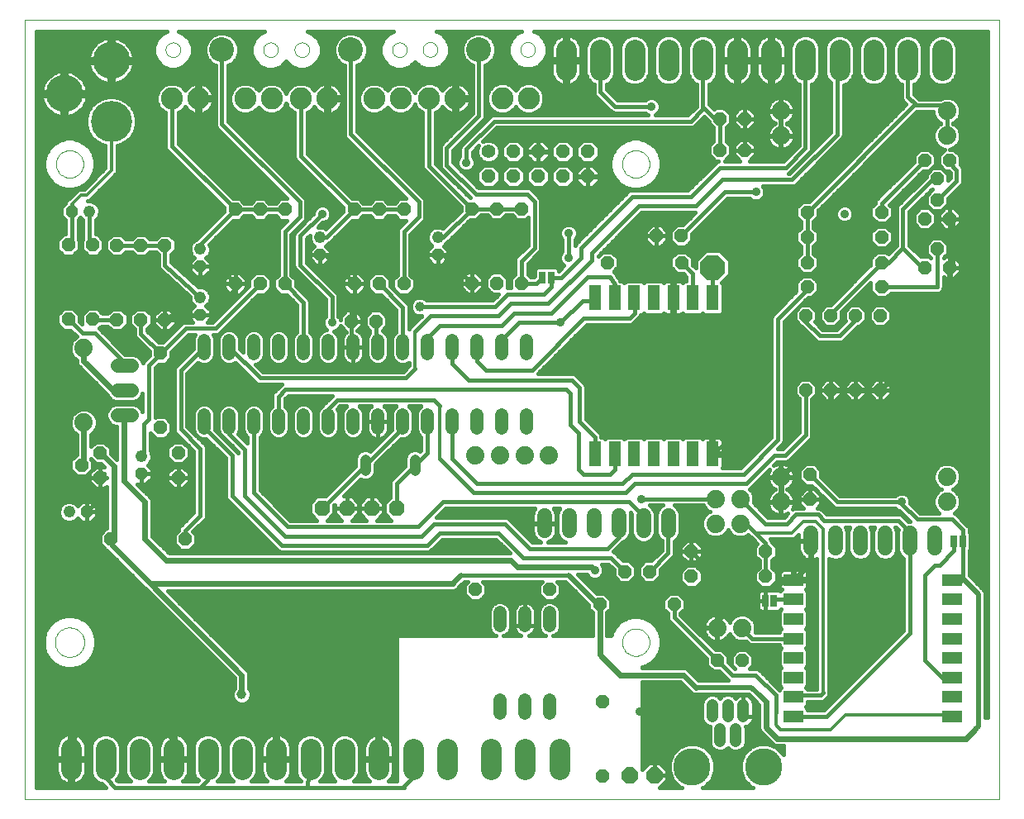
<source format=gtl>
G75*
%MOIN*%
%OFA0B0*%
%FSLAX24Y24*%
%IPPOS*%
%LPD*%
%AMOC8*
5,1,8,0,0,1.08239X$1,22.5*
%
%ADD10C,0.0000*%
%ADD11C,0.0520*%
%ADD12OC8,0.0520*%
%ADD13C,0.0440*%
%ADD14OC8,0.0630*%
%ADD15OC8,0.1000*%
%ADD16R,0.0500X0.1000*%
%ADD17C,0.1500*%
%ADD18C,0.0476*%
%ADD19C,0.1000*%
%ADD20C,0.0886*%
%ADD21OC8,0.0480*%
%ADD22C,0.0480*%
%ADD23C,0.1660*%
%ADD24C,0.1502*%
%ADD25C,0.0600*%
%ADD26C,0.0560*%
%ADD27OC8,0.0560*%
%ADD28C,0.0840*%
%ADD29C,0.0740*%
%ADD30C,0.0560*%
%ADD31R,0.0787X0.0472*%
%ADD32R,0.0250X0.0500*%
%ADD33OC8,0.0660*%
%ADD34C,0.0220*%
%ADD35C,0.0160*%
%ADD36C,0.0357*%
%ADD37C,0.0120*%
%ADD38C,0.0396*%
%ADD39C,0.0200*%
D10*
X000180Y000984D02*
X039511Y000984D01*
X039511Y032441D01*
X000180Y032441D01*
X000180Y000984D01*
X001414Y007327D02*
X001416Y007375D01*
X001422Y007423D01*
X001432Y007470D01*
X001445Y007516D01*
X001463Y007561D01*
X001483Y007605D01*
X001508Y007647D01*
X001536Y007686D01*
X001566Y007723D01*
X001600Y007757D01*
X001637Y007789D01*
X001675Y007818D01*
X001716Y007843D01*
X001759Y007865D01*
X001804Y007883D01*
X001850Y007897D01*
X001897Y007908D01*
X001945Y007915D01*
X001993Y007918D01*
X002041Y007917D01*
X002089Y007912D01*
X002137Y007903D01*
X002183Y007891D01*
X002228Y007874D01*
X002272Y007854D01*
X002314Y007831D01*
X002354Y007804D01*
X002392Y007774D01*
X002427Y007741D01*
X002459Y007705D01*
X002489Y007667D01*
X002515Y007626D01*
X002537Y007583D01*
X002557Y007539D01*
X002572Y007494D01*
X002584Y007447D01*
X002592Y007399D01*
X002596Y007351D01*
X002596Y007303D01*
X002592Y007255D01*
X002584Y007207D01*
X002572Y007160D01*
X002557Y007115D01*
X002537Y007071D01*
X002515Y007028D01*
X002489Y006987D01*
X002459Y006949D01*
X002427Y006913D01*
X002392Y006880D01*
X002354Y006850D01*
X002314Y006823D01*
X002272Y006800D01*
X002228Y006780D01*
X002183Y006763D01*
X002137Y006751D01*
X002089Y006742D01*
X002041Y006737D01*
X001993Y006736D01*
X001945Y006739D01*
X001897Y006746D01*
X001850Y006757D01*
X001804Y006771D01*
X001759Y006789D01*
X001716Y006811D01*
X001675Y006836D01*
X001637Y006865D01*
X001600Y006897D01*
X001566Y006931D01*
X001536Y006968D01*
X001508Y007007D01*
X001483Y007049D01*
X001463Y007093D01*
X001445Y007138D01*
X001432Y007184D01*
X001422Y007231D01*
X001416Y007279D01*
X001414Y007327D01*
X001454Y026618D02*
X001456Y026665D01*
X001462Y026711D01*
X001472Y026757D01*
X001485Y026802D01*
X001503Y026845D01*
X001524Y026887D01*
X001548Y026927D01*
X001576Y026964D01*
X001607Y026999D01*
X001641Y027032D01*
X001677Y027061D01*
X001716Y027087D01*
X001757Y027110D01*
X001800Y027129D01*
X001844Y027145D01*
X001889Y027157D01*
X001935Y027165D01*
X001982Y027169D01*
X002028Y027169D01*
X002075Y027165D01*
X002121Y027157D01*
X002166Y027145D01*
X002210Y027129D01*
X002253Y027110D01*
X002294Y027087D01*
X002333Y027061D01*
X002369Y027032D01*
X002403Y026999D01*
X002434Y026964D01*
X002462Y026927D01*
X002486Y026887D01*
X002507Y026845D01*
X002525Y026802D01*
X002538Y026757D01*
X002548Y026711D01*
X002554Y026665D01*
X002556Y026618D01*
X002554Y026571D01*
X002548Y026525D01*
X002538Y026479D01*
X002525Y026434D01*
X002507Y026391D01*
X002486Y026349D01*
X002462Y026309D01*
X002434Y026272D01*
X002403Y026237D01*
X002369Y026204D01*
X002333Y026175D01*
X002294Y026149D01*
X002253Y026126D01*
X002210Y026107D01*
X002166Y026091D01*
X002121Y026079D01*
X002075Y026071D01*
X002028Y026067D01*
X001982Y026067D01*
X001935Y026071D01*
X001889Y026079D01*
X001844Y026091D01*
X001800Y026107D01*
X001757Y026126D01*
X001716Y026149D01*
X001677Y026175D01*
X001641Y026204D01*
X001607Y026237D01*
X001576Y026272D01*
X001548Y026309D01*
X001524Y026349D01*
X001503Y026391D01*
X001485Y026434D01*
X001472Y026479D01*
X001462Y026525D01*
X001456Y026571D01*
X001454Y026618D01*
X005877Y031221D02*
X005879Y031255D01*
X005885Y031289D01*
X005895Y031322D01*
X005908Y031353D01*
X005926Y031383D01*
X005946Y031411D01*
X005970Y031436D01*
X005996Y031458D01*
X006024Y031476D01*
X006055Y031492D01*
X006087Y031504D01*
X006121Y031512D01*
X006155Y031516D01*
X006189Y031516D01*
X006223Y031512D01*
X006257Y031504D01*
X006289Y031492D01*
X006319Y031476D01*
X006348Y031458D01*
X006374Y031436D01*
X006398Y031411D01*
X006418Y031383D01*
X006436Y031353D01*
X006449Y031322D01*
X006459Y031289D01*
X006465Y031255D01*
X006467Y031221D01*
X006465Y031187D01*
X006459Y031153D01*
X006449Y031120D01*
X006436Y031089D01*
X006418Y031059D01*
X006398Y031031D01*
X006374Y031006D01*
X006348Y030984D01*
X006320Y030966D01*
X006289Y030950D01*
X006257Y030938D01*
X006223Y030930D01*
X006189Y030926D01*
X006155Y030926D01*
X006121Y030930D01*
X006087Y030938D01*
X006055Y030950D01*
X006024Y030966D01*
X005996Y030984D01*
X005970Y031006D01*
X005946Y031031D01*
X005926Y031059D01*
X005908Y031089D01*
X005895Y031120D01*
X005885Y031153D01*
X005879Y031187D01*
X005877Y031221D01*
X009814Y031221D02*
X009816Y031255D01*
X009822Y031289D01*
X009832Y031322D01*
X009845Y031353D01*
X009863Y031383D01*
X009883Y031411D01*
X009907Y031436D01*
X009933Y031458D01*
X009961Y031476D01*
X009992Y031492D01*
X010024Y031504D01*
X010058Y031512D01*
X010092Y031516D01*
X010126Y031516D01*
X010160Y031512D01*
X010194Y031504D01*
X010226Y031492D01*
X010256Y031476D01*
X010285Y031458D01*
X010311Y031436D01*
X010335Y031411D01*
X010355Y031383D01*
X010373Y031353D01*
X010386Y031322D01*
X010396Y031289D01*
X010402Y031255D01*
X010404Y031221D01*
X010402Y031187D01*
X010396Y031153D01*
X010386Y031120D01*
X010373Y031089D01*
X010355Y031059D01*
X010335Y031031D01*
X010311Y031006D01*
X010285Y030984D01*
X010257Y030966D01*
X010226Y030950D01*
X010194Y030938D01*
X010160Y030930D01*
X010126Y030926D01*
X010092Y030926D01*
X010058Y030930D01*
X010024Y030938D01*
X009992Y030950D01*
X009961Y030966D01*
X009933Y030984D01*
X009907Y031006D01*
X009883Y031031D01*
X009863Y031059D01*
X009845Y031089D01*
X009832Y031120D01*
X009822Y031153D01*
X009816Y031187D01*
X009814Y031221D01*
X011077Y031221D02*
X011079Y031255D01*
X011085Y031289D01*
X011095Y031322D01*
X011108Y031353D01*
X011126Y031383D01*
X011146Y031411D01*
X011170Y031436D01*
X011196Y031458D01*
X011224Y031476D01*
X011255Y031492D01*
X011287Y031504D01*
X011321Y031512D01*
X011355Y031516D01*
X011389Y031516D01*
X011423Y031512D01*
X011457Y031504D01*
X011489Y031492D01*
X011519Y031476D01*
X011548Y031458D01*
X011574Y031436D01*
X011598Y031411D01*
X011618Y031383D01*
X011636Y031353D01*
X011649Y031322D01*
X011659Y031289D01*
X011665Y031255D01*
X011667Y031221D01*
X011665Y031187D01*
X011659Y031153D01*
X011649Y031120D01*
X011636Y031089D01*
X011618Y031059D01*
X011598Y031031D01*
X011574Y031006D01*
X011548Y030984D01*
X011520Y030966D01*
X011489Y030950D01*
X011457Y030938D01*
X011423Y030930D01*
X011389Y030926D01*
X011355Y030926D01*
X011321Y030930D01*
X011287Y030938D01*
X011255Y030950D01*
X011224Y030966D01*
X011196Y030984D01*
X011170Y031006D01*
X011146Y031031D01*
X011126Y031059D01*
X011108Y031089D01*
X011095Y031120D01*
X011085Y031153D01*
X011079Y031187D01*
X011077Y031221D01*
X015014Y031221D02*
X015016Y031255D01*
X015022Y031289D01*
X015032Y031322D01*
X015045Y031353D01*
X015063Y031383D01*
X015083Y031411D01*
X015107Y031436D01*
X015133Y031458D01*
X015161Y031476D01*
X015192Y031492D01*
X015224Y031504D01*
X015258Y031512D01*
X015292Y031516D01*
X015326Y031516D01*
X015360Y031512D01*
X015394Y031504D01*
X015426Y031492D01*
X015456Y031476D01*
X015485Y031458D01*
X015511Y031436D01*
X015535Y031411D01*
X015555Y031383D01*
X015573Y031353D01*
X015586Y031322D01*
X015596Y031289D01*
X015602Y031255D01*
X015604Y031221D01*
X015602Y031187D01*
X015596Y031153D01*
X015586Y031120D01*
X015573Y031089D01*
X015555Y031059D01*
X015535Y031031D01*
X015511Y031006D01*
X015485Y030984D01*
X015457Y030966D01*
X015426Y030950D01*
X015394Y030938D01*
X015360Y030930D01*
X015326Y030926D01*
X015292Y030926D01*
X015258Y030930D01*
X015224Y030938D01*
X015192Y030950D01*
X015161Y030966D01*
X015133Y030984D01*
X015107Y031006D01*
X015083Y031031D01*
X015063Y031059D01*
X015045Y031089D01*
X015032Y031120D01*
X015022Y031153D01*
X015016Y031187D01*
X015014Y031221D01*
X016248Y031231D02*
X016250Y031265D01*
X016256Y031299D01*
X016266Y031332D01*
X016279Y031363D01*
X016297Y031393D01*
X016317Y031421D01*
X016341Y031446D01*
X016367Y031468D01*
X016395Y031486D01*
X016426Y031502D01*
X016458Y031514D01*
X016492Y031522D01*
X016526Y031526D01*
X016560Y031526D01*
X016594Y031522D01*
X016628Y031514D01*
X016660Y031502D01*
X016690Y031486D01*
X016719Y031468D01*
X016745Y031446D01*
X016769Y031421D01*
X016789Y031393D01*
X016807Y031363D01*
X016820Y031332D01*
X016830Y031299D01*
X016836Y031265D01*
X016838Y031231D01*
X016836Y031197D01*
X016830Y031163D01*
X016820Y031130D01*
X016807Y031099D01*
X016789Y031069D01*
X016769Y031041D01*
X016745Y031016D01*
X016719Y030994D01*
X016691Y030976D01*
X016660Y030960D01*
X016628Y030948D01*
X016594Y030940D01*
X016560Y030936D01*
X016526Y030936D01*
X016492Y030940D01*
X016458Y030948D01*
X016426Y030960D01*
X016395Y030976D01*
X016367Y030994D01*
X016341Y031016D01*
X016317Y031041D01*
X016297Y031069D01*
X016279Y031099D01*
X016266Y031130D01*
X016256Y031163D01*
X016250Y031197D01*
X016248Y031231D01*
X020185Y031231D02*
X020187Y031265D01*
X020193Y031299D01*
X020203Y031332D01*
X020216Y031363D01*
X020234Y031393D01*
X020254Y031421D01*
X020278Y031446D01*
X020304Y031468D01*
X020332Y031486D01*
X020363Y031502D01*
X020395Y031514D01*
X020429Y031522D01*
X020463Y031526D01*
X020497Y031526D01*
X020531Y031522D01*
X020565Y031514D01*
X020597Y031502D01*
X020627Y031486D01*
X020656Y031468D01*
X020682Y031446D01*
X020706Y031421D01*
X020726Y031393D01*
X020744Y031363D01*
X020757Y031332D01*
X020767Y031299D01*
X020773Y031265D01*
X020775Y031231D01*
X020773Y031197D01*
X020767Y031163D01*
X020757Y031130D01*
X020744Y031099D01*
X020726Y031069D01*
X020706Y031041D01*
X020682Y031016D01*
X020656Y030994D01*
X020628Y030976D01*
X020597Y030960D01*
X020565Y030948D01*
X020531Y030940D01*
X020497Y030936D01*
X020463Y030936D01*
X020429Y030940D01*
X020395Y030948D01*
X020363Y030960D01*
X020332Y030976D01*
X020304Y030994D01*
X020278Y031016D01*
X020254Y031041D01*
X020234Y031069D01*
X020216Y031099D01*
X020203Y031130D01*
X020193Y031163D01*
X020187Y031197D01*
X020185Y031231D01*
X024288Y026618D02*
X024290Y026665D01*
X024296Y026711D01*
X024306Y026757D01*
X024319Y026802D01*
X024337Y026845D01*
X024358Y026887D01*
X024382Y026927D01*
X024410Y026964D01*
X024441Y026999D01*
X024475Y027032D01*
X024511Y027061D01*
X024550Y027087D01*
X024591Y027110D01*
X024634Y027129D01*
X024678Y027145D01*
X024723Y027157D01*
X024769Y027165D01*
X024816Y027169D01*
X024862Y027169D01*
X024909Y027165D01*
X024955Y027157D01*
X025000Y027145D01*
X025044Y027129D01*
X025087Y027110D01*
X025128Y027087D01*
X025167Y027061D01*
X025203Y027032D01*
X025237Y026999D01*
X025268Y026964D01*
X025296Y026927D01*
X025320Y026887D01*
X025341Y026845D01*
X025359Y026802D01*
X025372Y026757D01*
X025382Y026711D01*
X025388Y026665D01*
X025390Y026618D01*
X025388Y026571D01*
X025382Y026525D01*
X025372Y026479D01*
X025359Y026434D01*
X025341Y026391D01*
X025320Y026349D01*
X025296Y026309D01*
X025268Y026272D01*
X025237Y026237D01*
X025203Y026204D01*
X025167Y026175D01*
X025128Y026149D01*
X025087Y026126D01*
X025044Y026107D01*
X025000Y026091D01*
X024955Y026079D01*
X024909Y026071D01*
X024862Y026067D01*
X024816Y026067D01*
X024769Y026071D01*
X024723Y026079D01*
X024678Y026091D01*
X024634Y026107D01*
X024591Y026126D01*
X024550Y026149D01*
X024511Y026175D01*
X024475Y026204D01*
X024441Y026237D01*
X024410Y026272D01*
X024382Y026309D01*
X024358Y026349D01*
X024337Y026391D01*
X024319Y026434D01*
X024306Y026479D01*
X024296Y026525D01*
X024290Y026571D01*
X024288Y026618D01*
X024288Y007327D02*
X024290Y007374D01*
X024296Y007420D01*
X024306Y007466D01*
X024319Y007511D01*
X024337Y007554D01*
X024358Y007596D01*
X024382Y007636D01*
X024410Y007673D01*
X024441Y007708D01*
X024475Y007741D01*
X024511Y007770D01*
X024550Y007796D01*
X024591Y007819D01*
X024634Y007838D01*
X024678Y007854D01*
X024723Y007866D01*
X024769Y007874D01*
X024816Y007878D01*
X024862Y007878D01*
X024909Y007874D01*
X024955Y007866D01*
X025000Y007854D01*
X025044Y007838D01*
X025087Y007819D01*
X025128Y007796D01*
X025167Y007770D01*
X025203Y007741D01*
X025237Y007708D01*
X025268Y007673D01*
X025296Y007636D01*
X025320Y007596D01*
X025341Y007554D01*
X025359Y007511D01*
X025372Y007466D01*
X025382Y007420D01*
X025388Y007374D01*
X025390Y007327D01*
X025388Y007280D01*
X025382Y007234D01*
X025372Y007188D01*
X025359Y007143D01*
X025341Y007100D01*
X025320Y007058D01*
X025296Y007018D01*
X025268Y006981D01*
X025237Y006946D01*
X025203Y006913D01*
X025167Y006884D01*
X025128Y006858D01*
X025087Y006835D01*
X025044Y006816D01*
X025000Y006800D01*
X024955Y006788D01*
X024909Y006780D01*
X024862Y006776D01*
X024816Y006776D01*
X024769Y006780D01*
X024723Y006788D01*
X024678Y006800D01*
X024634Y006816D01*
X024591Y006835D01*
X024550Y006858D01*
X024511Y006884D01*
X024475Y006913D01*
X024441Y006946D01*
X024410Y006981D01*
X024382Y007018D01*
X024358Y007058D01*
X024337Y007100D01*
X024319Y007143D01*
X024306Y007188D01*
X024296Y007234D01*
X024290Y007280D01*
X024288Y007327D01*
D11*
X021357Y007996D02*
X021357Y008516D01*
X020357Y008516D02*
X020357Y007996D01*
X019357Y007996D02*
X019357Y008516D01*
X019357Y004996D02*
X019357Y004476D01*
X020357Y004476D02*
X020357Y004996D01*
X021357Y004996D02*
X021357Y004476D01*
X020430Y015974D02*
X020430Y016494D01*
X019430Y016494D02*
X019430Y015974D01*
X018430Y015974D02*
X018430Y016494D01*
X017430Y016494D02*
X017430Y015974D01*
X016430Y015974D02*
X016430Y016494D01*
X015430Y016494D02*
X015430Y015974D01*
X014430Y015974D02*
X014430Y016494D01*
X013430Y016494D02*
X013430Y015974D01*
X012430Y015974D02*
X012430Y016494D01*
X011430Y016494D02*
X011430Y015974D01*
X010430Y015974D02*
X010430Y016494D01*
X009430Y016494D02*
X009430Y015974D01*
X008430Y015974D02*
X008430Y016494D01*
X007430Y016494D02*
X007430Y015974D01*
X007430Y018974D02*
X007430Y019494D01*
X008430Y019494D02*
X008430Y018974D01*
X009430Y018974D02*
X009430Y019494D01*
X010430Y019494D02*
X010430Y018974D01*
X011430Y018974D02*
X011430Y019494D01*
X012430Y019494D02*
X012430Y018974D01*
X013430Y018974D02*
X013430Y019494D01*
X014430Y019494D02*
X014430Y018974D01*
X015430Y018974D02*
X015430Y019494D01*
X016430Y019494D02*
X016430Y018974D01*
X017430Y018974D02*
X017430Y019494D01*
X018430Y019494D02*
X018430Y018974D01*
X019430Y018974D02*
X019430Y019494D01*
X020430Y019494D02*
X020430Y018974D01*
D12*
X020225Y021809D03*
X019225Y021809D03*
X018225Y021809D03*
X015480Y021784D03*
X014480Y021784D03*
X013480Y021784D03*
X013361Y020276D03*
X014361Y020276D03*
X010680Y021784D03*
X009680Y021784D03*
X008680Y021784D03*
X005845Y020333D03*
X004877Y020333D03*
X003908Y020333D03*
X002936Y020350D03*
X001952Y020350D03*
X001952Y023350D03*
X002936Y023350D03*
X003908Y023333D03*
X004877Y023333D03*
X005845Y023333D03*
X008680Y024784D03*
X009680Y024784D03*
X010680Y024784D03*
X013480Y024784D03*
X014480Y024784D03*
X015480Y024784D03*
X018225Y024809D03*
X019225Y024809D03*
X020225Y024809D03*
X023680Y022638D03*
X025664Y023720D03*
X026664Y023720D03*
X026680Y022638D03*
X031690Y020498D03*
X032690Y020498D03*
X033690Y020498D03*
X034690Y020498D03*
X034753Y021667D03*
X034751Y022638D03*
X034753Y023667D03*
X034753Y024667D03*
X036491Y024409D03*
X036991Y025159D03*
X037491Y024409D03*
X036991Y023191D03*
X036491Y022441D03*
X037491Y022441D03*
X036991Y026022D03*
X036491Y026772D03*
X037491Y026772D03*
X031753Y024667D03*
X031753Y023667D03*
X031751Y022638D03*
X031753Y021667D03*
X031690Y017498D03*
X032690Y017498D03*
X033690Y017498D03*
X034690Y017498D03*
X031873Y014083D03*
X031873Y013083D03*
X030075Y010991D03*
X030075Y009982D03*
X027075Y009982D03*
X027075Y010991D03*
X025396Y010180D03*
X024396Y010180D03*
X023385Y008858D03*
X021365Y009449D03*
X018365Y009449D03*
X023507Y004945D03*
X023507Y001945D03*
X028125Y006594D03*
X029125Y006594D03*
X026385Y008858D03*
X006660Y011484D03*
X006381Y013969D03*
X006381Y014969D03*
X005667Y015984D03*
X003231Y014969D03*
X002481Y014469D03*
X003231Y013969D03*
X003660Y011484D03*
X005667Y018984D03*
X028223Y027165D03*
X029223Y027165D03*
X029223Y028445D03*
X028223Y028445D03*
D13*
X015934Y014696D02*
X015934Y014256D01*
X013934Y014256D02*
X013934Y014696D01*
D14*
X014180Y012734D03*
X013180Y012734D03*
X012180Y012734D03*
X015180Y012734D03*
D15*
X027936Y022441D03*
D16*
X027922Y021218D03*
X027135Y021218D03*
X026347Y021218D03*
X025560Y021218D03*
X024773Y021218D03*
X023985Y021218D03*
X023198Y021218D03*
X023198Y014918D03*
X023985Y014918D03*
X024773Y014918D03*
X025560Y014918D03*
X026347Y014918D03*
X027135Y014918D03*
X027922Y014918D03*
D17*
X027110Y002299D03*
X029984Y002299D03*
D18*
X028862Y003339D02*
X028862Y003815D01*
X028547Y004327D02*
X028547Y004802D01*
X027917Y004802D02*
X027917Y004327D01*
X028232Y003815D02*
X028232Y003339D01*
X029177Y004327D02*
X029177Y004802D01*
D19*
X018512Y031231D03*
X013341Y031221D03*
X008141Y031221D03*
D20*
X009086Y029253D03*
X010149Y029253D03*
X011333Y029253D03*
X012396Y029253D03*
X014286Y029253D03*
X015349Y029253D03*
X016504Y029262D03*
X017567Y029262D03*
X019457Y029262D03*
X020520Y029262D03*
X007196Y029253D03*
X006133Y029253D03*
D21*
X002094Y024705D03*
X007267Y022485D03*
X007267Y020543D03*
X012100Y022959D03*
X016850Y022959D03*
X004904Y014119D03*
X002681Y012582D03*
D22*
X001981Y012582D03*
X004904Y014819D03*
X007267Y021243D03*
X007267Y023185D03*
X002794Y024705D03*
X012100Y023659D03*
X016850Y023659D03*
D23*
X003680Y028330D03*
D24*
X001790Y029452D03*
X003680Y030791D03*
D25*
X021149Y012427D02*
X021149Y011827D01*
X022149Y011827D02*
X022149Y012427D01*
X023149Y012427D02*
X023149Y011827D01*
X024149Y011827D02*
X024149Y012427D01*
X025149Y012427D02*
X025149Y011827D01*
X026149Y011827D02*
X026149Y012427D01*
X031893Y011717D02*
X031893Y011117D01*
X032893Y011117D02*
X032893Y011717D01*
X033893Y011717D02*
X033893Y011117D01*
X034893Y011117D02*
X034893Y011717D01*
X035893Y011717D02*
X035893Y011117D01*
X036893Y011117D02*
X036893Y011717D01*
D26*
X018902Y027118D03*
D27*
X018902Y026118D03*
X019902Y026118D03*
X020902Y026118D03*
X020902Y027118D03*
X019902Y027118D03*
X021902Y027118D03*
X022902Y027118D03*
X022902Y026118D03*
X021902Y026118D03*
D28*
X022030Y030387D02*
X022030Y031227D01*
X023408Y031227D02*
X023408Y030387D01*
X024786Y030387D02*
X024786Y031227D01*
X026164Y031227D02*
X026164Y030387D01*
X027542Y030387D02*
X027542Y031227D01*
X028920Y031227D02*
X028920Y030387D01*
X030298Y030387D02*
X030298Y031227D01*
X031676Y031227D02*
X031676Y030387D01*
X033054Y030387D02*
X033054Y031227D01*
X034432Y031227D02*
X034432Y030387D01*
X035810Y030387D02*
X035810Y031227D01*
X037188Y031227D02*
X037188Y030387D01*
X021755Y003030D02*
X021755Y002190D01*
X020377Y002190D02*
X020377Y003030D01*
X018999Y003030D02*
X018999Y002190D01*
X017227Y002190D02*
X017227Y003030D01*
X015849Y003030D02*
X015849Y002190D01*
X014471Y002190D02*
X014471Y003030D01*
X013093Y003030D02*
X013093Y002190D01*
X011715Y002190D02*
X011715Y003030D01*
X010337Y003030D02*
X010337Y002190D01*
X008960Y002198D02*
X008960Y003038D01*
X007582Y003038D02*
X007582Y002198D01*
X006204Y002198D02*
X006204Y003038D01*
X004826Y003038D02*
X004826Y002198D01*
X003448Y002198D02*
X003448Y003038D01*
X002070Y003038D02*
X002070Y002198D01*
D29*
X002574Y016181D03*
X002574Y019181D03*
X018357Y014862D03*
X019357Y014862D03*
X020357Y014862D03*
X021341Y014862D03*
X028055Y013109D03*
X028055Y012109D03*
X029055Y012109D03*
X029055Y013109D03*
X030692Y012992D03*
X030692Y013992D03*
X029119Y007905D03*
X028119Y007905D03*
X037385Y012992D03*
X037385Y013992D03*
X037385Y027756D03*
X037385Y028756D03*
X030692Y028756D03*
X030692Y027756D03*
D30*
X004497Y018484D02*
X003937Y018484D01*
X003937Y017484D02*
X004497Y017484D01*
X004497Y016484D02*
X003937Y016484D01*
D31*
X031204Y009843D03*
X031204Y009055D03*
X031204Y008268D03*
X031204Y007480D03*
X031204Y006693D03*
X031204Y005906D03*
X031204Y005118D03*
X031204Y004331D03*
X037582Y004331D03*
X037582Y005118D03*
X037582Y005906D03*
X037582Y006693D03*
X037582Y007480D03*
X037582Y008268D03*
X037582Y009055D03*
X037582Y009843D03*
D32*
X037674Y011407D03*
X038029Y011407D03*
X030411Y009007D03*
X030057Y009007D03*
X021420Y022047D03*
X021066Y022047D03*
D33*
X024582Y001969D03*
X025582Y001969D03*
D34*
X027247Y005512D02*
X026755Y006004D01*
X024196Y006004D01*
X023385Y006815D01*
X023385Y008858D01*
X023055Y010359D02*
X020055Y010359D01*
X019784Y010630D01*
X005894Y010630D01*
X005040Y011484D01*
X005040Y012984D01*
X004200Y013824D01*
X004200Y016467D01*
X003759Y017484D02*
X002574Y018669D01*
X002574Y019181D01*
X002574Y016181D02*
X002574Y014561D01*
X003386Y014819D02*
X003780Y014424D01*
X003780Y011604D01*
X003723Y011220D02*
X005249Y009695D01*
X017454Y009695D01*
X008940Y006004D02*
X008940Y005217D01*
X008940Y006004D02*
X005249Y009695D01*
X029904Y005118D02*
X030101Y004921D01*
X030101Y003888D01*
X030544Y003445D01*
X038172Y003445D01*
X038541Y003814D01*
X031893Y010531D02*
X031204Y009843D01*
X031893Y010531D02*
X031893Y011417D01*
X030692Y012992D02*
X030692Y013992D01*
X032690Y015990D01*
X032690Y017498D01*
X033690Y017498D01*
X034690Y017498D01*
X037491Y020299D01*
X037491Y022441D01*
X037582Y022531D02*
X037582Y024213D01*
D35*
X037491Y024303D01*
X037491Y024409D01*
X037491Y023969D01*
X037673Y023969D01*
X037931Y024227D01*
X037931Y024409D01*
X037491Y024409D01*
X037491Y024409D01*
X037491Y023969D01*
X037309Y023969D01*
X037051Y024227D01*
X037051Y024409D01*
X037491Y024409D01*
X037491Y024409D01*
X037491Y024409D01*
X037051Y024409D01*
X037051Y024592D01*
X037309Y024849D01*
X037491Y024849D01*
X037673Y024849D01*
X037931Y024592D01*
X037931Y024409D01*
X037491Y024409D01*
X037491Y024849D01*
X037491Y024409D01*
X037491Y024409D01*
X037491Y024442D02*
X037491Y024442D01*
X037491Y024284D02*
X037491Y024284D01*
X037491Y024125D02*
X037491Y024125D01*
X037153Y024125D02*
X036829Y024125D01*
X036931Y024227D02*
X036673Y023969D01*
X036309Y023969D01*
X036051Y024227D01*
X036051Y024592D01*
X036309Y024849D01*
X036673Y024849D01*
X036931Y024592D01*
X036931Y024227D01*
X036931Y024284D02*
X037051Y024284D01*
X037051Y024442D02*
X036931Y024442D01*
X036922Y024601D02*
X037060Y024601D01*
X037173Y024719D02*
X036809Y024719D01*
X036551Y024977D01*
X036551Y025342D01*
X036800Y025591D01*
X036784Y025606D01*
X035873Y024695D01*
X035873Y023336D01*
X036328Y022881D01*
X036673Y022881D01*
X036731Y022823D01*
X036731Y022829D01*
X036551Y023009D01*
X036551Y023373D01*
X036809Y023631D01*
X037173Y023631D01*
X037431Y023373D01*
X037431Y023009D01*
X037251Y022829D01*
X037251Y022823D01*
X037309Y022881D01*
X037491Y022881D01*
X037491Y022441D01*
X037491Y022441D01*
X037491Y022881D01*
X037673Y022881D01*
X037931Y022623D01*
X037931Y022441D01*
X037491Y022441D01*
X037582Y022531D01*
X037491Y022540D02*
X037491Y022540D01*
X037491Y022441D02*
X037491Y022441D01*
X037491Y022441D01*
X037491Y022001D01*
X037309Y022001D01*
X037251Y022059D01*
X037251Y021602D01*
X037211Y021506D01*
X037138Y021433D01*
X037043Y021394D01*
X036939Y021394D01*
X036906Y021407D01*
X035115Y021407D01*
X034935Y021227D01*
X034571Y021227D01*
X034313Y021485D01*
X034313Y021832D01*
X033130Y020649D01*
X033130Y020316D01*
X032872Y020058D01*
X032508Y020058D01*
X032250Y020316D01*
X032250Y020680D01*
X032508Y020938D01*
X032683Y020938D01*
X034311Y022565D01*
X034311Y022820D01*
X034569Y023078D01*
X034933Y023078D01*
X035014Y022997D01*
X035353Y023336D01*
X035353Y024855D01*
X035393Y024950D01*
X035466Y025024D01*
X036551Y026109D01*
X036551Y026204D01*
X036809Y026462D01*
X037173Y026462D01*
X037431Y026204D01*
X037431Y025967D01*
X037518Y026055D01*
X037518Y026270D01*
X037457Y026332D01*
X037309Y026332D01*
X037051Y026589D01*
X037051Y026954D01*
X037303Y027206D01*
X037275Y027206D01*
X037073Y027290D01*
X036918Y027444D01*
X036835Y027647D01*
X036835Y027865D01*
X036918Y028067D01*
X037073Y028222D01*
X037125Y028244D01*
X037125Y028268D01*
X037073Y028290D01*
X036918Y028444D01*
X036835Y028647D01*
X036835Y028722D01*
X036175Y028722D01*
X036835Y028722D01*
X036869Y028563D02*
X036017Y028563D01*
X035858Y028405D02*
X036958Y028405D01*
X037125Y028246D02*
X035700Y028246D01*
X035541Y028088D02*
X036939Y028088D01*
X036861Y027929D02*
X035383Y027929D01*
X035224Y027771D02*
X036835Y027771D01*
X036849Y027612D02*
X035065Y027612D01*
X034907Y027454D02*
X036915Y027454D01*
X037068Y027295D02*
X034748Y027295D01*
X034590Y027137D02*
X036234Y027137D01*
X036309Y027212D02*
X036051Y026954D01*
X036051Y026699D01*
X034606Y025254D01*
X034532Y025181D01*
X034493Y025085D01*
X034493Y025030D01*
X034313Y024850D01*
X034313Y024485D01*
X034571Y024227D01*
X034935Y024227D01*
X035193Y024485D01*
X035193Y024850D01*
X035065Y024978D01*
X036419Y026332D01*
X036673Y026332D01*
X036931Y026589D01*
X036931Y026954D01*
X036673Y027212D01*
X036309Y027212D01*
X036075Y026978D02*
X034431Y026978D01*
X034273Y026820D02*
X036051Y026820D01*
X036013Y026661D02*
X034114Y026661D01*
X033956Y026503D02*
X035854Y026503D01*
X035696Y026344D02*
X033797Y026344D01*
X033639Y026186D02*
X035537Y026186D01*
X035379Y026027D02*
X033480Y026027D01*
X033322Y025869D02*
X035220Y025869D01*
X035062Y025710D02*
X033163Y025710D01*
X033005Y025552D02*
X034903Y025552D01*
X034745Y025393D02*
X032846Y025393D01*
X032688Y025235D02*
X034586Y025235D01*
X034493Y025076D02*
X032529Y025076D01*
X032371Y024918D02*
X033066Y024918D01*
X033048Y024910D02*
X032947Y024809D01*
X032892Y024678D01*
X032892Y024535D01*
X032947Y024403D01*
X033048Y024302D01*
X033180Y024248D01*
X033322Y024248D01*
X033454Y024302D01*
X033555Y024403D01*
X033609Y024535D01*
X033609Y024678D01*
X033555Y024809D01*
X033454Y024910D01*
X033322Y024965D01*
X033180Y024965D01*
X033048Y024910D01*
X032926Y024759D02*
X032212Y024759D01*
X032193Y024740D02*
X036175Y028722D01*
X036154Y028982D02*
X035810Y029327D01*
X035810Y030807D01*
X036410Y030782D02*
X036588Y030782D01*
X036588Y030624D02*
X036410Y030624D01*
X036410Y030465D02*
X036588Y030465D01*
X036588Y030307D02*
X036410Y030307D01*
X036410Y030268D02*
X036410Y031346D01*
X036319Y031567D01*
X036150Y031736D01*
X035929Y031827D01*
X035691Y031827D01*
X035470Y031736D01*
X035301Y031567D01*
X035210Y031346D01*
X035210Y030268D01*
X035301Y030047D01*
X035470Y029878D01*
X035550Y029845D01*
X035550Y029275D01*
X035590Y029179D01*
X035663Y029106D01*
X035743Y029026D01*
X031825Y025107D01*
X031571Y025107D01*
X031313Y024850D01*
X031313Y024485D01*
X031493Y024305D01*
X031493Y024030D01*
X031313Y023850D01*
X031313Y023485D01*
X031491Y023307D01*
X031491Y023000D01*
X031311Y022820D01*
X031311Y022456D01*
X031569Y022198D01*
X031933Y022198D01*
X032191Y022456D01*
X032191Y022820D01*
X032011Y023000D01*
X032011Y023303D01*
X032193Y023485D01*
X032193Y023850D01*
X032013Y024030D01*
X032013Y024305D01*
X032193Y024485D01*
X032193Y024740D01*
X032193Y024601D02*
X032892Y024601D01*
X032931Y024442D02*
X032150Y024442D01*
X032013Y024284D02*
X033093Y024284D01*
X033409Y024284D02*
X034514Y024284D01*
X034571Y024107D02*
X034313Y023850D01*
X034313Y023485D01*
X034571Y023227D01*
X034935Y023227D01*
X035193Y023485D01*
X035193Y023850D01*
X034935Y024107D01*
X034571Y024107D01*
X034430Y023967D02*
X032076Y023967D01*
X032013Y024125D02*
X035353Y024125D01*
X035353Y023967D02*
X035076Y023967D01*
X035193Y023808D02*
X035353Y023808D01*
X035353Y023650D02*
X035193Y023650D01*
X035193Y023491D02*
X035353Y023491D01*
X035350Y023333D02*
X035041Y023333D01*
X035191Y023174D02*
X032011Y023174D01*
X032011Y023016D02*
X034507Y023016D01*
X034348Y022857D02*
X032154Y022857D01*
X032191Y022699D02*
X034311Y022699D01*
X034286Y022540D02*
X032191Y022540D01*
X032117Y022382D02*
X034127Y022382D01*
X033969Y022223D02*
X031959Y022223D01*
X031935Y022107D02*
X031571Y022107D01*
X031313Y021850D01*
X031313Y021485D01*
X030408Y020580D01*
X030335Y020507D01*
X030295Y020411D01*
X030295Y015592D01*
X029072Y014369D01*
X028345Y014369D01*
X028352Y014395D01*
X028352Y014873D01*
X027967Y014873D01*
X027967Y014963D01*
X028352Y014963D01*
X028352Y015442D01*
X028340Y015488D01*
X028316Y015529D01*
X028283Y015562D01*
X028242Y015586D01*
X028196Y015598D01*
X027967Y015598D01*
X027967Y014963D01*
X027877Y014963D01*
X027877Y015598D01*
X027648Y015598D01*
X027603Y015586D01*
X027562Y015562D01*
X027528Y015529D01*
X027459Y015598D01*
X026810Y015598D01*
X026741Y015529D01*
X026672Y015598D01*
X026023Y015598D01*
X025954Y015529D01*
X025884Y015598D01*
X025235Y015598D01*
X025166Y015529D01*
X025097Y015598D01*
X024448Y015598D01*
X024379Y015529D01*
X024310Y015598D01*
X023661Y015598D01*
X023591Y015529D01*
X023522Y015598D01*
X023440Y015598D01*
X023440Y015661D01*
X023400Y015757D01*
X023327Y015830D01*
X022815Y016342D01*
X022815Y017661D01*
X022775Y017757D01*
X022702Y017830D01*
X022398Y018134D01*
X022303Y018173D01*
X020886Y018173D01*
X022854Y020141D01*
X024641Y020141D01*
X024737Y020180D01*
X024810Y020253D01*
X025007Y020450D01*
X025043Y020538D01*
X025097Y020538D01*
X025166Y020607D01*
X025235Y020538D01*
X025884Y020538D01*
X025954Y020607D01*
X025987Y020573D01*
X026028Y020550D01*
X026074Y020538D01*
X026302Y020538D01*
X026302Y021173D01*
X026392Y021173D01*
X026392Y020538D01*
X026621Y020538D01*
X026667Y020550D01*
X026708Y020573D01*
X026741Y020607D01*
X026810Y020538D01*
X027459Y020538D01*
X027528Y020607D01*
X027598Y020538D01*
X028247Y020538D01*
X028352Y020643D01*
X028352Y021792D01*
X028300Y021844D01*
X028616Y022159D01*
X028616Y022723D01*
X028218Y023121D01*
X027654Y023121D01*
X027256Y022723D01*
X027256Y022430D01*
X027120Y022565D01*
X027120Y022820D01*
X026862Y023078D01*
X026498Y023078D01*
X026240Y022820D01*
X026240Y022456D01*
X026498Y022198D01*
X026752Y022198D01*
X026875Y022075D01*
X026875Y021898D01*
X026810Y021898D01*
X026741Y021828D01*
X026708Y021862D01*
X026667Y021885D01*
X026621Y021898D01*
X026392Y021898D01*
X026392Y021263D01*
X026302Y021263D01*
X026302Y021898D01*
X026074Y021898D01*
X026028Y021885D01*
X025987Y021862D01*
X025954Y021828D01*
X025884Y021898D01*
X025235Y021898D01*
X025166Y021828D01*
X025097Y021898D01*
X024448Y021898D01*
X024379Y021828D01*
X024310Y021898D01*
X024212Y021898D01*
X024206Y021913D01*
X024192Y021927D01*
X024035Y022191D01*
X024022Y022221D01*
X024009Y022235D01*
X023999Y022251D01*
X023973Y022271D01*
X023954Y022290D01*
X024120Y022456D01*
X024120Y022820D01*
X023862Y023078D01*
X023498Y023078D01*
X023315Y022895D01*
X023315Y022912D01*
X025068Y024664D01*
X027240Y024664D01*
X026737Y024160D01*
X026482Y024160D01*
X026224Y023903D01*
X026224Y023538D01*
X026482Y023280D01*
X026847Y023280D01*
X027104Y023538D01*
X027104Y023793D01*
X028536Y025224D01*
X029433Y025224D01*
X029477Y025180D01*
X029609Y025126D01*
X029751Y025126D01*
X029883Y025180D01*
X029984Y025281D01*
X030038Y025413D01*
X030038Y025556D01*
X029984Y025687D01*
X029947Y025724D01*
X031186Y025724D01*
X031282Y025764D01*
X033176Y027658D01*
X033216Y027753D01*
X033216Y029805D01*
X033394Y029878D01*
X033563Y030047D01*
X033654Y030268D01*
X033654Y031346D01*
X033563Y031567D01*
X033394Y031736D01*
X033173Y031827D01*
X032935Y031827D01*
X032714Y031736D01*
X032545Y031567D01*
X032454Y031346D01*
X032454Y030268D01*
X032545Y030047D01*
X032696Y029897D01*
X032696Y027913D01*
X031027Y026244D01*
X031008Y026244D01*
X031036Y026256D01*
X031109Y026329D01*
X031896Y027117D01*
X031936Y027212D01*
X031936Y029845D01*
X032016Y029878D01*
X032185Y030047D01*
X032276Y030268D01*
X032276Y031346D01*
X032185Y031567D01*
X032016Y031736D01*
X031795Y031827D01*
X031557Y031827D01*
X031336Y031736D01*
X031167Y031567D01*
X031076Y031346D01*
X031076Y030268D01*
X031167Y030047D01*
X031336Y029878D01*
X031416Y029845D01*
X031416Y027371D01*
X030781Y026736D01*
X029417Y026736D01*
X029663Y026983D01*
X029663Y027165D01*
X029223Y027165D01*
X028783Y027165D01*
X028783Y026983D01*
X029030Y026736D01*
X028417Y026736D01*
X028663Y026983D01*
X028663Y027348D01*
X028483Y027528D01*
X028483Y028083D01*
X028663Y028263D01*
X028663Y028627D01*
X028406Y028885D01*
X028041Y028885D01*
X028002Y028845D01*
X027802Y029045D01*
X027802Y029845D01*
X027882Y029878D01*
X028051Y030047D01*
X028142Y030268D01*
X028142Y031346D01*
X028051Y031567D01*
X027882Y031736D01*
X027662Y031827D01*
X027423Y031827D01*
X027202Y031736D01*
X027034Y031567D01*
X026942Y031346D01*
X026942Y030268D01*
X027034Y030047D01*
X027202Y029878D01*
X027282Y029845D01*
X027282Y028946D01*
X026942Y028606D01*
X025614Y028606D01*
X025678Y028633D01*
X025779Y028734D01*
X025834Y028866D01*
X025834Y029008D01*
X025779Y029140D01*
X025678Y029241D01*
X025547Y029295D01*
X025404Y029295D01*
X025272Y029241D01*
X025228Y029197D01*
X024107Y029197D01*
X023668Y029635D01*
X023668Y029845D01*
X023748Y029878D01*
X023917Y030047D01*
X024008Y030268D01*
X024008Y031346D01*
X023917Y031567D01*
X023748Y031736D01*
X023528Y031827D01*
X023289Y031827D01*
X023068Y031736D01*
X022900Y031567D01*
X022808Y031346D01*
X022808Y030268D01*
X022900Y030047D01*
X023068Y029878D01*
X023148Y029845D01*
X023148Y029476D01*
X023188Y029380D01*
X023778Y028790D01*
X023852Y028717D01*
X023947Y028677D01*
X025228Y028677D01*
X025272Y028633D01*
X025337Y028606D01*
X019075Y028606D01*
X018980Y028567D01*
X017848Y027435D01*
X017775Y027362D01*
X017735Y027266D01*
X017735Y026920D01*
X017691Y026876D01*
X017637Y026745D01*
X017637Y026602D01*
X017691Y026470D01*
X017792Y026369D01*
X017924Y026315D01*
X018066Y026315D01*
X018198Y026369D01*
X018299Y026470D01*
X018353Y026602D01*
X018353Y026745D01*
X018299Y026876D01*
X018255Y026920D01*
X018255Y027107D01*
X018502Y027354D01*
X018442Y027210D01*
X018442Y027027D01*
X018512Y026858D01*
X018642Y026728D01*
X018811Y026658D01*
X018994Y026658D01*
X019163Y026728D01*
X019292Y026858D01*
X019362Y027027D01*
X019362Y027210D01*
X019292Y027379D01*
X019163Y027508D01*
X018994Y027578D01*
X018811Y027578D01*
X018666Y027518D01*
X019235Y028086D01*
X027102Y028086D01*
X027197Y028126D01*
X027591Y028520D01*
X027783Y028328D01*
X027783Y028263D01*
X027963Y028083D01*
X027963Y027528D01*
X027783Y027348D01*
X027783Y026983D01*
X028041Y026725D01*
X028153Y026725D01*
X028084Y026697D01*
X026942Y025555D01*
X024636Y025555D01*
X024541Y025516D01*
X022474Y023449D01*
X022401Y023376D01*
X022389Y023347D01*
X022389Y023572D01*
X022433Y023616D01*
X022487Y023748D01*
X022487Y023890D01*
X022433Y024022D01*
X022332Y024123D01*
X022200Y024177D01*
X022058Y024177D01*
X021926Y024123D01*
X021825Y024022D01*
X021770Y023890D01*
X021770Y023748D01*
X021825Y023616D01*
X021869Y023572D01*
X021869Y023082D01*
X021825Y023038D01*
X021770Y022906D01*
X021770Y022763D01*
X021825Y022632D01*
X021926Y022531D01*
X021942Y022524D01*
X021726Y022307D01*
X021725Y022307D01*
X021725Y022372D01*
X021620Y022477D01*
X020866Y022477D01*
X020761Y022372D01*
X020761Y022110D01*
X020720Y022069D01*
X020588Y022069D01*
X020485Y022171D01*
X020485Y022595D01*
X020971Y023081D01*
X021011Y023177D01*
X021011Y025150D01*
X020971Y025246D01*
X020898Y025319D01*
X020603Y025614D01*
X020507Y025654D01*
X018496Y025654D01*
X017468Y026682D01*
X017468Y027156D01*
X018659Y028348D01*
X018732Y028421D01*
X018772Y028516D01*
X018772Y030602D01*
X018897Y030654D01*
X019088Y030846D01*
X019192Y031095D01*
X019192Y031366D01*
X019088Y031616D01*
X018897Y031807D01*
X018647Y031911D01*
X018377Y031911D01*
X018127Y031807D01*
X017935Y031616D01*
X017832Y031366D01*
X017832Y031095D01*
X017935Y030846D01*
X018127Y030654D01*
X018252Y030602D01*
X018252Y028676D01*
X017060Y027484D01*
X016987Y027411D01*
X016948Y027315D01*
X016948Y026523D01*
X016987Y026428D01*
X018166Y025249D01*
X018153Y025249D01*
X016764Y026638D01*
X016764Y028696D01*
X016857Y028734D01*
X017032Y028909D01*
X017040Y028928D01*
X017092Y028856D01*
X017161Y028787D01*
X017241Y028729D01*
X017328Y028685D01*
X017421Y028655D01*
X017499Y028642D01*
X017499Y029195D01*
X017635Y029195D01*
X017635Y029330D01*
X018187Y029330D01*
X018175Y029408D01*
X018144Y029501D01*
X018100Y029589D01*
X018042Y029668D01*
X017973Y029737D01*
X017893Y029795D01*
X017806Y029839D01*
X017713Y029870D01*
X017635Y029882D01*
X017635Y029330D01*
X017499Y029330D01*
X017499Y029882D01*
X017421Y029870D01*
X017328Y029839D01*
X017241Y029795D01*
X017161Y029737D01*
X017092Y029668D01*
X017040Y029596D01*
X017032Y029615D01*
X016857Y029790D01*
X016628Y029885D01*
X016380Y029885D01*
X016151Y029790D01*
X015976Y029615D01*
X015924Y029490D01*
X015877Y029606D01*
X015701Y029781D01*
X015472Y029876D01*
X015225Y029876D01*
X014996Y029781D01*
X014820Y029606D01*
X014817Y029597D01*
X014814Y029606D01*
X014638Y029781D01*
X014409Y029876D01*
X014162Y029876D01*
X013933Y029781D01*
X013757Y029606D01*
X013663Y029377D01*
X013663Y029129D01*
X013757Y028900D01*
X013933Y028725D01*
X014162Y028630D01*
X014409Y028630D01*
X014638Y028725D01*
X014814Y028900D01*
X014817Y028908D01*
X014820Y028900D01*
X014996Y028725D01*
X015225Y028630D01*
X015472Y028630D01*
X015701Y028725D01*
X015877Y028900D01*
X015928Y029025D01*
X015976Y028909D01*
X016151Y028734D01*
X016244Y028696D01*
X016244Y026479D01*
X016284Y026383D01*
X017785Y024881D01*
X017785Y024737D01*
X017071Y024022D01*
X016934Y024079D01*
X016767Y024079D01*
X016612Y024015D01*
X016494Y023897D01*
X016430Y023743D01*
X016430Y023576D01*
X016494Y023421D01*
X016606Y023309D01*
X016430Y023133D01*
X016430Y022959D01*
X016430Y022785D01*
X016676Y022539D01*
X016850Y022539D01*
X016850Y022959D01*
X016430Y022959D01*
X016850Y022959D01*
X016850Y022959D01*
X016850Y022959D01*
X017075Y022959D01*
X018225Y021809D01*
X017785Y021809D01*
X017785Y021627D01*
X018043Y021369D01*
X018225Y021369D01*
X018225Y021809D01*
X018225Y021809D01*
X017785Y021809D01*
X017785Y021991D01*
X018043Y022249D01*
X018225Y022249D01*
X018225Y021809D01*
X018225Y021809D01*
X018225Y021809D01*
X018225Y021369D01*
X018408Y021369D01*
X018665Y021627D01*
X018665Y021809D01*
X018225Y021809D01*
X018225Y022249D01*
X018408Y022249D01*
X018665Y021991D01*
X018665Y021809D01*
X018225Y021809D01*
X018225Y021809D01*
X018225Y021748D02*
X018225Y021748D01*
X018225Y021906D02*
X018225Y021906D01*
X018225Y022065D02*
X018225Y022065D01*
X018225Y022223D02*
X018225Y022223D01*
X018017Y022223D02*
X015740Y022223D01*
X015740Y022147D02*
X015740Y023777D01*
X016227Y024264D01*
X016300Y024337D01*
X016340Y024433D01*
X016340Y025136D01*
X016300Y025232D01*
X013601Y027931D01*
X013601Y030593D01*
X013726Y030645D01*
X013917Y030836D01*
X014021Y031086D01*
X014021Y031357D01*
X013917Y031606D01*
X013726Y031798D01*
X013476Y031901D01*
X013205Y031901D01*
X012955Y031798D01*
X012764Y031606D01*
X012661Y031357D01*
X012661Y031086D01*
X012764Y030836D01*
X012955Y030645D01*
X013081Y030593D01*
X013081Y027772D01*
X013120Y027676D01*
X013193Y027603D01*
X015572Y025224D01*
X015298Y025224D01*
X015118Y025044D01*
X014842Y025044D01*
X014662Y025224D01*
X014298Y025224D01*
X014118Y025044D01*
X013842Y025044D01*
X013662Y025224D01*
X013408Y025224D01*
X011593Y027039D01*
X011593Y028686D01*
X011686Y028725D01*
X011861Y028900D01*
X011869Y028919D01*
X011921Y028847D01*
X011990Y028778D01*
X012069Y028720D01*
X012157Y028675D01*
X012250Y028645D01*
X012328Y028633D01*
X012328Y029185D01*
X012463Y029185D01*
X012463Y028633D01*
X012542Y028645D01*
X012635Y028675D01*
X012722Y028720D01*
X012802Y028778D01*
X012871Y028847D01*
X012929Y028926D01*
X012973Y029014D01*
X013003Y029107D01*
X013016Y029185D01*
X012463Y029185D01*
X012463Y029320D01*
X012328Y029320D01*
X012328Y029873D01*
X012250Y029860D01*
X012157Y029830D01*
X012069Y029786D01*
X011990Y029728D01*
X011921Y029659D01*
X011869Y029587D01*
X011861Y029606D01*
X011686Y029781D01*
X011457Y029876D01*
X011209Y029876D01*
X010980Y029781D01*
X010805Y029606D01*
X010741Y029451D01*
X010677Y029606D01*
X010501Y029781D01*
X010272Y029876D01*
X010025Y029876D01*
X009796Y029781D01*
X009620Y029606D01*
X009617Y029597D01*
X009614Y029606D01*
X009438Y029781D01*
X009209Y029876D01*
X008962Y029876D01*
X008733Y029781D01*
X008557Y029606D01*
X008463Y029377D01*
X008463Y029129D01*
X008557Y028900D01*
X008733Y028725D01*
X008962Y028630D01*
X009209Y028630D01*
X009438Y028725D01*
X009614Y028900D01*
X009617Y028908D01*
X009620Y028900D01*
X009796Y028725D01*
X010025Y028630D01*
X010272Y028630D01*
X010501Y028725D01*
X010677Y028900D01*
X010741Y029055D01*
X010805Y028900D01*
X010980Y028725D01*
X011073Y028686D01*
X011073Y026880D01*
X011112Y026784D01*
X011185Y026711D01*
X013040Y024857D01*
X013040Y024712D01*
X012341Y024013D01*
X012338Y024015D01*
X012184Y024079D01*
X012028Y024079D01*
X012197Y024248D01*
X012259Y024248D01*
X012391Y024302D01*
X012492Y024403D01*
X012546Y024535D01*
X012546Y024678D01*
X012492Y024809D01*
X012391Y024910D01*
X012259Y024965D01*
X012117Y024965D01*
X011985Y024910D01*
X011884Y024809D01*
X011829Y024678D01*
X011829Y024616D01*
X011082Y023868D01*
X011042Y023772D01*
X011042Y022488D01*
X011082Y022392D01*
X011155Y022319D01*
X012322Y021152D01*
X012322Y020473D01*
X012278Y020429D01*
X012223Y020298D01*
X012223Y020155D01*
X012278Y020023D01*
X012367Y019934D01*
X012342Y019934D01*
X012181Y019867D01*
X012057Y019743D01*
X011990Y019582D01*
X011990Y018887D01*
X012057Y018725D01*
X012181Y018601D01*
X012342Y018534D01*
X012518Y018534D01*
X012679Y018601D01*
X012803Y018725D01*
X012870Y018887D01*
X012870Y019582D01*
X012803Y019743D01*
X012679Y019867D01*
X012665Y019873D01*
X012785Y019923D01*
X012885Y020023D01*
X012921Y020109D01*
X012921Y020093D01*
X013167Y019847D01*
X013143Y019830D01*
X013094Y019781D01*
X013054Y019725D01*
X013022Y019663D01*
X013001Y019597D01*
X012990Y019529D01*
X012990Y019234D01*
X012990Y018940D01*
X013001Y018871D01*
X013022Y018805D01*
X013054Y018744D01*
X013094Y018688D01*
X013143Y018639D01*
X013199Y018598D01*
X013261Y018566D01*
X013327Y018545D01*
X013395Y018534D01*
X013430Y018534D01*
X013465Y018534D01*
X013533Y018545D01*
X013599Y018566D01*
X013661Y018598D01*
X013717Y018639D01*
X013766Y018688D01*
X013806Y018744D01*
X013838Y018805D01*
X013859Y018871D01*
X013870Y018940D01*
X013870Y019234D01*
X013430Y019234D01*
X013430Y018534D01*
X013430Y019234D01*
X013430Y019234D01*
X013430Y019234D01*
X012990Y019234D01*
X013430Y019234D01*
X013430Y019234D01*
X013361Y019303D01*
X013361Y020276D01*
X013361Y020716D01*
X013179Y020716D01*
X012921Y020458D01*
X012921Y020343D01*
X012885Y020429D01*
X012842Y020473D01*
X012842Y021312D01*
X012802Y021407D01*
X011562Y022647D01*
X011562Y023613D01*
X011680Y023731D01*
X011680Y023576D01*
X011744Y023421D01*
X011856Y023309D01*
X011680Y023133D01*
X011680Y022959D01*
X011680Y022785D01*
X011926Y022539D01*
X012100Y022539D01*
X012100Y022959D01*
X011680Y022959D01*
X012100Y022959D01*
X012100Y022959D01*
X012100Y022959D01*
X012305Y022959D01*
X013480Y021784D01*
X013480Y021344D01*
X013662Y021344D01*
X013920Y021602D01*
X013920Y021784D01*
X013480Y021784D01*
X013480Y021784D01*
X013480Y021344D01*
X013298Y021344D01*
X013040Y021602D01*
X013040Y021784D01*
X013480Y021784D01*
X013480Y021784D01*
X013480Y021784D01*
X013480Y020394D01*
X013361Y020276D01*
X013361Y020276D01*
X013361Y020716D01*
X013543Y020716D01*
X013801Y020458D01*
X013801Y020276D01*
X013361Y020276D01*
X013361Y020276D01*
X013342Y020257D01*
X013361Y020276D02*
X013801Y020276D01*
X013801Y020093D01*
X013606Y019898D01*
X013661Y019871D01*
X013717Y019830D01*
X013766Y019781D01*
X013806Y019725D01*
X013838Y019663D01*
X013859Y019597D01*
X013870Y019529D01*
X013870Y019234D01*
X013430Y019234D01*
X013430Y019212D02*
X013430Y019212D01*
X013430Y019053D02*
X013430Y019053D01*
X013430Y018895D02*
X013430Y018895D01*
X013430Y018736D02*
X013430Y018736D01*
X013430Y018578D02*
X013430Y018578D01*
X013621Y018578D02*
X014237Y018578D01*
X014181Y018601D02*
X014342Y018534D01*
X014518Y018534D01*
X014679Y018601D01*
X014803Y018725D01*
X014870Y018887D01*
X014870Y019582D01*
X014803Y019743D01*
X014679Y019867D01*
X014621Y019891D01*
X014621Y019913D01*
X014801Y020093D01*
X014801Y020458D01*
X014543Y020716D01*
X014179Y020716D01*
X013921Y020458D01*
X013921Y020093D01*
X014101Y019913D01*
X014101Y019788D01*
X014057Y019743D01*
X013990Y019582D01*
X013990Y018887D01*
X014057Y018725D01*
X014181Y018601D01*
X014052Y018736D02*
X013801Y018736D01*
X013863Y018895D02*
X013990Y018895D01*
X013990Y019053D02*
X013870Y019053D01*
X013870Y019212D02*
X013990Y019212D01*
X013990Y019370D02*
X013870Y019370D01*
X013870Y019529D02*
X013990Y019529D01*
X014034Y019687D02*
X013825Y019687D01*
X013695Y019846D02*
X014101Y019846D01*
X014010Y020004D02*
X013712Y020004D01*
X013801Y020163D02*
X013921Y020163D01*
X013921Y020321D02*
X013801Y020321D01*
X013779Y020480D02*
X013943Y020480D01*
X014102Y020638D02*
X013621Y020638D01*
X013361Y020638D02*
X013361Y020638D01*
X013361Y020480D02*
X013361Y020480D01*
X013361Y020321D02*
X013361Y020321D01*
X013102Y020638D02*
X012842Y020638D01*
X012842Y020480D02*
X012943Y020480D01*
X012842Y020797D02*
X015100Y020797D01*
X015170Y020727D02*
X015170Y019857D01*
X015057Y019743D01*
X014990Y019582D01*
X014990Y018887D01*
X015057Y018725D01*
X015181Y018601D01*
X015342Y018534D01*
X015518Y018534D01*
X015679Y018601D01*
X015690Y018612D01*
X015690Y018487D01*
X015447Y018244D01*
X009788Y018244D01*
X009498Y018534D01*
X009518Y018534D01*
X009679Y018601D01*
X009803Y018725D01*
X009870Y018887D01*
X009870Y019582D01*
X009803Y019743D01*
X009679Y019867D01*
X009518Y019934D01*
X009342Y019934D01*
X009181Y019867D01*
X009057Y019743D01*
X008990Y019582D01*
X008990Y019042D01*
X008870Y019162D01*
X008870Y019582D01*
X008803Y019743D01*
X008679Y019867D01*
X008518Y019934D01*
X008342Y019934D01*
X008181Y019867D01*
X008057Y019743D01*
X007990Y019582D01*
X007990Y018887D01*
X008057Y018725D01*
X008181Y018601D01*
X008342Y018534D01*
X008518Y018534D01*
X008679Y018601D01*
X008687Y018609D01*
X009460Y017837D01*
X009533Y017764D01*
X009628Y017724D01*
X010548Y017724D01*
X010210Y017385D01*
X010170Y017290D01*
X010170Y016857D01*
X010057Y016743D01*
X009990Y016582D01*
X009990Y015887D01*
X010057Y015725D01*
X010181Y015601D01*
X010342Y015534D01*
X010518Y015534D01*
X010679Y015601D01*
X010803Y015725D01*
X010870Y015887D01*
X010870Y016582D01*
X010803Y016743D01*
X010690Y016857D01*
X010690Y017130D01*
X010819Y017260D01*
X012588Y017260D01*
X012585Y017257D01*
X012585Y017257D01*
X012210Y016882D01*
X012208Y016879D01*
X012181Y016867D01*
X012057Y016743D01*
X011990Y016582D01*
X011990Y015887D01*
X012057Y015725D01*
X012181Y015601D01*
X012342Y015534D01*
X012518Y015534D01*
X012679Y015601D01*
X012803Y015725D01*
X012870Y015887D01*
X012870Y016582D01*
X012804Y016741D01*
X012913Y016849D01*
X013163Y016849D01*
X013057Y016743D01*
X012990Y016582D01*
X012990Y015887D01*
X013057Y015725D01*
X013181Y015601D01*
X013342Y015534D01*
X013518Y015534D01*
X013679Y015601D01*
X013803Y015725D01*
X013870Y015887D01*
X013870Y016582D01*
X013803Y016743D01*
X013697Y016849D01*
X014170Y016849D01*
X014143Y016830D01*
X014094Y016781D01*
X014054Y016725D01*
X014022Y016663D01*
X014001Y016597D01*
X013990Y016529D01*
X013990Y016234D01*
X013990Y015940D01*
X014001Y015871D01*
X014022Y015805D01*
X014054Y015744D01*
X014094Y015688D01*
X014143Y015639D01*
X014199Y015598D01*
X014261Y015566D01*
X014327Y015545D01*
X014395Y015534D01*
X014430Y015534D01*
X014465Y015534D01*
X014533Y015545D01*
X014599Y015566D01*
X014661Y015598D01*
X014717Y015639D01*
X014766Y015688D01*
X014806Y015744D01*
X014838Y015805D01*
X014859Y015871D01*
X014870Y015940D01*
X014870Y016234D01*
X014430Y016234D01*
X014430Y015534D01*
X014430Y016234D01*
X014430Y016234D01*
X014430Y016234D01*
X013990Y016234D01*
X014430Y016234D01*
X014430Y016234D01*
X014870Y016234D01*
X014870Y016529D01*
X014859Y016597D01*
X014838Y016663D01*
X014806Y016725D01*
X014766Y016781D01*
X014717Y016830D01*
X014690Y016849D01*
X015163Y016849D01*
X015057Y016743D01*
X014990Y016582D01*
X014990Y015900D01*
X014136Y015046D01*
X014014Y015096D01*
X013854Y015096D01*
X013707Y015035D01*
X013595Y014923D01*
X013534Y014776D01*
X013534Y014444D01*
X012319Y013229D01*
X011975Y013229D01*
X011685Y012939D01*
X011685Y012529D01*
X011970Y012244D01*
X010913Y012244D01*
X009690Y013467D01*
X009690Y015612D01*
X009803Y015725D01*
X009870Y015887D01*
X009870Y016582D01*
X009803Y016743D01*
X009679Y016867D01*
X009518Y016934D01*
X009342Y016934D01*
X009181Y016867D01*
X009057Y016743D01*
X008990Y016582D01*
X008990Y015887D01*
X009057Y015725D01*
X009170Y015612D01*
X009170Y015362D01*
X008804Y015728D01*
X008870Y015887D01*
X008870Y016582D01*
X008803Y016743D01*
X008679Y016867D01*
X008518Y016934D01*
X008342Y016934D01*
X008181Y016867D01*
X008057Y016743D01*
X007990Y016582D01*
X007990Y015887D01*
X008057Y015725D01*
X008181Y015601D01*
X008208Y015590D01*
X008210Y015587D01*
X008795Y015002D01*
X008795Y014959D01*
X008775Y015007D01*
X007870Y015912D01*
X007870Y016582D01*
X007803Y016743D01*
X007679Y016867D01*
X007518Y016934D01*
X007342Y016934D01*
X007181Y016867D01*
X007057Y016743D01*
X006990Y016582D01*
X006990Y015887D01*
X007057Y015725D01*
X007181Y015601D01*
X007342Y015534D01*
X007512Y015534D01*
X008295Y014752D01*
X008295Y013183D01*
X008335Y013087D01*
X008408Y013014D01*
X010335Y011087D01*
X010408Y011014D01*
X010503Y010974D01*
X016482Y010974D01*
X016577Y011014D01*
X016650Y011087D01*
X017038Y011474D01*
X019197Y011474D01*
X019752Y010920D01*
X006014Y010920D01*
X005330Y011604D01*
X005330Y013042D01*
X005286Y013149D01*
X004736Y013699D01*
X004904Y013699D01*
X004904Y014118D01*
X004904Y014118D01*
X004904Y013699D01*
X005078Y013699D01*
X005324Y013945D01*
X005324Y014118D01*
X004904Y014118D01*
X004904Y014119D01*
X005324Y014119D01*
X005324Y014292D01*
X005148Y014469D01*
X005260Y014581D01*
X005324Y014735D01*
X005324Y014902D01*
X005263Y015051D01*
X005263Y015767D01*
X005485Y015544D01*
X005850Y015544D01*
X006107Y015802D01*
X006107Y016167D01*
X005850Y016424D01*
X005485Y016424D01*
X005460Y016399D01*
X005460Y018396D01*
X005608Y018544D01*
X005850Y018544D01*
X006107Y018802D01*
X006107Y019044D01*
X006788Y019724D01*
X007049Y019724D01*
X006990Y019582D01*
X006990Y019162D01*
X006333Y018505D01*
X006260Y018432D01*
X006220Y018336D01*
X006220Y015873D01*
X006260Y015777D01*
X006333Y015704D01*
X007000Y015037D01*
X007000Y012552D01*
X006513Y012065D01*
X006440Y011992D01*
X006400Y011896D01*
X006400Y011847D01*
X006220Y011667D01*
X006220Y011302D01*
X006478Y011044D01*
X006842Y011044D01*
X007100Y011302D01*
X007100Y011667D01*
X006975Y011792D01*
X007480Y012297D01*
X007520Y012393D01*
X007520Y015196D01*
X007480Y015292D01*
X006740Y016032D01*
X006740Y018177D01*
X007173Y018609D01*
X007181Y018601D01*
X007342Y018534D01*
X007518Y018534D01*
X007679Y018601D01*
X007803Y018725D01*
X007870Y018887D01*
X007870Y019582D01*
X007811Y019724D01*
X007932Y019724D01*
X008027Y019764D01*
X008100Y019837D01*
X009608Y021344D01*
X009862Y021344D01*
X010120Y021602D01*
X010120Y021967D01*
X009862Y022224D01*
X009498Y022224D01*
X009240Y021967D01*
X009240Y021712D01*
X007772Y020244D01*
X007562Y020244D01*
X007687Y020369D01*
X007687Y020543D01*
X007687Y020717D01*
X007511Y020893D01*
X007623Y021005D01*
X007687Y021159D01*
X007687Y021326D01*
X007623Y021481D01*
X007505Y021599D01*
X007350Y021663D01*
X007192Y021663D01*
X006105Y022654D01*
X006105Y022970D01*
X006285Y023150D01*
X006285Y023515D01*
X006028Y023773D01*
X005663Y023773D01*
X005483Y023593D01*
X005239Y023593D01*
X005059Y023773D01*
X004695Y023773D01*
X004515Y023593D01*
X004271Y023593D01*
X004091Y023773D01*
X003726Y023773D01*
X003468Y023515D01*
X003468Y023150D01*
X003726Y022893D01*
X004091Y022893D01*
X004271Y023073D01*
X004515Y023073D01*
X004695Y022893D01*
X005059Y022893D01*
X005239Y023073D01*
X005483Y023073D01*
X005585Y022970D01*
X005585Y022585D01*
X005583Y022579D01*
X005585Y022533D01*
X005585Y022487D01*
X005588Y022482D01*
X005588Y022475D01*
X005607Y022434D01*
X005625Y022392D01*
X005629Y022387D01*
X005632Y022382D01*
X000660Y022382D01*
X000660Y022540D02*
X005585Y022540D01*
X005585Y022699D02*
X000660Y022699D01*
X000660Y022857D02*
X005585Y022857D01*
X005540Y023016D02*
X005182Y023016D01*
X004877Y023333D02*
X005845Y023333D01*
X005845Y022539D01*
X007267Y021243D01*
X007573Y020955D02*
X008483Y020955D01*
X008325Y020797D02*
X007607Y020797D01*
X007687Y020638D02*
X008166Y020638D01*
X008008Y020480D02*
X007687Y020480D01*
X007687Y020543D02*
X007267Y020543D01*
X007687Y020543D01*
X007638Y020543D02*
X007267Y020543D01*
X007267Y020543D01*
X007208Y020484D01*
X006055Y020484D01*
X005903Y020333D01*
X005845Y020333D01*
X005845Y020333D01*
X005405Y020333D01*
X005405Y020515D01*
X005663Y020773D01*
X005845Y020773D01*
X005845Y020333D01*
X005845Y020333D01*
X005405Y020333D01*
X005405Y020150D01*
X005663Y019893D01*
X005845Y019893D01*
X005845Y020333D01*
X005845Y020773D01*
X006028Y020773D01*
X006285Y020515D01*
X006285Y020333D01*
X005845Y020333D01*
X005845Y020319D01*
X005889Y020276D01*
X005845Y020321D02*
X005845Y020321D01*
X005845Y020333D02*
X005845Y019893D01*
X006028Y019893D01*
X006285Y020150D01*
X006285Y020333D01*
X005845Y020333D01*
X005845Y020333D01*
X005845Y020333D01*
X005845Y020480D02*
X005845Y020480D01*
X005845Y020638D02*
X005845Y020638D01*
X005529Y020638D02*
X005193Y020638D01*
X005317Y020515D02*
X005059Y020773D01*
X004695Y020773D01*
X004437Y020515D01*
X004437Y020150D01*
X004617Y019970D01*
X004617Y019723D01*
X004656Y019628D01*
X004730Y019554D01*
X005227Y019057D01*
X005227Y018899D01*
X005052Y018724D01*
X004979Y018651D01*
X004953Y018587D01*
X004887Y018745D01*
X004758Y018874D01*
X004589Y018944D01*
X004241Y018944D01*
X003255Y019931D01*
X003197Y019989D01*
X003280Y020073D01*
X003546Y020073D01*
X003726Y019893D01*
X004091Y019893D01*
X004348Y020150D01*
X004348Y020515D01*
X004091Y020773D01*
X003726Y020773D01*
X003546Y020593D01*
X003316Y020593D01*
X003118Y020790D01*
X002754Y020790D01*
X002496Y020533D01*
X002496Y020174D01*
X002392Y020278D01*
X002392Y020533D01*
X002134Y020790D01*
X001769Y020790D01*
X001512Y020533D01*
X001512Y020168D01*
X001769Y019910D01*
X002024Y019910D01*
X002280Y019655D01*
X002262Y019647D01*
X002107Y019493D01*
X002024Y019291D01*
X002024Y019072D01*
X002107Y018870D01*
X002262Y018715D01*
X002284Y018706D01*
X002284Y018612D01*
X002328Y018505D01*
X002409Y018423D01*
X003504Y017329D01*
X003547Y017224D01*
X003677Y017094D01*
X003846Y017024D01*
X004589Y017024D01*
X004758Y017094D01*
X004887Y017224D01*
X004940Y017350D01*
X004940Y016619D01*
X004887Y016745D01*
X004758Y016874D01*
X004589Y016944D01*
X003846Y016944D01*
X003677Y016874D01*
X003547Y016745D01*
X003477Y016576D01*
X003477Y016393D01*
X003547Y016224D01*
X003677Y016094D01*
X003846Y016024D01*
X003910Y016024D01*
X003910Y014704D01*
X003671Y014943D01*
X003671Y015151D01*
X003413Y015409D01*
X003049Y015409D01*
X002864Y015223D01*
X002864Y015706D01*
X002885Y015715D01*
X003040Y015870D01*
X003124Y016072D01*
X003124Y016291D01*
X003040Y016493D01*
X002885Y016647D01*
X002683Y016731D01*
X002464Y016731D01*
X002262Y016647D01*
X002107Y016493D01*
X002024Y016291D01*
X002024Y016072D01*
X002107Y015870D01*
X002262Y015715D01*
X002284Y015706D01*
X002284Y014893D01*
X002041Y014651D01*
X002041Y014286D01*
X002299Y014029D01*
X002663Y014029D01*
X002921Y014286D01*
X002921Y014651D01*
X002864Y014708D01*
X002864Y014714D01*
X003049Y014529D01*
X003266Y014529D01*
X003386Y014409D01*
X003231Y014409D01*
X003049Y014409D01*
X002791Y014151D01*
X002791Y013969D01*
X003231Y013969D01*
X003231Y014409D01*
X003231Y013969D01*
X003231Y013969D01*
X003231Y013968D01*
X003231Y013968D01*
X003231Y013529D01*
X003049Y013529D01*
X002791Y013786D01*
X002791Y013968D01*
X003231Y013968D01*
X003231Y013529D01*
X003413Y013529D01*
X003490Y013605D01*
X003490Y011924D01*
X003478Y011924D01*
X003220Y011667D01*
X003220Y011302D01*
X003478Y011044D01*
X003489Y011044D01*
X005003Y009531D01*
X005003Y009531D01*
X005085Y009449D01*
X008650Y005884D01*
X008650Y005461D01*
X008619Y005431D01*
X008562Y005292D01*
X008562Y005141D01*
X008619Y005002D01*
X008726Y004896D01*
X008865Y004838D01*
X009015Y004838D01*
X009154Y004896D01*
X009260Y005002D01*
X009318Y005141D01*
X009318Y005292D01*
X009260Y005431D01*
X009230Y005461D01*
X009230Y006062D01*
X009186Y006168D01*
X009104Y006250D01*
X005949Y009405D01*
X017511Y009405D01*
X017618Y009449D01*
X017699Y009531D01*
X017709Y009555D01*
X017934Y009779D01*
X018073Y009779D01*
X017925Y009631D01*
X017925Y009267D01*
X018183Y009009D01*
X018547Y009009D01*
X018805Y009267D01*
X018805Y009631D01*
X018657Y009779D01*
X021073Y009779D01*
X020925Y009631D01*
X020925Y009267D01*
X021183Y009009D01*
X021547Y009009D01*
X021805Y009267D01*
X021805Y009631D01*
X021657Y009779D01*
X021993Y009779D01*
X022945Y008827D01*
X022945Y008676D01*
X023095Y008526D01*
X023095Y007584D01*
X021513Y007584D01*
X021606Y007623D01*
X021730Y007747D01*
X021797Y007909D01*
X021797Y008604D01*
X021730Y008765D01*
X021606Y008889D01*
X021445Y008956D01*
X021270Y008956D01*
X021108Y008889D01*
X020984Y008765D01*
X020917Y008604D01*
X020917Y007909D01*
X020984Y007747D01*
X021108Y007623D01*
X021202Y007584D01*
X020514Y007584D01*
X020526Y007588D01*
X020588Y007620D01*
X020644Y007660D01*
X020693Y007709D01*
X020733Y007765D01*
X020765Y007827D01*
X020786Y007893D01*
X020797Y007961D01*
X020797Y007996D01*
X020357Y007996D01*
X019917Y007996D01*
X019917Y007961D01*
X019928Y007893D01*
X019949Y007827D01*
X019981Y007765D01*
X020022Y007709D01*
X020071Y007660D01*
X020127Y007620D01*
X020188Y007588D01*
X020201Y007584D01*
X019513Y007584D01*
X019606Y007623D01*
X019730Y007747D01*
X019797Y007909D01*
X019797Y008604D01*
X019730Y008765D01*
X019606Y008889D01*
X019445Y008956D01*
X019270Y008956D01*
X019108Y008889D01*
X018984Y008765D01*
X018917Y008604D01*
X018917Y007909D01*
X018984Y007747D01*
X019108Y007623D01*
X019202Y007584D01*
X015180Y007584D01*
X015180Y001724D01*
X014851Y001724D01*
X014862Y001733D01*
X014929Y001799D01*
X014985Y001876D01*
X015027Y001960D01*
X015057Y002050D01*
X015071Y002143D01*
X015071Y002550D01*
X014531Y002550D01*
X014531Y002670D01*
X014411Y002670D01*
X014411Y002550D01*
X013871Y002550D01*
X013871Y002143D01*
X013886Y002050D01*
X013915Y001960D01*
X013958Y001876D01*
X014014Y001799D01*
X014080Y001733D01*
X014092Y001724D01*
X013476Y001724D01*
X013602Y001850D01*
X013693Y002071D01*
X013693Y003150D01*
X013602Y003370D01*
X013433Y003539D01*
X013213Y003630D01*
X012974Y003630D01*
X012754Y003539D01*
X012585Y003370D01*
X012493Y003150D01*
X012493Y002071D01*
X012585Y001850D01*
X012711Y001724D01*
X012098Y001724D01*
X012224Y001850D01*
X012315Y002071D01*
X012315Y003150D01*
X012224Y003370D01*
X012055Y003539D01*
X011835Y003630D01*
X011596Y003630D01*
X011376Y003539D01*
X011207Y003370D01*
X011115Y003150D01*
X011115Y002071D01*
X011207Y001850D01*
X011320Y001737D01*
X011320Y001724D01*
X010717Y001724D01*
X010728Y001733D01*
X010795Y001799D01*
X010851Y001876D01*
X010894Y001960D01*
X010923Y002050D01*
X010937Y002143D01*
X010937Y002550D01*
X010397Y002550D01*
X010397Y002670D01*
X010277Y002670D01*
X010277Y002550D01*
X009737Y002550D01*
X009737Y002143D01*
X009752Y002050D01*
X009781Y001960D01*
X009824Y001876D01*
X009880Y001799D01*
X009947Y001733D01*
X009958Y001724D01*
X009334Y001724D01*
X009468Y001858D01*
X009560Y002079D01*
X009560Y003157D01*
X009468Y003378D01*
X009299Y003547D01*
X009079Y003638D01*
X008840Y003638D01*
X008620Y003547D01*
X008451Y003378D01*
X008360Y003157D01*
X008360Y002079D01*
X008451Y001858D01*
X008585Y001724D01*
X007956Y001724D01*
X008090Y001858D01*
X008182Y002079D01*
X008182Y003157D01*
X008090Y003378D01*
X007921Y003547D01*
X007701Y003638D01*
X007462Y003638D01*
X007242Y003547D01*
X007073Y003378D01*
X006982Y003157D01*
X006982Y002079D01*
X007073Y001858D01*
X007180Y001752D01*
X007152Y001724D01*
X006572Y001724D01*
X006594Y001740D01*
X006661Y001807D01*
X006717Y001884D01*
X006760Y001968D01*
X006789Y002058D01*
X006804Y002151D01*
X006804Y002558D01*
X006264Y002558D01*
X006264Y002678D01*
X006804Y002678D01*
X006804Y003085D01*
X006789Y003179D01*
X006760Y003268D01*
X006717Y003353D01*
X006661Y003429D01*
X006594Y003496D01*
X006518Y003551D01*
X006434Y003594D01*
X006344Y003623D01*
X006264Y003636D01*
X006264Y002678D01*
X006144Y002678D01*
X006144Y003636D01*
X006063Y003623D01*
X005973Y003594D01*
X005889Y003551D01*
X005813Y003496D01*
X005746Y003429D01*
X005690Y003353D01*
X005648Y003268D01*
X005618Y003179D01*
X005604Y003085D01*
X005604Y002678D01*
X006144Y002678D01*
X006144Y002558D01*
X005604Y002558D01*
X005604Y002151D01*
X005618Y002058D01*
X005648Y001968D01*
X005690Y001884D01*
X005746Y001807D01*
X005813Y001740D01*
X005835Y001724D01*
X005200Y001724D01*
X005334Y001858D01*
X005426Y002079D01*
X005426Y003157D01*
X005334Y003378D01*
X005166Y003547D01*
X004945Y003638D01*
X004706Y003638D01*
X004486Y003547D01*
X004317Y003378D01*
X004226Y003157D01*
X004226Y002079D01*
X004317Y001858D01*
X004451Y001724D01*
X003948Y001724D01*
X003885Y001787D01*
X003956Y001858D01*
X004048Y002079D01*
X004048Y003157D01*
X003956Y003378D01*
X003788Y003547D01*
X003567Y003638D01*
X003328Y003638D01*
X003108Y003547D01*
X002939Y003378D01*
X002848Y003157D01*
X002848Y002079D01*
X002939Y001858D01*
X003108Y001689D01*
X003328Y001598D01*
X003338Y001598D01*
X003472Y001464D01*
X000660Y001464D01*
X000660Y031961D01*
X005932Y031961D01*
X005733Y031879D01*
X005515Y031660D01*
X005397Y031375D01*
X005397Y031067D01*
X005515Y030782D01*
X005733Y030564D01*
X006018Y030446D01*
X006326Y030446D01*
X006611Y030564D01*
X006829Y030782D01*
X006947Y031067D01*
X006947Y031375D01*
X006829Y031660D01*
X006611Y031879D01*
X006412Y031961D01*
X009869Y031961D01*
X009670Y031879D01*
X009452Y031660D01*
X009334Y031375D01*
X009334Y031067D01*
X009452Y030782D01*
X009670Y030564D01*
X009955Y030446D01*
X010263Y030446D01*
X010548Y030564D01*
X010741Y030756D01*
X010933Y030564D01*
X011218Y030446D01*
X011526Y030446D01*
X011811Y030564D01*
X012029Y030782D01*
X012147Y031067D01*
X012147Y031375D01*
X012029Y031660D01*
X011811Y031879D01*
X011612Y031961D01*
X015069Y031961D01*
X014870Y031879D01*
X014652Y031660D01*
X014534Y031375D01*
X014534Y031067D01*
X014652Y030782D01*
X014870Y030564D01*
X015155Y030446D01*
X015463Y030446D01*
X015748Y030564D01*
X015931Y030747D01*
X016104Y030573D01*
X016389Y030455D01*
X016698Y030455D01*
X016983Y030573D01*
X017201Y030792D01*
X017319Y031076D01*
X017319Y031385D01*
X017201Y031670D01*
X016983Y031888D01*
X016806Y031961D01*
X020217Y031961D01*
X020041Y031888D01*
X019823Y031670D01*
X019705Y031385D01*
X019705Y031076D01*
X019823Y030792D01*
X020041Y030573D01*
X020326Y030455D01*
X020635Y030455D01*
X020920Y030573D01*
X021138Y030792D01*
X021256Y031076D01*
X021256Y031385D01*
X021138Y031670D01*
X020920Y031888D01*
X020743Y031961D01*
X039031Y031961D01*
X039031Y004284D01*
X038944Y004284D01*
X038944Y009308D01*
X038902Y009411D01*
X038823Y009489D01*
X038289Y010023D01*
X038289Y011038D01*
X038334Y011083D01*
X038334Y011732D01*
X038289Y011777D01*
X038289Y011908D01*
X038249Y012003D01*
X038176Y012076D01*
X037748Y012505D01*
X037696Y012526D01*
X037851Y012681D01*
X037935Y012883D01*
X037935Y013102D01*
X037851Y013304D01*
X037696Y013458D01*
X037615Y013492D01*
X037696Y013526D01*
X037851Y013681D01*
X037935Y013883D01*
X037935Y014102D01*
X037851Y014304D01*
X037696Y014458D01*
X037494Y014542D01*
X037275Y014542D01*
X037073Y014458D01*
X036918Y014304D01*
X036835Y014102D01*
X036835Y013883D01*
X036918Y013681D01*
X037073Y013526D01*
X037155Y013492D01*
X037073Y013458D01*
X036918Y013304D01*
X036835Y013102D01*
X036835Y012883D01*
X036918Y012681D01*
X037055Y012544D01*
X036288Y012544D01*
X035913Y012919D01*
X035913Y013056D01*
X035859Y013187D01*
X035758Y013288D01*
X035626Y013343D01*
X035484Y013343D01*
X035352Y013288D01*
X035308Y013244D01*
X033079Y013244D01*
X032313Y014010D01*
X032313Y014265D01*
X032055Y014523D01*
X031691Y014523D01*
X031433Y014265D01*
X031433Y013900D01*
X031691Y013643D01*
X031945Y013643D01*
X032751Y012837D01*
X032824Y012764D01*
X032920Y012724D01*
X035308Y012724D01*
X035352Y012680D01*
X035462Y012635D01*
X035899Y012197D01*
X035835Y012197D01*
X035577Y012455D01*
X035482Y012494D01*
X032538Y012494D01*
X032327Y012705D01*
X032232Y012744D01*
X032157Y012744D01*
X032313Y012900D01*
X032313Y013083D01*
X032313Y013265D01*
X032055Y013523D01*
X031873Y013523D01*
X031873Y013083D01*
X031873Y013083D01*
X031873Y013523D01*
X031691Y013523D01*
X031433Y013265D01*
X031433Y013083D01*
X031873Y013083D01*
X032313Y013083D01*
X031873Y013083D01*
X031873Y013083D01*
X031873Y013083D01*
X031433Y013083D01*
X031433Y012900D01*
X031589Y012744D01*
X031253Y012744D01*
X031164Y012707D01*
X031202Y012781D01*
X031228Y012863D01*
X031242Y012949D01*
X031242Y012972D01*
X030712Y012972D01*
X030712Y013012D01*
X031242Y013012D01*
X031242Y013035D01*
X031228Y013121D01*
X031202Y013203D01*
X031162Y013280D01*
X031111Y013350D01*
X031050Y013412D01*
X030980Y013463D01*
X030922Y013492D01*
X030980Y013522D01*
X031050Y013573D01*
X031111Y013634D01*
X031162Y013704D01*
X031202Y013781D01*
X031228Y013863D01*
X031242Y013949D01*
X031242Y013972D01*
X030712Y013972D01*
X030712Y014012D01*
X031242Y014012D01*
X031242Y014035D01*
X031228Y014121D01*
X031202Y014203D01*
X031162Y014280D01*
X031111Y014350D01*
X031050Y014412D01*
X030980Y014463D01*
X030903Y014502D01*
X030821Y014529D01*
X030735Y014542D01*
X030712Y014542D01*
X030712Y014012D01*
X030672Y014012D01*
X030672Y014542D01*
X030649Y014542D01*
X030563Y014529D01*
X030481Y014502D01*
X030404Y014463D01*
X030394Y014456D01*
X030538Y014599D01*
X030910Y014599D01*
X031005Y014639D01*
X031079Y014712D01*
X031900Y015534D01*
X031940Y015629D01*
X031940Y017126D01*
X032130Y017316D01*
X032130Y017680D01*
X031872Y017938D01*
X031508Y017938D01*
X031250Y017680D01*
X031250Y017316D01*
X031420Y017146D01*
X031420Y015789D01*
X030750Y015119D01*
X030558Y015119D01*
X030775Y015337D01*
X030815Y015433D01*
X030815Y020252D01*
X031791Y021227D01*
X031935Y021227D01*
X032193Y021485D01*
X032193Y021850D01*
X031935Y022107D01*
X031978Y022065D02*
X033810Y022065D01*
X033652Y021906D02*
X032136Y021906D01*
X032193Y021748D02*
X033493Y021748D01*
X033335Y021589D02*
X032193Y021589D01*
X032139Y021431D02*
X033176Y021431D01*
X033018Y021272D02*
X031980Y021272D01*
X031677Y021114D02*
X032859Y021114D01*
X032701Y020955D02*
X031519Y020955D01*
X031508Y020938D02*
X031250Y020680D01*
X031250Y020316D01*
X031508Y020058D01*
X031526Y020058D01*
X031529Y020055D01*
X032119Y019465D01*
X032215Y019425D01*
X033106Y019425D01*
X033201Y019465D01*
X033274Y019538D01*
X033795Y020058D01*
X033872Y020058D01*
X034130Y020316D01*
X034130Y020680D01*
X033872Y020938D01*
X033508Y020938D01*
X033250Y020680D01*
X033250Y020316D01*
X033283Y020282D01*
X032946Y019945D01*
X032374Y019945D01*
X032067Y020253D01*
X032130Y020316D01*
X032130Y020680D01*
X031872Y020938D01*
X031508Y020938D01*
X031366Y020797D02*
X031360Y020797D01*
X031250Y020638D02*
X031202Y020638D01*
X031250Y020480D02*
X031043Y020480D01*
X030885Y020321D02*
X031250Y020321D01*
X031403Y020163D02*
X030815Y020163D01*
X030815Y020004D02*
X031580Y020004D01*
X031738Y019846D02*
X030815Y019846D01*
X030815Y019687D02*
X031897Y019687D01*
X032055Y019529D02*
X030815Y019529D01*
X030815Y019370D02*
X039031Y019370D01*
X039031Y019212D02*
X030815Y019212D01*
X030815Y019053D02*
X039031Y019053D01*
X039031Y018895D02*
X030815Y018895D01*
X030815Y018736D02*
X039031Y018736D01*
X039031Y018578D02*
X030815Y018578D01*
X030815Y018419D02*
X039031Y018419D01*
X039031Y018261D02*
X030815Y018261D01*
X030815Y018102D02*
X039031Y018102D01*
X039031Y017944D02*
X030815Y017944D01*
X030815Y017785D02*
X031355Y017785D01*
X031250Y017627D02*
X030815Y017627D01*
X030815Y017468D02*
X031250Y017468D01*
X031256Y017310D02*
X030815Y017310D01*
X030815Y017151D02*
X031414Y017151D01*
X031420Y016993D02*
X030815Y016993D01*
X030815Y016834D02*
X031420Y016834D01*
X031420Y016676D02*
X030815Y016676D01*
X030815Y016517D02*
X031420Y016517D01*
X031420Y016359D02*
X030815Y016359D01*
X030815Y016200D02*
X031420Y016200D01*
X031420Y016042D02*
X030815Y016042D01*
X030815Y015883D02*
X031420Y015883D01*
X031356Y015725D02*
X030815Y015725D01*
X030815Y015566D02*
X031197Y015566D01*
X031039Y015408D02*
X030805Y015408D01*
X030880Y015249D02*
X030688Y015249D01*
X030555Y015484D02*
X029180Y014109D01*
X024680Y014109D01*
X024305Y013734D01*
X018430Y013734D01*
X017430Y014734D01*
X017430Y016234D01*
X016930Y016859D02*
X016680Y017109D01*
X012805Y017109D01*
X012430Y016734D01*
X012430Y016234D01*
X012870Y016200D02*
X012990Y016200D01*
X012990Y016042D02*
X012870Y016042D01*
X012869Y015883D02*
X012991Y015883D01*
X013057Y015725D02*
X012803Y015725D01*
X012595Y015566D02*
X013265Y015566D01*
X013595Y015566D02*
X014262Y015566D01*
X014430Y015566D02*
X014430Y015566D01*
X014430Y015725D02*
X014430Y015725D01*
X014430Y015883D02*
X014430Y015883D01*
X014430Y016042D02*
X014430Y016042D01*
X014430Y016200D02*
X014430Y016200D01*
X014870Y016200D02*
X014990Y016200D01*
X014990Y016042D02*
X014870Y016042D01*
X014861Y015883D02*
X014973Y015883D01*
X014815Y015725D02*
X014793Y015725D01*
X014656Y015566D02*
X014598Y015566D01*
X014498Y015408D02*
X009690Y015408D01*
X009690Y015566D02*
X010265Y015566D01*
X010057Y015725D02*
X009803Y015725D01*
X009869Y015883D02*
X009991Y015883D01*
X009990Y016042D02*
X009870Y016042D01*
X009870Y016200D02*
X009990Y016200D01*
X009990Y016359D02*
X009870Y016359D01*
X009870Y016517D02*
X009990Y016517D01*
X010029Y016676D02*
X009831Y016676D01*
X009712Y016834D02*
X010148Y016834D01*
X010170Y016993D02*
X006740Y016993D01*
X006740Y017151D02*
X010170Y017151D01*
X010178Y017310D02*
X006740Y017310D01*
X006740Y017468D02*
X010292Y017468D01*
X010451Y017627D02*
X006740Y017627D01*
X006740Y017785D02*
X009511Y017785D01*
X009353Y017944D02*
X006740Y017944D01*
X006740Y018102D02*
X009194Y018102D01*
X009036Y018261D02*
X006824Y018261D01*
X006983Y018419D02*
X008877Y018419D01*
X008719Y018578D02*
X008623Y018578D01*
X008237Y018578D02*
X007623Y018578D01*
X007808Y018736D02*
X008052Y018736D01*
X007990Y018895D02*
X007870Y018895D01*
X007870Y019053D02*
X007990Y019053D01*
X007990Y019212D02*
X007870Y019212D01*
X007870Y019370D02*
X007990Y019370D01*
X007990Y019529D02*
X007870Y019529D01*
X007826Y019687D02*
X008034Y019687D01*
X008109Y019846D02*
X008159Y019846D01*
X008268Y020004D02*
X011170Y020004D01*
X011170Y019857D02*
X011057Y019743D01*
X010990Y019582D01*
X010990Y018887D01*
X011057Y018725D01*
X011181Y018601D01*
X011342Y018534D01*
X011518Y018534D01*
X011679Y018601D01*
X011803Y018725D01*
X011870Y018887D01*
X011870Y019582D01*
X011803Y019743D01*
X011690Y019857D01*
X011690Y021086D01*
X011650Y021182D01*
X011577Y021255D01*
X011120Y021712D01*
X011120Y021967D01*
X010940Y022147D01*
X010940Y023777D01*
X011427Y024264D01*
X011500Y024337D01*
X011540Y024433D01*
X011540Y025136D01*
X011500Y025232D01*
X008401Y028331D01*
X008401Y030593D01*
X008526Y030645D01*
X008717Y030836D01*
X008821Y031086D01*
X008821Y031357D01*
X008717Y031606D01*
X008526Y031798D01*
X008276Y031901D01*
X008005Y031901D01*
X007755Y031798D01*
X007564Y031606D01*
X007461Y031357D01*
X007461Y031086D01*
X007564Y030836D01*
X007755Y030645D01*
X007881Y030593D01*
X007881Y028172D01*
X007920Y028076D01*
X007993Y028003D01*
X010772Y025224D01*
X010498Y025224D01*
X010318Y025044D01*
X010042Y025044D01*
X009862Y025224D01*
X009498Y025224D01*
X009318Y025044D01*
X009042Y025044D01*
X008862Y025224D01*
X008608Y025224D01*
X006393Y027439D01*
X006393Y028686D01*
X006486Y028725D01*
X006661Y028900D01*
X006669Y028919D01*
X006721Y028847D01*
X006790Y028778D01*
X006869Y028720D01*
X006957Y028675D01*
X007050Y028645D01*
X007128Y028633D01*
X007128Y029185D01*
X007263Y029185D01*
X007263Y028633D01*
X007342Y028645D01*
X007435Y028675D01*
X007522Y028720D01*
X007602Y028778D01*
X007671Y028847D01*
X007729Y028926D01*
X007773Y029014D01*
X007803Y029107D01*
X007816Y029185D01*
X007263Y029185D01*
X007263Y029320D01*
X007128Y029320D01*
X007128Y029873D01*
X007050Y029860D01*
X006957Y029830D01*
X006869Y029786D01*
X006790Y029728D01*
X006721Y029659D01*
X006669Y029587D01*
X006661Y029606D01*
X006486Y029781D01*
X006257Y029876D01*
X006009Y029876D01*
X005780Y029781D01*
X005605Y029606D01*
X005510Y029377D01*
X005510Y029129D01*
X005605Y028900D01*
X005780Y028725D01*
X005873Y028686D01*
X005873Y027280D01*
X005912Y027184D01*
X005985Y027111D01*
X008240Y024857D01*
X008240Y024712D01*
X007097Y023569D01*
X007029Y023541D01*
X006911Y023423D01*
X006847Y023268D01*
X006847Y023101D01*
X006911Y022947D01*
X007023Y022835D01*
X006847Y022659D01*
X006847Y022485D01*
X007267Y022485D01*
X007687Y022485D01*
X007687Y022659D01*
X007511Y022835D01*
X007623Y022947D01*
X007687Y023101D01*
X007687Y023268D01*
X007641Y023378D01*
X008608Y024344D01*
X008862Y024344D01*
X009042Y024524D01*
X009318Y024524D01*
X009498Y024344D01*
X009862Y024344D01*
X010042Y024524D01*
X010318Y024524D01*
X010498Y024344D01*
X010772Y024344D01*
X010460Y024032D01*
X010420Y023936D01*
X010420Y022147D01*
X010240Y021967D01*
X010240Y021602D01*
X010498Y021344D01*
X010752Y021344D01*
X011170Y020927D01*
X011170Y019857D01*
X011159Y019846D02*
X010701Y019846D01*
X010679Y019867D02*
X010518Y019934D01*
X010342Y019934D01*
X010181Y019867D01*
X010057Y019743D01*
X009990Y019582D01*
X009990Y018887D01*
X010057Y018725D01*
X010181Y018601D01*
X010342Y018534D01*
X010518Y018534D01*
X010679Y018601D01*
X010803Y018725D01*
X010870Y018887D01*
X010870Y019582D01*
X010803Y019743D01*
X010679Y019867D01*
X010826Y019687D02*
X011034Y019687D01*
X010990Y019529D02*
X010870Y019529D01*
X010870Y019370D02*
X010990Y019370D01*
X010990Y019212D02*
X010870Y019212D01*
X010870Y019053D02*
X010990Y019053D01*
X010990Y018895D02*
X010870Y018895D01*
X010808Y018736D02*
X011052Y018736D01*
X011237Y018578D02*
X010623Y018578D01*
X010237Y018578D02*
X009623Y018578D01*
X009613Y018419D02*
X015622Y018419D01*
X015623Y018578D02*
X015690Y018578D01*
X015930Y018359D02*
X015555Y017984D01*
X009680Y017984D01*
X008430Y019234D01*
X008870Y019212D02*
X008990Y019212D01*
X008990Y019370D02*
X008870Y019370D01*
X008870Y019529D02*
X008990Y019529D01*
X009034Y019687D02*
X008826Y019687D01*
X008701Y019846D02*
X009159Y019846D01*
X009701Y019846D02*
X010159Y019846D01*
X010034Y019687D02*
X009826Y019687D01*
X009870Y019529D02*
X009990Y019529D01*
X009990Y019370D02*
X009870Y019370D01*
X009870Y019212D02*
X009990Y019212D01*
X009990Y019053D02*
X009870Y019053D01*
X009870Y018895D02*
X009990Y018895D01*
X010052Y018736D02*
X009808Y018736D01*
X009771Y018261D02*
X015464Y018261D01*
X015237Y018578D02*
X014623Y018578D01*
X014808Y018736D02*
X015052Y018736D01*
X014990Y018895D02*
X014870Y018895D01*
X014870Y019053D02*
X014990Y019053D01*
X014990Y019212D02*
X014870Y019212D01*
X014870Y019370D02*
X014990Y019370D01*
X014990Y019529D02*
X014870Y019529D01*
X014826Y019687D02*
X015034Y019687D01*
X015159Y019846D02*
X014701Y019846D01*
X014712Y020004D02*
X015170Y020004D01*
X015170Y020163D02*
X014801Y020163D01*
X014801Y020321D02*
X015170Y020321D01*
X015170Y020480D02*
X014779Y020480D01*
X014621Y020638D02*
X015170Y020638D01*
X015170Y020727D02*
X014552Y021344D01*
X014298Y021344D01*
X014040Y021602D01*
X014040Y021967D01*
X014298Y022224D01*
X014662Y022224D01*
X014920Y021967D01*
X014920Y021712D01*
X015577Y021055D01*
X015577Y021055D01*
X015650Y020982D01*
X015690Y020886D01*
X015690Y019959D01*
X015710Y020007D01*
X016191Y020488D01*
X016050Y020488D01*
X015911Y020546D01*
X015804Y020652D01*
X015747Y020791D01*
X015747Y020941D01*
X015804Y021080D01*
X015911Y021187D01*
X016050Y021244D01*
X016200Y021244D01*
X016339Y021187D01*
X016400Y021126D01*
X019068Y021126D01*
X019311Y021369D01*
X019043Y021369D01*
X018785Y021627D01*
X018785Y021991D01*
X019043Y022249D01*
X019408Y022249D01*
X019665Y021991D01*
X019665Y021627D01*
X019657Y021618D01*
X019794Y021618D01*
X019785Y021627D01*
X019785Y021991D01*
X019965Y022171D01*
X019965Y022754D01*
X020005Y022850D01*
X020491Y023336D01*
X020491Y024452D01*
X020408Y024369D01*
X020043Y024369D01*
X019863Y024549D01*
X019588Y024549D01*
X019408Y024369D01*
X019043Y024369D01*
X018863Y024549D01*
X018588Y024549D01*
X018408Y024369D01*
X018153Y024369D01*
X017223Y023439D01*
X017212Y023434D01*
X017206Y023421D01*
X017094Y023309D01*
X017270Y023133D01*
X017270Y022959D01*
X016850Y022959D01*
X016850Y022539D01*
X017024Y022539D01*
X017270Y022785D01*
X017270Y022959D01*
X016850Y022959D01*
X016850Y022959D01*
X016850Y022857D02*
X016850Y022857D01*
X016850Y022699D02*
X016850Y022699D01*
X016850Y022540D02*
X016850Y022540D01*
X016675Y022540D02*
X015740Y022540D01*
X015740Y022382D02*
X019965Y022382D01*
X019965Y022540D02*
X017025Y022540D01*
X017184Y022699D02*
X019965Y022699D01*
X020012Y022857D02*
X017270Y022857D01*
X017270Y023016D02*
X020171Y023016D01*
X020329Y023174D02*
X017229Y023174D01*
X017118Y023333D02*
X020488Y023333D01*
X020491Y023491D02*
X017275Y023491D01*
X017434Y023650D02*
X020491Y023650D01*
X020491Y023808D02*
X017592Y023808D01*
X017751Y023967D02*
X020491Y023967D01*
X020491Y024125D02*
X017909Y024125D01*
X018068Y024284D02*
X020491Y024284D01*
X020481Y024442D02*
X020491Y024442D01*
X020225Y024809D02*
X019225Y024809D01*
X018225Y024809D01*
X016504Y026530D01*
X016504Y029262D01*
X015934Y029514D02*
X015914Y029514D01*
X015809Y029673D02*
X016034Y029673D01*
X016250Y029831D02*
X015580Y029831D01*
X015117Y029831D02*
X014517Y029831D01*
X014746Y029673D02*
X014888Y029673D01*
X014840Y028880D02*
X014794Y028880D01*
X014631Y028722D02*
X015003Y028722D01*
X015694Y028722D02*
X016181Y028722D01*
X016244Y028563D02*
X013601Y028563D01*
X013601Y028405D02*
X016244Y028405D01*
X016244Y028246D02*
X013601Y028246D01*
X013601Y028088D02*
X016244Y028088D01*
X016244Y027929D02*
X013603Y027929D01*
X013761Y027771D02*
X016244Y027771D01*
X016244Y027612D02*
X013920Y027612D01*
X014078Y027454D02*
X016244Y027454D01*
X016244Y027295D02*
X014237Y027295D01*
X014395Y027137D02*
X016244Y027137D01*
X016244Y026978D02*
X014554Y026978D01*
X014712Y026820D02*
X016244Y026820D01*
X016244Y026661D02*
X014871Y026661D01*
X015029Y026503D02*
X016244Y026503D01*
X016322Y026344D02*
X015188Y026344D01*
X015346Y026186D02*
X016481Y026186D01*
X016639Y026027D02*
X015505Y026027D01*
X015663Y025869D02*
X016798Y025869D01*
X016956Y025710D02*
X015822Y025710D01*
X015980Y025552D02*
X017115Y025552D01*
X017273Y025393D02*
X016139Y025393D01*
X016297Y025235D02*
X017432Y025235D01*
X017590Y025076D02*
X016340Y025076D01*
X016340Y024918D02*
X017749Y024918D01*
X017785Y024759D02*
X016340Y024759D01*
X016340Y024601D02*
X017649Y024601D01*
X017491Y024442D02*
X016340Y024442D01*
X016247Y024284D02*
X017332Y024284D01*
X017174Y024125D02*
X016089Y024125D01*
X016227Y024264D02*
X016227Y024264D01*
X016080Y024484D02*
X015480Y023884D01*
X015480Y021784D01*
X015920Y021748D02*
X017785Y021748D01*
X017785Y021906D02*
X015920Y021906D01*
X015920Y021967D02*
X015740Y022147D01*
X015822Y022065D02*
X017859Y022065D01*
X017823Y021589D02*
X015907Y021589D01*
X015920Y021602D02*
X015920Y021967D01*
X015920Y021602D02*
X015662Y021344D01*
X015298Y021344D01*
X015040Y021602D01*
X015040Y021967D01*
X015220Y022147D01*
X015220Y023936D01*
X015260Y024032D01*
X015572Y024344D01*
X015298Y024344D01*
X015118Y024524D01*
X014842Y024524D01*
X014662Y024344D01*
X014298Y024344D01*
X014118Y024524D01*
X013842Y024524D01*
X013662Y024344D01*
X013408Y024344D01*
X012502Y023439D01*
X012454Y023419D01*
X012344Y023309D01*
X012520Y023133D01*
X012520Y022959D01*
X012100Y022959D01*
X012100Y022539D01*
X012274Y022539D01*
X012520Y022785D01*
X012520Y022959D01*
X012100Y022959D01*
X012100Y022959D01*
X012100Y022857D02*
X012100Y022857D01*
X012100Y022699D02*
X012100Y022699D01*
X012100Y022540D02*
X012100Y022540D01*
X011925Y022540D02*
X011669Y022540D01*
X011767Y022699D02*
X011562Y022699D01*
X011562Y022857D02*
X011680Y022857D01*
X011680Y023016D02*
X011562Y023016D01*
X011562Y023174D02*
X011722Y023174D01*
X011833Y023333D02*
X011562Y023333D01*
X011562Y023491D02*
X011715Y023491D01*
X011680Y023650D02*
X011599Y023650D01*
X011302Y023720D02*
X012188Y024606D01*
X012546Y024601D02*
X012929Y024601D01*
X013040Y024759D02*
X012512Y024759D01*
X012372Y024918D02*
X012979Y024918D01*
X012820Y025076D02*
X011540Y025076D01*
X011540Y024918D02*
X012003Y024918D01*
X011863Y024759D02*
X011540Y024759D01*
X011540Y024601D02*
X011815Y024601D01*
X011656Y024442D02*
X011540Y024442D01*
X011498Y024284D02*
X011447Y024284D01*
X011339Y024125D02*
X011289Y024125D01*
X011181Y023967D02*
X011130Y023967D01*
X011057Y023808D02*
X010972Y023808D01*
X010940Y023650D02*
X011042Y023650D01*
X011042Y023491D02*
X010940Y023491D01*
X010940Y023333D02*
X011042Y023333D01*
X011042Y023174D02*
X010940Y023174D01*
X010940Y023016D02*
X011042Y023016D01*
X011042Y022857D02*
X010940Y022857D01*
X010940Y022699D02*
X011042Y022699D01*
X011042Y022540D02*
X010940Y022540D01*
X010940Y022382D02*
X011092Y022382D01*
X010940Y022223D02*
X011250Y022223D01*
X011409Y022065D02*
X011022Y022065D01*
X011120Y021906D02*
X011567Y021906D01*
X011726Y021748D02*
X011120Y021748D01*
X011243Y021589D02*
X011884Y021589D01*
X012043Y021431D02*
X011401Y021431D01*
X011560Y021272D02*
X012201Y021272D01*
X012322Y021114D02*
X011678Y021114D01*
X011690Y020955D02*
X012322Y020955D01*
X012322Y020797D02*
X011690Y020797D01*
X011690Y020638D02*
X012322Y020638D01*
X012322Y020480D02*
X011690Y020480D01*
X011690Y020321D02*
X012233Y020321D01*
X012223Y020163D02*
X011690Y020163D01*
X011690Y020004D02*
X012297Y020004D01*
X012159Y019846D02*
X011701Y019846D01*
X011826Y019687D02*
X012034Y019687D01*
X011990Y019529D02*
X011870Y019529D01*
X011870Y019370D02*
X011990Y019370D01*
X011990Y019212D02*
X011870Y019212D01*
X011870Y019053D02*
X011990Y019053D01*
X011990Y018895D02*
X011870Y018895D01*
X011808Y018736D02*
X012052Y018736D01*
X012237Y018578D02*
X011623Y018578D01*
X011430Y019234D02*
X011430Y021034D01*
X010680Y021784D01*
X010680Y023884D01*
X011280Y024484D01*
X011280Y025084D01*
X008141Y028224D01*
X008141Y031221D01*
X008590Y031733D02*
X009525Y031733D01*
X009416Y031575D02*
X008730Y031575D01*
X008796Y031416D02*
X009351Y031416D01*
X009334Y031258D02*
X008821Y031258D01*
X008821Y031099D02*
X009334Y031099D01*
X009386Y030941D02*
X008760Y030941D01*
X008663Y030782D02*
X009452Y030782D01*
X009610Y030624D02*
X008475Y030624D01*
X008401Y030465D02*
X009908Y030465D01*
X010310Y030465D02*
X011171Y030465D01*
X010873Y030624D02*
X010608Y030624D01*
X010380Y029831D02*
X011102Y029831D01*
X010872Y029673D02*
X010609Y029673D01*
X010714Y029514D02*
X010767Y029514D01*
X011333Y029253D02*
X011333Y026931D01*
X013480Y024784D01*
X014480Y024784D01*
X015480Y024784D01*
X015150Y025076D02*
X014810Y025076D01*
X015245Y025552D02*
X013080Y025552D01*
X012922Y025710D02*
X015086Y025710D01*
X014928Y025869D02*
X012763Y025869D01*
X012605Y026027D02*
X014769Y026027D01*
X014611Y026186D02*
X012446Y026186D01*
X012288Y026344D02*
X014452Y026344D01*
X014294Y026503D02*
X012129Y026503D01*
X011971Y026661D02*
X014135Y026661D01*
X013977Y026820D02*
X011812Y026820D01*
X011654Y026978D02*
X013818Y026978D01*
X013660Y027137D02*
X011593Y027137D01*
X011593Y027295D02*
X013501Y027295D01*
X013343Y027454D02*
X011593Y027454D01*
X011593Y027612D02*
X013184Y027612D01*
X013081Y027771D02*
X011593Y027771D01*
X011593Y027929D02*
X013081Y027929D01*
X013081Y028088D02*
X011593Y028088D01*
X011593Y028246D02*
X013081Y028246D01*
X013081Y028405D02*
X011593Y028405D01*
X011593Y028563D02*
X013081Y028563D01*
X013081Y028722D02*
X012725Y028722D01*
X012895Y028880D02*
X013081Y028880D01*
X013081Y029039D02*
X012981Y029039D01*
X013081Y029197D02*
X012463Y029197D01*
X012463Y029320D02*
X013016Y029320D01*
X013003Y029399D01*
X012973Y029492D01*
X012929Y029579D01*
X012871Y029659D01*
X012802Y029728D01*
X012722Y029786D01*
X012635Y029830D01*
X012542Y029860D01*
X012463Y029873D01*
X012463Y029320D01*
X012463Y029356D02*
X012328Y029356D01*
X012328Y029514D02*
X012463Y029514D01*
X012463Y029673D02*
X012328Y029673D01*
X012328Y029831D02*
X012463Y029831D01*
X012631Y029831D02*
X013081Y029831D01*
X013081Y029673D02*
X012857Y029673D01*
X012962Y029514D02*
X013081Y029514D01*
X013081Y029356D02*
X013010Y029356D01*
X012463Y029039D02*
X012328Y029039D01*
X012328Y028880D02*
X012463Y028880D01*
X012463Y028722D02*
X012328Y028722D01*
X012067Y028722D02*
X011679Y028722D01*
X011841Y028880D02*
X011896Y028880D01*
X011935Y029673D02*
X011794Y029673D01*
X011564Y029831D02*
X012161Y029831D01*
X011871Y030624D02*
X013006Y030624D01*
X013081Y030465D02*
X011573Y030465D01*
X012029Y030782D02*
X012818Y030782D01*
X012721Y030941D02*
X012095Y030941D01*
X012147Y031099D02*
X012661Y031099D01*
X012661Y031258D02*
X012147Y031258D01*
X012130Y031416D02*
X012685Y031416D01*
X012751Y031575D02*
X012065Y031575D01*
X011956Y031733D02*
X012891Y031733D01*
X013183Y031892D02*
X011779Y031892D01*
X013341Y031221D02*
X013341Y027824D01*
X016080Y025084D01*
X016080Y024484D01*
X015930Y023967D02*
X016564Y023967D01*
X016457Y023808D02*
X015772Y023808D01*
X015740Y023650D02*
X016430Y023650D01*
X016465Y023491D02*
X015740Y023491D01*
X015740Y023333D02*
X016583Y023333D01*
X016472Y023174D02*
X015740Y023174D01*
X015740Y023016D02*
X016430Y023016D01*
X016430Y022857D02*
X015740Y022857D01*
X015740Y022699D02*
X016517Y022699D01*
X016850Y023659D02*
X017075Y023659D01*
X018225Y024809D01*
X018481Y024442D02*
X018970Y024442D01*
X019481Y024442D02*
X019970Y024442D01*
X020751Y025098D02*
X020751Y023228D01*
X020225Y022703D01*
X020225Y021809D01*
X020828Y021809D01*
X021066Y022047D01*
X020761Y022223D02*
X020485Y022223D01*
X020485Y022382D02*
X020771Y022382D01*
X020485Y022540D02*
X021916Y022540D01*
X021800Y022382D02*
X021715Y022382D01*
X021797Y022699D02*
X020589Y022699D01*
X020748Y022857D02*
X021770Y022857D01*
X021816Y023016D02*
X020906Y023016D01*
X021010Y023174D02*
X021869Y023174D01*
X021869Y023333D02*
X021011Y023333D01*
X021011Y023491D02*
X021869Y023491D01*
X021811Y023650D02*
X021011Y023650D01*
X021011Y023808D02*
X021770Y023808D01*
X021802Y023967D02*
X021011Y023967D01*
X021011Y024125D02*
X021932Y024125D01*
X022129Y023819D02*
X022129Y022835D01*
X022621Y022835D02*
X021834Y022047D01*
X021420Y022047D01*
X021440Y022028D01*
X021440Y021654D01*
X021145Y021358D01*
X019668Y021358D01*
X019169Y020859D01*
X019162Y020866D01*
X016125Y020866D01*
X015838Y021114D02*
X015518Y021114D01*
X015661Y020955D02*
X015753Y020955D01*
X015747Y020797D02*
X015690Y020797D01*
X015690Y020638D02*
X015818Y020638D01*
X015690Y020480D02*
X016183Y020480D01*
X016024Y020321D02*
X015690Y020321D01*
X015690Y020163D02*
X015866Y020163D01*
X015709Y020004D02*
X015690Y020004D01*
X015930Y019859D02*
X016555Y020484D01*
X019305Y020484D01*
X019805Y020984D01*
X021305Y020984D01*
X023055Y022734D01*
X023055Y023019D01*
X024960Y024924D01*
X027270Y024924D01*
X028330Y025984D01*
X031135Y025984D01*
X032956Y027805D01*
X032956Y030467D01*
X033054Y030565D01*
X033054Y030807D01*
X033654Y030782D02*
X033832Y030782D01*
X033832Y030624D02*
X033654Y030624D01*
X033654Y030465D02*
X033832Y030465D01*
X033832Y030307D02*
X033654Y030307D01*
X033605Y030148D02*
X033881Y030148D01*
X033923Y030047D02*
X033832Y030268D01*
X033832Y031346D01*
X033923Y031567D01*
X034092Y031736D01*
X034313Y031827D01*
X034551Y031827D01*
X034772Y031736D01*
X034941Y031567D01*
X035032Y031346D01*
X035032Y030268D01*
X034941Y030047D01*
X034772Y029878D01*
X034551Y029787D01*
X034313Y029787D01*
X034092Y029878D01*
X033923Y030047D01*
X033981Y029990D02*
X033505Y029990D01*
X033280Y029831D02*
X034206Y029831D01*
X034658Y029831D02*
X035550Y029831D01*
X035550Y029673D02*
X033216Y029673D01*
X033216Y029514D02*
X035550Y029514D01*
X035550Y029356D02*
X033216Y029356D01*
X033216Y029197D02*
X035582Y029197D01*
X035730Y029039D02*
X033216Y029039D01*
X033216Y028880D02*
X035598Y028880D01*
X035440Y028722D02*
X033216Y028722D01*
X033216Y028563D02*
X035281Y028563D01*
X035123Y028405D02*
X033216Y028405D01*
X033216Y028246D02*
X034964Y028246D01*
X034806Y028088D02*
X033216Y028088D01*
X033216Y027929D02*
X034647Y027929D01*
X034489Y027771D02*
X033216Y027771D01*
X033130Y027612D02*
X034330Y027612D01*
X034172Y027454D02*
X032972Y027454D01*
X032813Y027295D02*
X034013Y027295D01*
X033855Y027137D02*
X032655Y027137D01*
X032496Y026978D02*
X033696Y026978D01*
X033538Y026820D02*
X032338Y026820D01*
X032179Y026661D02*
X033379Y026661D01*
X033221Y026503D02*
X032021Y026503D01*
X031862Y026344D02*
X033062Y026344D01*
X032904Y026186D02*
X031704Y026186D01*
X031545Y026027D02*
X032745Y026027D01*
X032587Y025869D02*
X031387Y025869D01*
X032111Y025393D02*
X030030Y025393D01*
X030038Y025552D02*
X032270Y025552D01*
X032428Y025710D02*
X029961Y025710D01*
X029680Y025514D02*
X029680Y025484D01*
X028428Y025484D01*
X026664Y023720D01*
X026224Y023650D02*
X026104Y023650D01*
X026104Y023720D02*
X025664Y023720D01*
X025664Y023720D01*
X025664Y023280D01*
X025482Y023280D01*
X025224Y023538D01*
X025224Y023720D01*
X025664Y023720D01*
X025664Y023720D01*
X025664Y023280D01*
X025847Y023280D01*
X026104Y023538D01*
X026104Y023720D01*
X026104Y023903D01*
X025847Y024160D01*
X025664Y024160D01*
X025482Y024160D01*
X025224Y023903D01*
X025224Y023720D01*
X025664Y023720D01*
X025664Y023720D01*
X025664Y022449D01*
X026347Y021766D01*
X026347Y021218D01*
X026347Y020777D01*
X026305Y020734D01*
X026305Y020609D01*
X026555Y020359D01*
X028305Y020359D01*
X028680Y019984D01*
X028680Y015551D01*
X027922Y014918D01*
X027967Y014932D02*
X029635Y014932D01*
X029477Y014774D02*
X028352Y014774D01*
X028352Y014615D02*
X029318Y014615D01*
X029160Y014457D02*
X028352Y014457D01*
X028352Y015091D02*
X029794Y015091D01*
X029952Y015249D02*
X028352Y015249D01*
X028352Y015408D02*
X030111Y015408D01*
X030269Y015566D02*
X028276Y015566D01*
X027967Y015566D02*
X027877Y015566D01*
X027877Y015408D02*
X027967Y015408D01*
X027967Y015249D02*
X027877Y015249D01*
X027877Y015091D02*
X027967Y015091D01*
X027568Y015566D02*
X027491Y015566D01*
X026778Y015566D02*
X026704Y015566D01*
X025991Y015566D02*
X025917Y015566D01*
X025203Y015566D02*
X025129Y015566D01*
X024416Y015566D02*
X024342Y015566D01*
X023629Y015566D02*
X023554Y015566D01*
X023414Y015725D02*
X030295Y015725D01*
X030295Y015883D02*
X023274Y015883D01*
X023115Y016042D02*
X030295Y016042D01*
X030295Y016200D02*
X022957Y016200D01*
X022815Y016359D02*
X030295Y016359D01*
X030295Y016517D02*
X022815Y016517D01*
X022815Y016676D02*
X030295Y016676D01*
X030295Y016834D02*
X022815Y016834D01*
X022815Y016993D02*
X030295Y016993D01*
X030295Y017151D02*
X022815Y017151D01*
X022815Y017310D02*
X030295Y017310D01*
X030295Y017468D02*
X022815Y017468D01*
X022815Y017627D02*
X030295Y017627D01*
X030295Y017785D02*
X022747Y017785D01*
X022588Y017944D02*
X030295Y017944D01*
X030295Y018102D02*
X022430Y018102D01*
X022251Y017913D02*
X022555Y017609D01*
X022555Y016234D01*
X023180Y015609D01*
X023180Y014811D01*
X023198Y014918D01*
X023198Y015368D01*
X022523Y015767D02*
X022180Y016109D01*
X022180Y017359D01*
X022020Y017520D01*
X010711Y017520D01*
X010430Y017238D01*
X010430Y016234D01*
X010870Y016200D02*
X010990Y016200D01*
X010990Y016042D02*
X010870Y016042D01*
X010869Y015883D02*
X010991Y015883D01*
X010990Y015887D02*
X011057Y015725D01*
X011181Y015601D01*
X011342Y015534D01*
X011518Y015534D01*
X011679Y015601D01*
X011803Y015725D01*
X011870Y015887D01*
X011870Y016582D01*
X011803Y016743D01*
X011679Y016867D01*
X011518Y016934D01*
X011342Y016934D01*
X011181Y016867D01*
X011057Y016743D01*
X010990Y016582D01*
X010990Y015887D01*
X011057Y015725D02*
X010803Y015725D01*
X010595Y015566D02*
X011265Y015566D01*
X011595Y015566D02*
X012265Y015566D01*
X012057Y015725D02*
X011803Y015725D01*
X011869Y015883D02*
X011991Y015883D01*
X011990Y016042D02*
X011870Y016042D01*
X011870Y016200D02*
X011990Y016200D01*
X011990Y016359D02*
X011870Y016359D01*
X011870Y016517D02*
X011990Y016517D01*
X012029Y016676D02*
X011831Y016676D01*
X011712Y016834D02*
X012148Y016834D01*
X012321Y016993D02*
X010690Y016993D01*
X010711Y017151D02*
X012479Y017151D01*
X012898Y016834D02*
X013148Y016834D01*
X013029Y016676D02*
X012831Y016676D01*
X012870Y016517D02*
X012990Y016517D01*
X012990Y016359D02*
X012870Y016359D01*
X013712Y016834D02*
X014149Y016834D01*
X014029Y016676D02*
X013831Y016676D01*
X013870Y016517D02*
X013990Y016517D01*
X013990Y016359D02*
X013870Y016359D01*
X013870Y016200D02*
X013990Y016200D01*
X013990Y016042D02*
X013870Y016042D01*
X013869Y015883D02*
X013999Y015883D01*
X014067Y015725D02*
X013803Y015725D01*
X013841Y015091D02*
X009690Y015091D01*
X009690Y015249D02*
X014339Y015249D01*
X014181Y015091D02*
X014027Y015091D01*
X014186Y014728D02*
X013934Y014476D01*
X012192Y012734D01*
X012180Y012734D01*
X012542Y012396D02*
X012818Y012396D01*
X012685Y012529D02*
X012685Y012734D01*
X013180Y012734D01*
X013180Y012734D01*
X013180Y012734D01*
X013675Y012734D01*
X013675Y012529D01*
X013390Y012244D01*
X013970Y012244D01*
X013685Y012529D01*
X013685Y012734D01*
X014180Y012734D01*
X014180Y012734D01*
X014180Y012734D01*
X014675Y012734D01*
X014675Y012529D01*
X014390Y012244D01*
X014970Y012244D01*
X014685Y012529D01*
X014685Y012939D01*
X014920Y013174D01*
X014920Y013774D01*
X014960Y013870D01*
X015534Y014444D01*
X015534Y014776D01*
X015595Y014923D01*
X015707Y015035D01*
X015854Y015096D01*
X016014Y015096D01*
X016136Y015046D01*
X016170Y015080D01*
X016170Y015612D01*
X016057Y015725D01*
X015990Y015887D01*
X015990Y016582D01*
X016057Y016743D01*
X016163Y016849D01*
X015697Y016849D01*
X015803Y016743D01*
X015870Y016582D01*
X015870Y015887D01*
X015803Y015725D01*
X015679Y015601D01*
X015518Y015534D01*
X015360Y015534D01*
X014406Y014581D01*
X014334Y014509D01*
X014334Y014177D01*
X014273Y014030D01*
X014161Y013917D01*
X014014Y013856D01*
X013854Y013856D01*
X013732Y013907D01*
X013055Y013229D01*
X013180Y013229D01*
X013180Y012734D01*
X014180Y012734D01*
X013685Y012734D01*
X013685Y012939D01*
X013975Y013229D01*
X014180Y013229D01*
X014180Y012734D01*
X014675Y012734D01*
X014675Y012939D01*
X014385Y013229D01*
X014180Y013229D01*
X014180Y012734D01*
X014180Y012734D01*
X014180Y012872D02*
X014180Y012872D01*
X014180Y013030D02*
X014180Y013030D01*
X014180Y013189D02*
X014180Y013189D01*
X014426Y013189D02*
X014920Y013189D01*
X014920Y013347D02*
X013173Y013347D01*
X013180Y013229D02*
X013180Y012734D01*
X012685Y012734D01*
X012685Y012860D01*
X012675Y012850D01*
X012675Y012529D01*
X012390Y012244D01*
X012970Y012244D01*
X012685Y012529D01*
X012685Y012555D02*
X012675Y012555D01*
X012675Y012713D02*
X012685Y012713D01*
X011934Y013189D02*
X009968Y013189D01*
X009810Y013347D02*
X012437Y013347D01*
X012596Y013506D02*
X009690Y013506D01*
X009690Y013664D02*
X012754Y013664D01*
X012913Y013823D02*
X009690Y013823D01*
X009690Y013981D02*
X013071Y013981D01*
X013230Y014140D02*
X009690Y014140D01*
X009690Y014298D02*
X013388Y014298D01*
X013534Y014457D02*
X009690Y014457D01*
X009690Y014615D02*
X013534Y014615D01*
X013534Y014774D02*
X009690Y014774D01*
X009690Y014932D02*
X013604Y014932D01*
X014186Y014728D02*
X015430Y015972D01*
X015430Y016234D01*
X014990Y016359D02*
X014870Y016359D01*
X014870Y016517D02*
X014990Y016517D01*
X015029Y016676D02*
X014831Y016676D01*
X014711Y016834D02*
X015148Y016834D01*
X015712Y016834D02*
X016148Y016834D01*
X016029Y016676D02*
X015831Y016676D01*
X015870Y016517D02*
X015990Y016517D01*
X015990Y016359D02*
X015870Y016359D01*
X015870Y016200D02*
X015990Y016200D01*
X015990Y016042D02*
X015870Y016042D01*
X015869Y015883D02*
X015991Y015883D01*
X016057Y015725D02*
X015803Y015725D01*
X015595Y015566D02*
X016170Y015566D01*
X016170Y015408D02*
X015233Y015408D01*
X015075Y015249D02*
X016170Y015249D01*
X016170Y015091D02*
X016027Y015091D01*
X015841Y015091D02*
X014916Y015091D01*
X014758Y014932D02*
X015604Y014932D01*
X015534Y014774D02*
X014599Y014774D01*
X014441Y014615D02*
X015534Y014615D01*
X015534Y014457D02*
X014334Y014457D01*
X014334Y014298D02*
X015388Y014298D01*
X015230Y014140D02*
X014319Y014140D01*
X014225Y013981D02*
X015071Y013981D01*
X014940Y013823D02*
X013648Y013823D01*
X013490Y013664D02*
X014920Y013664D01*
X014920Y013506D02*
X013331Y013506D01*
X013385Y013229D02*
X013180Y013229D01*
X013180Y013189D02*
X013180Y013189D01*
X013180Y013030D02*
X013180Y013030D01*
X013180Y012872D02*
X013180Y012872D01*
X013180Y012734D02*
X013180Y012734D01*
X013675Y012734D01*
X013675Y012939D01*
X013385Y013229D01*
X013426Y013189D02*
X013934Y013189D01*
X013776Y013030D02*
X013584Y013030D01*
X013675Y012872D02*
X013685Y012872D01*
X013675Y012713D02*
X013685Y012713D01*
X013675Y012555D02*
X013685Y012555D01*
X013818Y012396D02*
X013542Y012396D01*
X014542Y012396D02*
X014818Y012396D01*
X014685Y012555D02*
X014675Y012555D01*
X014675Y012713D02*
X014685Y012713D01*
X014675Y012872D02*
X014685Y012872D01*
X014776Y013030D02*
X014584Y013030D01*
X015180Y012734D02*
X015180Y013722D01*
X015934Y014476D01*
X016430Y014972D01*
X016430Y016234D01*
X016930Y014734D02*
X018305Y013359D01*
X024430Y013359D01*
X024805Y013734D01*
X029305Y013734D01*
X030430Y014859D01*
X030858Y014859D01*
X031680Y015681D01*
X031680Y017488D01*
X031690Y017498D01*
X032025Y017785D02*
X032355Y017785D01*
X032250Y017680D02*
X032508Y017938D01*
X032690Y017938D01*
X032690Y017498D01*
X032690Y017498D01*
X033130Y017498D01*
X033130Y017316D01*
X032872Y017058D01*
X032690Y017058D01*
X032690Y017498D01*
X033130Y017498D01*
X033130Y017680D01*
X032872Y017938D01*
X032690Y017938D01*
X032690Y017498D01*
X032690Y017498D01*
X032690Y017498D01*
X032690Y017058D01*
X032508Y017058D01*
X032250Y017316D01*
X032250Y017498D01*
X032690Y017498D01*
X032690Y017498D01*
X032250Y017498D01*
X032250Y017680D01*
X032250Y017627D02*
X032130Y017627D01*
X032130Y017468D02*
X032250Y017468D01*
X032256Y017310D02*
X032124Y017310D01*
X031965Y017151D02*
X032414Y017151D01*
X032690Y017151D02*
X032690Y017151D01*
X032690Y017310D02*
X032690Y017310D01*
X032690Y017468D02*
X032690Y017468D01*
X032690Y017627D02*
X032690Y017627D01*
X032690Y017785D02*
X032690Y017785D01*
X033025Y017785D02*
X033355Y017785D01*
X033250Y017680D02*
X033508Y017938D01*
X033690Y017938D01*
X033690Y017498D01*
X033690Y017498D01*
X034130Y017498D01*
X034130Y017316D01*
X033872Y017058D01*
X033690Y017058D01*
X033690Y017498D01*
X034130Y017498D01*
X034130Y017680D01*
X033872Y017938D01*
X033690Y017938D01*
X033690Y017498D01*
X033690Y017498D01*
X033690Y017498D01*
X033690Y017058D01*
X033508Y017058D01*
X033250Y017316D01*
X033250Y017498D01*
X033690Y017498D01*
X033690Y017498D01*
X033250Y017498D01*
X033250Y017680D01*
X033250Y017627D02*
X033130Y017627D01*
X033130Y017468D02*
X033250Y017468D01*
X033256Y017310D02*
X033124Y017310D01*
X032965Y017151D02*
X033414Y017151D01*
X033690Y017151D02*
X033690Y017151D01*
X033690Y017310D02*
X033690Y017310D01*
X033690Y017468D02*
X033690Y017468D01*
X033690Y017627D02*
X033690Y017627D01*
X033690Y017785D02*
X033690Y017785D01*
X034025Y017785D02*
X034355Y017785D01*
X034250Y017680D02*
X034250Y017498D01*
X034250Y017316D01*
X034508Y017058D01*
X034690Y017058D01*
X034872Y017058D01*
X035130Y017316D01*
X035130Y017498D01*
X034690Y017498D01*
X034690Y017498D01*
X035130Y017498D01*
X035130Y017680D01*
X034872Y017938D01*
X034690Y017938D01*
X034690Y017498D01*
X034690Y017058D01*
X034690Y017498D01*
X034690Y017498D01*
X034690Y017498D01*
X034690Y017938D01*
X034508Y017938D01*
X034250Y017680D01*
X034250Y017627D02*
X034130Y017627D01*
X034130Y017468D02*
X034250Y017468D01*
X034250Y017498D02*
X034690Y017498D01*
X034690Y017498D01*
X034250Y017498D01*
X034256Y017310D02*
X034124Y017310D01*
X033965Y017151D02*
X034414Y017151D01*
X034690Y017151D02*
X034690Y017151D01*
X034690Y017310D02*
X034690Y017310D01*
X034690Y017468D02*
X034690Y017468D01*
X034690Y017627D02*
X034690Y017627D01*
X034690Y017785D02*
X034690Y017785D01*
X035025Y017785D02*
X039031Y017785D01*
X039031Y017627D02*
X035130Y017627D01*
X035130Y017468D02*
X039031Y017468D01*
X039031Y017310D02*
X035124Y017310D01*
X034965Y017151D02*
X039031Y017151D01*
X039031Y016993D02*
X031940Y016993D01*
X031940Y016834D02*
X039031Y016834D01*
X039031Y016676D02*
X031940Y016676D01*
X031940Y016517D02*
X039031Y016517D01*
X039031Y016359D02*
X031940Y016359D01*
X031940Y016200D02*
X039031Y016200D01*
X039031Y016042D02*
X031940Y016042D01*
X031940Y015883D02*
X039031Y015883D01*
X039031Y015725D02*
X031940Y015725D01*
X031914Y015566D02*
X039031Y015566D01*
X039031Y015408D02*
X031774Y015408D01*
X031616Y015249D02*
X039031Y015249D01*
X039031Y015091D02*
X031457Y015091D01*
X031299Y014932D02*
X039031Y014932D01*
X039031Y014774D02*
X031140Y014774D01*
X030949Y014615D02*
X039031Y014615D01*
X039031Y014457D02*
X037698Y014457D01*
X037853Y014298D02*
X039031Y014298D01*
X039031Y014140D02*
X037919Y014140D01*
X037935Y013981D02*
X039031Y013981D01*
X039031Y013823D02*
X037910Y013823D01*
X037835Y013664D02*
X039031Y013664D01*
X039031Y013506D02*
X037648Y013506D01*
X037807Y013347D02*
X039031Y013347D01*
X039031Y013189D02*
X037899Y013189D01*
X037935Y013030D02*
X039031Y013030D01*
X039031Y012872D02*
X037930Y012872D01*
X037865Y012713D02*
X039031Y012713D01*
X039031Y012555D02*
X037725Y012555D01*
X037856Y012396D02*
X039031Y012396D01*
X039031Y012238D02*
X038015Y012238D01*
X038173Y012079D02*
X039031Y012079D01*
X039031Y011921D02*
X038283Y011921D01*
X038303Y011762D02*
X039031Y011762D01*
X039031Y011604D02*
X038334Y011604D01*
X038334Y011445D02*
X039031Y011445D01*
X039031Y011287D02*
X038334Y011287D01*
X038334Y011128D02*
X039031Y011128D01*
X039031Y010970D02*
X038289Y010970D01*
X038289Y010811D02*
X039031Y010811D01*
X039031Y010653D02*
X038289Y010653D01*
X038289Y010494D02*
X039031Y010494D01*
X039031Y010336D02*
X038289Y010336D01*
X038289Y010177D02*
X039031Y010177D01*
X039031Y010019D02*
X038293Y010019D01*
X038452Y009860D02*
X039031Y009860D01*
X039031Y009702D02*
X038610Y009702D01*
X038769Y009543D02*
X039031Y009543D01*
X039031Y009385D02*
X038912Y009385D01*
X038944Y009226D02*
X039031Y009226D01*
X039031Y009068D02*
X038944Y009068D01*
X038944Y008909D02*
X039031Y008909D01*
X039031Y008751D02*
X038944Y008751D01*
X038944Y008592D02*
X039031Y008592D01*
X039031Y008434D02*
X038944Y008434D01*
X038944Y008275D02*
X039031Y008275D01*
X039031Y008117D02*
X038944Y008117D01*
X038944Y007958D02*
X039031Y007958D01*
X039031Y007800D02*
X038944Y007800D01*
X038944Y007641D02*
X039031Y007641D01*
X039031Y007483D02*
X038944Y007483D01*
X038944Y007324D02*
X039031Y007324D01*
X039031Y007166D02*
X038944Y007166D01*
X038944Y007007D02*
X039031Y007007D01*
X039031Y006849D02*
X038944Y006849D01*
X038944Y006690D02*
X039031Y006690D01*
X039031Y006532D02*
X038944Y006532D01*
X038944Y006373D02*
X039031Y006373D01*
X039031Y006215D02*
X038944Y006215D01*
X038944Y006056D02*
X039031Y006056D01*
X039031Y005898D02*
X038944Y005898D01*
X038944Y005739D02*
X039031Y005739D01*
X039031Y005581D02*
X038944Y005581D01*
X038944Y005422D02*
X039031Y005422D01*
X039031Y005264D02*
X038944Y005264D01*
X038944Y005105D02*
X039031Y005105D01*
X039031Y004947D02*
X038944Y004947D01*
X038944Y004788D02*
X039031Y004788D01*
X039031Y004630D02*
X038944Y004630D01*
X038944Y004471D02*
X039031Y004471D01*
X039031Y004313D02*
X038944Y004313D01*
X037582Y005906D02*
X037188Y005906D01*
X036499Y006594D01*
X036499Y010039D01*
X036893Y010433D01*
X037089Y010433D01*
X037674Y011018D01*
X037674Y011407D01*
X038029Y011407D02*
X038029Y011856D01*
X037600Y012284D01*
X036180Y012284D01*
X035555Y012909D01*
X035555Y012984D01*
X032971Y012984D01*
X031873Y014083D01*
X032313Y014140D02*
X036851Y014140D01*
X036835Y013981D02*
X032342Y013981D01*
X032501Y013823D02*
X036860Y013823D01*
X036935Y013664D02*
X032659Y013664D01*
X032818Y013506D02*
X037122Y013506D01*
X036962Y013347D02*
X032976Y013347D01*
X032558Y013030D02*
X032313Y013030D01*
X032313Y013189D02*
X032399Y013189D01*
X032241Y013347D02*
X032231Y013347D01*
X032082Y013506D02*
X032072Y013506D01*
X031873Y013506D02*
X031873Y013506D01*
X031873Y013347D02*
X031873Y013347D01*
X031873Y013189D02*
X031873Y013189D01*
X031674Y013506D02*
X030949Y013506D01*
X031114Y013347D02*
X031515Y013347D01*
X031433Y013189D02*
X031206Y013189D01*
X031242Y013030D02*
X031433Y013030D01*
X031462Y012872D02*
X031230Y012872D01*
X031178Y012713D02*
X031167Y012713D01*
X031305Y012484D02*
X032180Y012484D01*
X032430Y012234D01*
X035430Y012234D01*
X035893Y011772D01*
X035893Y011417D01*
X035893Y007697D01*
X032526Y004331D01*
X031204Y004331D01*
X031694Y004724D02*
X031777Y004807D01*
X031777Y004924D01*
X032332Y004924D01*
X032427Y004964D01*
X032600Y005137D01*
X032640Y005233D01*
X032640Y005336D01*
X032620Y005384D01*
X032620Y010711D01*
X032621Y010710D01*
X032797Y010637D01*
X032988Y010637D01*
X033164Y010710D01*
X033300Y010845D01*
X033373Y011022D01*
X033373Y011813D01*
X033306Y011974D01*
X033479Y011974D01*
X033413Y011813D01*
X033413Y011022D01*
X033486Y010845D01*
X033621Y010710D01*
X033797Y010637D01*
X033988Y010637D01*
X034164Y010710D01*
X034300Y010845D01*
X034373Y011022D01*
X034373Y011813D01*
X034306Y011974D01*
X034479Y011974D01*
X034413Y011813D01*
X034413Y011022D01*
X034486Y010845D01*
X034621Y010710D01*
X034797Y010637D01*
X034988Y010637D01*
X035164Y010710D01*
X035300Y010845D01*
X035373Y011022D01*
X035373Y011813D01*
X035306Y011974D01*
X035322Y011974D01*
X035433Y011863D01*
X035413Y011813D01*
X035413Y011022D01*
X035486Y010845D01*
X035621Y010710D01*
X035633Y010705D01*
X035633Y007805D01*
X032419Y004591D01*
X031777Y004591D01*
X031777Y004641D01*
X031694Y004724D01*
X031758Y004788D02*
X032616Y004788D01*
X032458Y004630D02*
X031777Y004630D01*
X032386Y004947D02*
X032775Y004947D01*
X032933Y005105D02*
X032569Y005105D01*
X032640Y005264D02*
X033092Y005264D01*
X033250Y005422D02*
X032620Y005422D01*
X032620Y005581D02*
X033409Y005581D01*
X033567Y005739D02*
X032620Y005739D01*
X032620Y005898D02*
X033726Y005898D01*
X033884Y006056D02*
X032620Y006056D01*
X032620Y006215D02*
X034043Y006215D01*
X034201Y006373D02*
X032620Y006373D01*
X032620Y006532D02*
X034360Y006532D01*
X034518Y006690D02*
X032620Y006690D01*
X032620Y006849D02*
X034677Y006849D01*
X034835Y007007D02*
X032620Y007007D01*
X032620Y007166D02*
X034994Y007166D01*
X035152Y007324D02*
X032620Y007324D01*
X032620Y007483D02*
X035311Y007483D01*
X035469Y007641D02*
X032620Y007641D01*
X032620Y007800D02*
X035628Y007800D01*
X035633Y007958D02*
X032620Y007958D01*
X032620Y008117D02*
X035633Y008117D01*
X035633Y008275D02*
X032620Y008275D01*
X032620Y008434D02*
X035633Y008434D01*
X035633Y008592D02*
X032620Y008592D01*
X032620Y008751D02*
X035633Y008751D01*
X035633Y008909D02*
X032620Y008909D01*
X032620Y009068D02*
X035633Y009068D01*
X035633Y009226D02*
X032620Y009226D01*
X032620Y009385D02*
X035633Y009385D01*
X035633Y009543D02*
X032620Y009543D01*
X032620Y009702D02*
X035633Y009702D01*
X035633Y009860D02*
X032620Y009860D01*
X032620Y010019D02*
X035633Y010019D01*
X035633Y010177D02*
X032620Y010177D01*
X032620Y010336D02*
X035633Y010336D01*
X035633Y010494D02*
X032620Y010494D01*
X032620Y010653D02*
X032760Y010653D01*
X033025Y010653D02*
X033760Y010653D01*
X034025Y010653D02*
X034760Y010653D01*
X035025Y010653D02*
X035633Y010653D01*
X035520Y010811D02*
X035265Y010811D01*
X035351Y010970D02*
X035434Y010970D01*
X035413Y011128D02*
X035373Y011128D01*
X035373Y011287D02*
X035413Y011287D01*
X035413Y011445D02*
X035373Y011445D01*
X035373Y011604D02*
X035413Y011604D01*
X035413Y011762D02*
X035373Y011762D01*
X035376Y011921D02*
X035328Y011921D01*
X035794Y012238D02*
X035859Y012238D01*
X035700Y012396D02*
X035636Y012396D01*
X035542Y012555D02*
X032477Y012555D01*
X032307Y012713D02*
X035319Y012713D01*
X035960Y012872D02*
X036839Y012872D01*
X036835Y013030D02*
X035913Y013030D01*
X035857Y013189D02*
X036871Y013189D01*
X036905Y012713D02*
X036119Y012713D01*
X036277Y012555D02*
X037044Y012555D01*
X038029Y011407D02*
X038029Y009887D01*
X037886Y009744D01*
X037778Y009744D01*
X037680Y009843D01*
X037582Y009843D01*
X037674Y009935D01*
X037580Y009884D02*
X037480Y009884D01*
X037580Y009884D02*
X037580Y009844D01*
X037580Y009843D01*
X037581Y009842D01*
X037582Y009842D01*
X034520Y010811D02*
X034265Y010811D01*
X034351Y010970D02*
X034434Y010970D01*
X034413Y011128D02*
X034373Y011128D01*
X034373Y011287D02*
X034413Y011287D01*
X034413Y011445D02*
X034373Y011445D01*
X034373Y011604D02*
X034413Y011604D01*
X034413Y011762D02*
X034373Y011762D01*
X034328Y011921D02*
X034457Y011921D01*
X033457Y011921D02*
X033328Y011921D01*
X033373Y011762D02*
X033413Y011762D01*
X033413Y011604D02*
X033373Y011604D01*
X033373Y011445D02*
X033413Y011445D01*
X033413Y011287D02*
X033373Y011287D01*
X033373Y011128D02*
X033413Y011128D01*
X033434Y010970D02*
X033351Y010970D01*
X033265Y010811D02*
X033520Y010811D01*
X032140Y010705D02*
X032140Y005444D01*
X031762Y005444D01*
X031694Y005512D01*
X031777Y005595D01*
X031777Y006216D01*
X031694Y006299D01*
X031777Y006382D01*
X031777Y007004D01*
X031694Y007087D01*
X031777Y007170D01*
X031777Y007791D01*
X031694Y007874D01*
X031777Y007957D01*
X031777Y008578D01*
X031694Y008661D01*
X031777Y008744D01*
X031777Y009366D01*
X031691Y009452D01*
X031708Y009462D01*
X031741Y009496D01*
X031765Y009537D01*
X031777Y009583D01*
X031777Y009804D01*
X031242Y009804D01*
X031242Y009881D01*
X031166Y009881D01*
X031166Y010259D01*
X030786Y010259D01*
X030740Y010246D01*
X030699Y010223D01*
X030666Y010189D01*
X030642Y010148D01*
X030630Y010102D01*
X030630Y009881D01*
X031166Y009881D01*
X031166Y009804D01*
X030630Y009804D01*
X030630Y009583D01*
X030642Y009537D01*
X030666Y009496D01*
X030699Y009462D01*
X030716Y009452D01*
X030656Y009392D01*
X030611Y009437D01*
X030212Y009437D01*
X030211Y009436D01*
X030206Y009437D01*
X030057Y009437D01*
X029908Y009437D01*
X029863Y009425D01*
X029822Y009401D01*
X029788Y009368D01*
X029764Y009327D01*
X029752Y009281D01*
X029752Y009007D01*
X029752Y008733D01*
X029764Y008688D01*
X029788Y008647D01*
X029822Y008613D01*
X029863Y008589D01*
X029908Y008577D01*
X030057Y008577D01*
X030057Y009007D01*
X029752Y009007D01*
X030057Y009007D01*
X030057Y009007D01*
X030057Y009007D01*
X030057Y008577D01*
X030206Y008577D01*
X030211Y008578D01*
X030212Y008577D01*
X030611Y008577D01*
X030704Y008670D01*
X030713Y008661D01*
X030630Y008578D01*
X030630Y007957D01*
X030713Y007874D01*
X030630Y007791D01*
X030630Y007740D01*
X029651Y007740D01*
X029647Y007744D01*
X029669Y007796D01*
X029669Y008015D01*
X029585Y008217D01*
X029430Y008371D01*
X029228Y008455D01*
X029009Y008455D01*
X028807Y008371D01*
X028652Y008217D01*
X028619Y008135D01*
X028589Y008193D01*
X028538Y008263D01*
X028477Y008325D01*
X028407Y008376D01*
X028330Y008415D01*
X028247Y008442D01*
X028162Y008455D01*
X028139Y008455D01*
X028139Y007925D01*
X028099Y007925D01*
X028099Y008455D01*
X028075Y008455D01*
X027990Y008442D01*
X027907Y008415D01*
X027830Y008376D01*
X027760Y008325D01*
X027699Y008263D01*
X027648Y008193D01*
X027609Y008116D01*
X027582Y008034D01*
X027569Y007948D01*
X027569Y007925D01*
X028099Y007925D01*
X028099Y007885D01*
X028139Y007885D01*
X028139Y007355D01*
X028162Y007355D01*
X028247Y007369D01*
X028330Y007395D01*
X028407Y007435D01*
X028477Y007486D01*
X028538Y007547D01*
X028589Y007617D01*
X028619Y007675D01*
X028652Y007594D01*
X028807Y007439D01*
X029009Y007355D01*
X029228Y007355D01*
X029280Y007377D01*
X029361Y007296D01*
X029397Y007260D01*
X029444Y007240D01*
X029492Y007220D01*
X029492Y007220D01*
X029492Y007220D01*
X029544Y007220D01*
X030630Y007220D01*
X030630Y007170D01*
X030713Y007087D01*
X030630Y007004D01*
X030630Y006382D01*
X030713Y006299D01*
X030630Y006216D01*
X030630Y005595D01*
X030713Y005512D01*
X030630Y005429D01*
X030630Y005402D01*
X029881Y006151D01*
X029808Y006224D01*
X029712Y006264D01*
X029417Y006264D01*
X029565Y006412D01*
X029565Y006777D01*
X029307Y007034D01*
X028943Y007034D01*
X028685Y006777D01*
X028685Y006412D01*
X028833Y006264D01*
X028823Y006264D01*
X028565Y006522D01*
X028565Y006777D01*
X028307Y007034D01*
X028053Y007034D01*
X026645Y008442D01*
X026645Y008496D01*
X026825Y008676D01*
X026825Y009041D01*
X026567Y009298D01*
X026202Y009298D01*
X025945Y009041D01*
X025945Y008676D01*
X026125Y008496D01*
X026125Y008283D01*
X026164Y008187D01*
X026237Y008114D01*
X027685Y006667D01*
X027685Y006412D01*
X027943Y006154D01*
X028197Y006154D01*
X028560Y005792D01*
X027377Y005792D01*
X027001Y006168D01*
X026919Y006250D01*
X026812Y006294D01*
X025080Y006294D01*
X025080Y006324D01*
X025237Y006366D01*
X025473Y006502D01*
X025665Y006694D01*
X025800Y006929D01*
X025871Y007191D01*
X025871Y007463D01*
X025800Y007725D01*
X025665Y007960D01*
X025473Y008152D01*
X025237Y008288D01*
X024975Y008358D01*
X024704Y008358D01*
X024441Y008288D01*
X024206Y008152D01*
X024014Y007960D01*
X023879Y007725D01*
X023841Y007584D01*
X023675Y007584D01*
X023675Y008526D01*
X023825Y008676D01*
X023825Y009041D01*
X023567Y009298D01*
X023266Y009298D01*
X022495Y010069D01*
X022860Y010069D01*
X022876Y010031D01*
X022977Y009930D01*
X023109Y009876D01*
X023251Y009876D01*
X023383Y009930D01*
X023484Y010031D01*
X023538Y010163D01*
X023538Y010306D01*
X023484Y010437D01*
X023447Y010474D01*
X023734Y010474D01*
X023956Y010252D01*
X023956Y009998D01*
X024213Y009740D01*
X024578Y009740D01*
X024836Y009998D01*
X024836Y010362D01*
X024578Y010620D01*
X024323Y010620D01*
X024062Y010882D01*
X023989Y010955D01*
X023921Y010983D01*
X024297Y011358D01*
X024314Y011376D01*
X024421Y011420D01*
X024556Y011555D01*
X024629Y011731D01*
X024629Y012522D01*
X024616Y012556D01*
X024669Y012502D01*
X024669Y011731D01*
X024743Y011555D01*
X024878Y011420D01*
X025054Y011347D01*
X025245Y011347D01*
X025421Y011420D01*
X025556Y011555D01*
X025629Y011731D01*
X025629Y012522D01*
X025556Y012699D01*
X025421Y012834D01*
X025384Y012849D01*
X025915Y012849D01*
X025878Y012834D01*
X025743Y012699D01*
X025669Y012522D01*
X025669Y011731D01*
X025743Y011555D01*
X025878Y011420D01*
X025886Y011417D01*
X025886Y011038D01*
X025468Y010620D01*
X025213Y010620D01*
X024956Y010362D01*
X024956Y009998D01*
X025213Y009740D01*
X025578Y009740D01*
X025836Y009998D01*
X025836Y010252D01*
X026366Y010783D01*
X026406Y010878D01*
X026406Y011413D01*
X026421Y011420D01*
X026556Y011555D01*
X026629Y011731D01*
X026629Y012522D01*
X026556Y012699D01*
X026421Y012834D01*
X026384Y012849D01*
X027567Y012849D01*
X027589Y012798D01*
X027743Y012643D01*
X027825Y012609D01*
X027743Y012576D01*
X027589Y012421D01*
X027505Y012219D01*
X027505Y012000D01*
X027589Y011798D01*
X027743Y011643D01*
X027946Y011559D01*
X028164Y011559D01*
X028367Y011643D01*
X028521Y011798D01*
X028555Y011879D01*
X028589Y011798D01*
X028743Y011643D01*
X028946Y011559D01*
X029164Y011559D01*
X029367Y011643D01*
X029376Y011653D01*
X029515Y011514D01*
X029745Y011284D01*
X029635Y011174D01*
X029635Y010809D01*
X029815Y010629D01*
X029815Y010344D01*
X029635Y010164D01*
X029635Y009800D01*
X029893Y009542D01*
X030257Y009542D01*
X030515Y009800D01*
X030515Y010164D01*
X030335Y010344D01*
X030335Y010629D01*
X030515Y010809D01*
X030515Y011174D01*
X030335Y011354D01*
X030335Y011373D01*
X030295Y011469D01*
X030270Y011494D01*
X031178Y011494D01*
X031266Y011531D01*
X031413Y011677D01*
X031413Y011437D01*
X031873Y011437D01*
X031873Y011397D01*
X031913Y011397D01*
X031913Y010637D01*
X031930Y010637D01*
X032005Y010649D01*
X032077Y010672D01*
X032140Y010705D01*
X032140Y010653D02*
X032016Y010653D01*
X031913Y010653D02*
X031873Y010653D01*
X031873Y010637D02*
X031873Y011397D01*
X031413Y011397D01*
X031413Y011080D01*
X031424Y011005D01*
X031448Y010933D01*
X031482Y010866D01*
X031526Y010805D01*
X031580Y010751D01*
X031641Y010707D01*
X031708Y010672D01*
X031780Y010649D01*
X031855Y010637D01*
X031873Y010637D01*
X031769Y010653D02*
X030359Y010653D01*
X030335Y010494D02*
X032140Y010494D01*
X032140Y010336D02*
X030343Y010336D01*
X030502Y010177D02*
X030659Y010177D01*
X030630Y010019D02*
X030515Y010019D01*
X030515Y009860D02*
X031166Y009860D01*
X031162Y009884D02*
X031204Y009843D01*
X031242Y009860D02*
X032140Y009860D01*
X032140Y009702D02*
X031777Y009702D01*
X031767Y009543D02*
X032140Y009543D01*
X032140Y009385D02*
X031758Y009385D01*
X031777Y009226D02*
X032140Y009226D01*
X032140Y009068D02*
X031777Y009068D01*
X031777Y008909D02*
X032140Y008909D01*
X032140Y008751D02*
X031777Y008751D01*
X031764Y008592D02*
X032140Y008592D01*
X032140Y008434D02*
X031777Y008434D01*
X031777Y008275D02*
X032140Y008275D01*
X032140Y008117D02*
X031777Y008117D01*
X031777Y007958D02*
X032140Y007958D01*
X032140Y007800D02*
X031769Y007800D01*
X031777Y007641D02*
X032140Y007641D01*
X032140Y007483D02*
X031777Y007483D01*
X031777Y007324D02*
X032140Y007324D01*
X032140Y007166D02*
X031774Y007166D01*
X031774Y007007D02*
X032140Y007007D01*
X032140Y006849D02*
X031777Y006849D01*
X031777Y006690D02*
X032140Y006690D01*
X032140Y006532D02*
X031777Y006532D01*
X031768Y006373D02*
X032140Y006373D01*
X032140Y006215D02*
X031777Y006215D01*
X031777Y006056D02*
X032140Y006056D01*
X032140Y005898D02*
X031777Y005898D01*
X031777Y005739D02*
X032140Y005739D01*
X032140Y005581D02*
X031763Y005581D01*
X031270Y005184D02*
X032280Y005184D01*
X032380Y005284D01*
X031270Y005184D02*
X031204Y005118D01*
X030946Y005118D01*
X030630Y005422D02*
X030610Y005422D01*
X030644Y005581D02*
X030451Y005581D01*
X030293Y005739D02*
X030630Y005739D01*
X030630Y005898D02*
X030134Y005898D01*
X029976Y006056D02*
X030630Y006056D01*
X030630Y006215D02*
X029817Y006215D01*
X029660Y006004D02*
X028715Y006004D01*
X028125Y006594D01*
X026385Y008335D01*
X026385Y008858D01*
X026825Y008909D02*
X029752Y008909D01*
X029752Y008751D02*
X026825Y008751D01*
X026741Y008592D02*
X029858Y008592D01*
X030057Y008592D02*
X030057Y008592D01*
X030057Y008751D02*
X030057Y008751D01*
X030057Y008909D02*
X030057Y008909D01*
X030057Y009007D02*
X029059Y009007D01*
X027075Y010991D01*
X027075Y010551D01*
X027257Y010551D01*
X027515Y010809D01*
X027515Y010991D01*
X027075Y010991D01*
X027075Y010991D01*
X027075Y010991D01*
X027075Y010551D01*
X026893Y010551D01*
X026635Y010809D01*
X026635Y010991D01*
X027075Y010991D01*
X027075Y010991D01*
X027515Y010991D01*
X027515Y011174D01*
X027257Y011431D01*
X027075Y011431D01*
X027075Y010991D01*
X026635Y010991D01*
X026635Y011174D01*
X026893Y011431D01*
X027075Y011431D01*
X027075Y010991D01*
X027075Y010991D01*
X027075Y010970D02*
X027075Y010970D01*
X027075Y011128D02*
X027075Y011128D01*
X027075Y011287D02*
X027075Y011287D01*
X027402Y011287D02*
X029742Y011287D01*
X029635Y011128D02*
X027515Y011128D01*
X027515Y010970D02*
X029635Y010970D01*
X029635Y010811D02*
X027515Y010811D01*
X027359Y010653D02*
X029791Y010653D01*
X029815Y010494D02*
X026077Y010494D01*
X025919Y010336D02*
X026806Y010336D01*
X026893Y010422D02*
X026635Y010164D01*
X026635Y009800D01*
X026893Y009542D01*
X027257Y009542D01*
X027515Y009800D01*
X027515Y010164D01*
X027257Y010422D01*
X026893Y010422D01*
X026791Y010653D02*
X026236Y010653D01*
X026378Y010811D02*
X026635Y010811D01*
X026635Y010970D02*
X026406Y010970D01*
X026406Y011128D02*
X026635Y011128D01*
X026748Y011287D02*
X026406Y011287D01*
X026447Y011445D02*
X029584Y011445D01*
X029515Y011514D02*
X029515Y011514D01*
X029425Y011604D02*
X029272Y011604D01*
X029662Y011734D02*
X030075Y011322D01*
X030075Y010991D01*
X030075Y009982D01*
X029635Y010019D02*
X027515Y010019D01*
X027515Y009860D02*
X029635Y009860D01*
X029733Y009702D02*
X027417Y009702D01*
X027258Y009543D02*
X029891Y009543D01*
X029805Y009385D02*
X023179Y009385D01*
X023021Y009543D02*
X026891Y009543D01*
X026733Y009702D02*
X022862Y009702D01*
X022704Y009860D02*
X024093Y009860D01*
X023956Y010019D02*
X023471Y010019D01*
X023538Y010177D02*
X023956Y010177D01*
X023872Y010336D02*
X023526Y010336D01*
X023180Y010234D02*
X023055Y010359D01*
X022889Y010019D02*
X022545Y010019D01*
X022129Y010039D02*
X017798Y010039D01*
X017856Y009702D02*
X017996Y009702D01*
X017925Y009543D02*
X017705Y009543D01*
X017925Y009385D02*
X005969Y009385D01*
X006128Y009226D02*
X017965Y009226D01*
X018124Y009068D02*
X006286Y009068D01*
X006445Y008909D02*
X019157Y008909D01*
X018978Y008751D02*
X006603Y008751D01*
X006762Y008592D02*
X018917Y008592D01*
X018917Y008434D02*
X006920Y008434D01*
X007079Y008275D02*
X018917Y008275D01*
X018917Y008117D02*
X007237Y008117D01*
X007396Y007958D02*
X018917Y007958D01*
X018962Y007800D02*
X007554Y007800D01*
X007713Y007641D02*
X019090Y007641D01*
X019625Y007641D02*
X020097Y007641D01*
X019963Y007800D02*
X019752Y007800D01*
X019797Y007958D02*
X019918Y007958D01*
X019917Y007996D02*
X020357Y007996D01*
X020357Y007996D01*
X020357Y008956D01*
X020323Y008956D01*
X020254Y008945D01*
X020188Y008924D01*
X020127Y008892D01*
X020071Y008852D01*
X020022Y008803D01*
X019981Y008747D01*
X019949Y008685D01*
X019928Y008619D01*
X019917Y008551D01*
X019917Y007996D01*
X019917Y008117D02*
X019797Y008117D01*
X019797Y008275D02*
X019917Y008275D01*
X019917Y008434D02*
X019797Y008434D01*
X019797Y008592D02*
X019924Y008592D01*
X019984Y008751D02*
X019736Y008751D01*
X019558Y008909D02*
X020160Y008909D01*
X020357Y008909D02*
X020357Y008909D01*
X020357Y008956D02*
X020357Y007996D01*
X020357Y007996D01*
X020357Y007996D01*
X020797Y007996D01*
X020797Y008551D01*
X020786Y008619D01*
X020765Y008685D01*
X020733Y008747D01*
X020693Y008803D01*
X020644Y008852D01*
X020588Y008892D01*
X020526Y008924D01*
X020460Y008945D01*
X020392Y008956D01*
X020357Y008956D01*
X020555Y008909D02*
X021157Y008909D01*
X021124Y009068D02*
X018606Y009068D01*
X018765Y009226D02*
X020965Y009226D01*
X020925Y009385D02*
X018805Y009385D01*
X018805Y009543D02*
X020925Y009543D01*
X020996Y009702D02*
X018734Y009702D01*
X019702Y010970D02*
X005965Y010970D01*
X005806Y011128D02*
X006394Y011128D01*
X006235Y011287D02*
X005648Y011287D01*
X005489Y011445D02*
X006220Y011445D01*
X006220Y011604D02*
X005331Y011604D01*
X005330Y011762D02*
X006316Y011762D01*
X006410Y011921D02*
X005330Y011921D01*
X005330Y012079D02*
X006527Y012079D01*
X006686Y012238D02*
X005330Y012238D01*
X005330Y012396D02*
X006844Y012396D01*
X007000Y012555D02*
X005330Y012555D01*
X005330Y012713D02*
X007000Y012713D01*
X007000Y012872D02*
X005330Y012872D01*
X005330Y013030D02*
X007000Y013030D01*
X007000Y013189D02*
X005246Y013189D01*
X005087Y013347D02*
X007000Y013347D01*
X007000Y013506D02*
X004929Y013506D01*
X004770Y013664D02*
X006063Y013664D01*
X005941Y013786D02*
X006199Y013529D01*
X006381Y013529D01*
X006563Y013529D01*
X006821Y013786D01*
X006821Y013968D01*
X006381Y013968D01*
X006381Y013529D01*
X006381Y013968D01*
X006381Y013968D01*
X006381Y013969D01*
X006381Y013969D01*
X006381Y014409D01*
X006563Y014409D01*
X006821Y014151D01*
X006821Y013969D01*
X006381Y013969D01*
X006381Y014409D01*
X006199Y014409D01*
X005941Y014151D01*
X005941Y013969D01*
X006381Y013969D01*
X006381Y013968D01*
X005941Y013968D01*
X005941Y013786D01*
X005941Y013823D02*
X005203Y013823D01*
X005324Y013981D02*
X005941Y013981D01*
X005941Y014140D02*
X005324Y014140D01*
X005319Y014298D02*
X006088Y014298D01*
X006199Y014529D02*
X006563Y014529D01*
X006821Y014786D01*
X006821Y015151D01*
X006563Y015409D01*
X006199Y015409D01*
X005941Y015151D01*
X005941Y014786D01*
X006199Y014529D01*
X006112Y014615D02*
X005275Y014615D01*
X005324Y014774D02*
X005953Y014774D01*
X005941Y014932D02*
X005312Y014932D01*
X005263Y015091D02*
X005941Y015091D01*
X006039Y015249D02*
X005263Y015249D01*
X005263Y015408D02*
X006198Y015408D01*
X006470Y015566D02*
X005872Y015566D01*
X006030Y015725D02*
X006312Y015725D01*
X006333Y015704D02*
X006333Y015704D01*
X006220Y015883D02*
X006107Y015883D01*
X006107Y016042D02*
X006220Y016042D01*
X006220Y016200D02*
X006074Y016200D01*
X006220Y016359D02*
X005915Y016359D01*
X006220Y016517D02*
X005460Y016517D01*
X005460Y016676D02*
X006220Y016676D01*
X006220Y016834D02*
X005460Y016834D01*
X005460Y016993D02*
X006220Y016993D01*
X006220Y017151D02*
X005460Y017151D01*
X005460Y017310D02*
X006220Y017310D01*
X006220Y017468D02*
X005460Y017468D01*
X005460Y017627D02*
X006220Y017627D01*
X006220Y017785D02*
X005460Y017785D01*
X005460Y017944D02*
X006220Y017944D01*
X006220Y018102D02*
X005460Y018102D01*
X005460Y018261D02*
X006220Y018261D01*
X006255Y018419D02*
X005483Y018419D01*
X005200Y018504D02*
X005200Y016339D01*
X005003Y016142D01*
X005003Y014917D01*
X004904Y014819D01*
X005160Y014457D02*
X007000Y014457D01*
X007000Y014615D02*
X006650Y014615D01*
X006808Y014774D02*
X007000Y014774D01*
X007000Y014932D02*
X006821Y014932D01*
X006821Y015091D02*
X006946Y015091D01*
X006787Y015249D02*
X006722Y015249D01*
X006629Y015408D02*
X006564Y015408D01*
X006480Y015924D02*
X007260Y015144D01*
X007260Y012444D01*
X006660Y011844D01*
X006660Y011484D01*
X007100Y011445D02*
X009976Y011445D01*
X009818Y011604D02*
X007100Y011604D01*
X007004Y011762D02*
X009659Y011762D01*
X009501Y011921D02*
X007104Y011921D01*
X007263Y012079D02*
X009342Y012079D01*
X009184Y012238D02*
X007421Y012238D01*
X007520Y012396D02*
X009025Y012396D01*
X008867Y012555D02*
X007520Y012555D01*
X007520Y012713D02*
X008708Y012713D01*
X008550Y012872D02*
X007520Y012872D01*
X007520Y013030D02*
X008391Y013030D01*
X008408Y013014D02*
X008408Y013014D01*
X008295Y013189D02*
X007520Y013189D01*
X007520Y013347D02*
X008295Y013347D01*
X008295Y013506D02*
X007520Y013506D01*
X007520Y013664D02*
X008295Y013664D01*
X008295Y013823D02*
X007520Y013823D01*
X007520Y013981D02*
X008295Y013981D01*
X008295Y014140D02*
X007520Y014140D01*
X007520Y014298D02*
X008295Y014298D01*
X008295Y014457D02*
X007520Y014457D01*
X007520Y014615D02*
X008295Y014615D01*
X008273Y014774D02*
X007520Y014774D01*
X007520Y014932D02*
X008114Y014932D01*
X007956Y015091D02*
X007520Y015091D01*
X007498Y015249D02*
X007797Y015249D01*
X007639Y015408D02*
X007364Y015408D01*
X007265Y015566D02*
X007206Y015566D01*
X007057Y015725D02*
X007047Y015725D01*
X006991Y015883D02*
X006889Y015883D01*
X006990Y016042D02*
X006740Y016042D01*
X006740Y016200D02*
X006990Y016200D01*
X006990Y016359D02*
X006740Y016359D01*
X006740Y016517D02*
X006990Y016517D01*
X007029Y016676D02*
X006740Y016676D01*
X006740Y016834D02*
X007148Y016834D01*
X007712Y016834D02*
X008148Y016834D01*
X008029Y016676D02*
X007831Y016676D01*
X007870Y016517D02*
X007990Y016517D01*
X007990Y016359D02*
X007870Y016359D01*
X007870Y016200D02*
X007990Y016200D01*
X007990Y016042D02*
X007870Y016042D01*
X007899Y015883D02*
X007991Y015883D01*
X008057Y015725D02*
X008057Y015725D01*
X008216Y015566D02*
X008230Y015566D01*
X008374Y015408D02*
X008389Y015408D01*
X008533Y015249D02*
X008547Y015249D01*
X008691Y015091D02*
X008706Y015091D01*
X008555Y014859D02*
X007430Y015984D01*
X007430Y016234D01*
X006480Y015924D02*
X006480Y018284D01*
X007430Y019234D01*
X006990Y019212D02*
X006275Y019212D01*
X006117Y019053D02*
X006881Y019053D01*
X006723Y018895D02*
X006107Y018895D01*
X006042Y018736D02*
X006564Y018736D01*
X006406Y018578D02*
X005883Y018578D01*
X005680Y018984D02*
X005667Y018984D01*
X005679Y018996D01*
X005692Y018996D01*
X005200Y018504D01*
X005064Y018736D02*
X004891Y018736D01*
X004708Y018895D02*
X005223Y018895D01*
X005227Y019053D02*
X004132Y019053D01*
X003974Y019212D02*
X005072Y019212D01*
X004914Y019370D02*
X003815Y019370D01*
X003657Y019529D02*
X004755Y019529D01*
X004632Y019687D02*
X003498Y019687D01*
X003340Y019846D02*
X004617Y019846D01*
X004583Y020004D02*
X004202Y020004D01*
X004348Y020163D02*
X004437Y020163D01*
X004437Y020321D02*
X004348Y020321D01*
X004348Y020480D02*
X004437Y020480D01*
X004560Y020638D02*
X004225Y020638D01*
X003908Y020333D02*
X003879Y020333D01*
X003822Y020276D01*
X003908Y020333D02*
X002954Y020333D01*
X002936Y020350D01*
X002496Y020321D02*
X002392Y020321D01*
X002392Y020480D02*
X002496Y020480D01*
X002602Y020638D02*
X002286Y020638D01*
X001952Y020350D02*
X002519Y019783D01*
X003034Y019783D01*
X004217Y018600D01*
X004217Y018484D01*
X004217Y017484D02*
X003759Y017484D01*
X003512Y017310D02*
X000660Y017310D01*
X000660Y017468D02*
X003365Y017468D01*
X003206Y017627D02*
X000660Y017627D01*
X000660Y017785D02*
X003048Y017785D01*
X002889Y017944D02*
X000660Y017944D01*
X000660Y018102D02*
X002731Y018102D01*
X002572Y018261D02*
X000660Y018261D01*
X000660Y018419D02*
X002414Y018419D01*
X002298Y018578D02*
X000660Y018578D01*
X000660Y018736D02*
X002241Y018736D01*
X002097Y018895D02*
X000660Y018895D01*
X000660Y019053D02*
X002031Y019053D01*
X002024Y019212D02*
X000660Y019212D01*
X000660Y019370D02*
X002057Y019370D01*
X002144Y019529D02*
X000660Y019529D01*
X000660Y019687D02*
X002247Y019687D01*
X002089Y019846D02*
X000660Y019846D01*
X000660Y020004D02*
X001676Y020004D01*
X001517Y020163D02*
X000660Y020163D01*
X000660Y020321D02*
X001512Y020321D01*
X001512Y020480D02*
X000660Y020480D01*
X000660Y020638D02*
X001617Y020638D01*
X000660Y020797D02*
X006927Y020797D01*
X006847Y020717D02*
X006847Y020543D01*
X007267Y020543D01*
X007267Y020543D01*
X006847Y020543D01*
X006847Y020369D01*
X006971Y020244D01*
X006628Y020244D01*
X006533Y020205D01*
X005752Y019424D01*
X005595Y019424D01*
X005137Y019882D01*
X005137Y019970D01*
X005317Y020150D01*
X005317Y020515D01*
X005317Y020480D02*
X005405Y020480D01*
X005405Y020321D02*
X005317Y020321D01*
X005317Y020163D02*
X005405Y020163D01*
X005551Y020004D02*
X005171Y020004D01*
X005174Y019846D02*
X006174Y019846D01*
X006139Y020004D02*
X006332Y020004D01*
X006285Y020163D02*
X006491Y020163D01*
X006285Y020321D02*
X006894Y020321D01*
X006847Y020480D02*
X006285Y020480D01*
X006162Y020638D02*
X006847Y020638D01*
X006847Y020717D02*
X007023Y020893D01*
X006911Y021005D01*
X006847Y021159D01*
X006847Y021274D01*
X005704Y022316D01*
X005698Y022319D01*
X005666Y022351D01*
X005632Y022382D01*
X005806Y022223D02*
X000660Y022223D01*
X000660Y022065D02*
X005979Y022065D01*
X006153Y021906D02*
X000660Y021906D01*
X000660Y021748D02*
X006327Y021748D01*
X006501Y021589D02*
X000660Y021589D01*
X000660Y021431D02*
X006675Y021431D01*
X006847Y021272D02*
X000660Y021272D01*
X000660Y021114D02*
X006865Y021114D01*
X006960Y020955D02*
X000660Y020955D01*
X000660Y023016D02*
X001664Y023016D01*
X001769Y022910D02*
X002134Y022910D01*
X002392Y023168D01*
X002392Y023533D01*
X002354Y023571D01*
X002354Y024371D01*
X002444Y024461D01*
X002534Y024371D01*
X002534Y023571D01*
X002496Y023533D01*
X002496Y023168D01*
X002754Y022910D01*
X003118Y022910D01*
X003376Y023168D01*
X003376Y023533D01*
X003118Y023790D01*
X003054Y023790D01*
X003054Y024371D01*
X003150Y024467D01*
X003214Y024621D01*
X003214Y024788D01*
X003150Y024943D01*
X003032Y025061D01*
X002877Y025125D01*
X002741Y025125D01*
X002816Y025156D01*
X002883Y025223D01*
X003883Y026223D01*
X003920Y026312D01*
X003920Y027349D01*
X004070Y027389D01*
X004300Y027522D01*
X004488Y027710D01*
X004621Y027940D01*
X004690Y028197D01*
X004690Y028463D01*
X004621Y028720D01*
X004488Y028950D01*
X004300Y029138D01*
X004070Y029271D01*
X003813Y029340D01*
X003547Y029340D01*
X003290Y029271D01*
X003060Y029138D01*
X002872Y028950D01*
X002739Y028720D01*
X002670Y028463D01*
X002670Y028197D01*
X002739Y027940D01*
X002872Y027710D01*
X003060Y027522D01*
X003290Y027389D01*
X003440Y027349D01*
X003440Y026459D01*
X002581Y025599D01*
X002407Y025599D01*
X002319Y025563D01*
X001995Y025238D01*
X001947Y025218D01*
X001873Y025145D01*
X001834Y025050D01*
X001834Y025039D01*
X001674Y024879D01*
X001674Y024531D01*
X001834Y024371D01*
X001834Y023790D01*
X001769Y023790D01*
X001512Y023533D01*
X001512Y023168D01*
X001769Y022910D01*
X001512Y023174D02*
X000660Y023174D01*
X000660Y023333D02*
X001512Y023333D01*
X001512Y023491D02*
X000660Y023491D01*
X000660Y023650D02*
X001629Y023650D01*
X001834Y023808D02*
X000660Y023808D01*
X000660Y023967D02*
X001834Y023967D01*
X001834Y024125D02*
X000660Y024125D01*
X000660Y024284D02*
X001834Y024284D01*
X001762Y024442D02*
X000660Y024442D01*
X000660Y024601D02*
X001674Y024601D01*
X001674Y024759D02*
X000660Y024759D01*
X000660Y024918D02*
X001713Y024918D01*
X001845Y025076D02*
X000660Y025076D01*
X000660Y025235D02*
X001986Y025235D01*
X002150Y025393D02*
X000660Y025393D01*
X000660Y025552D02*
X002308Y025552D01*
X002403Y025657D02*
X002141Y025587D01*
X001869Y025587D01*
X001607Y025657D01*
X001372Y025793D01*
X001180Y025985D01*
X001044Y026220D01*
X000974Y026482D01*
X000974Y026754D01*
X001044Y027016D01*
X001180Y027251D01*
X001372Y027443D01*
X001607Y027579D01*
X001869Y027649D01*
X002141Y027649D01*
X002403Y027579D01*
X002638Y027443D01*
X002830Y027251D01*
X002966Y027016D01*
X003036Y026754D01*
X003036Y026482D01*
X002966Y026220D01*
X002830Y025985D01*
X002638Y025793D01*
X002403Y025657D01*
X002495Y025710D02*
X002692Y025710D01*
X002714Y025869D02*
X002850Y025869D01*
X002854Y026027D02*
X003009Y026027D01*
X002946Y026186D02*
X003167Y026186D01*
X003326Y026344D02*
X002999Y026344D01*
X003036Y026503D02*
X003440Y026503D01*
X003440Y026661D02*
X003036Y026661D01*
X003018Y026820D02*
X003440Y026820D01*
X003440Y026978D02*
X002976Y026978D01*
X002896Y027137D02*
X003440Y027137D01*
X003440Y027295D02*
X002786Y027295D01*
X002620Y027454D02*
X003178Y027454D01*
X002969Y027612D02*
X002279Y027612D01*
X001731Y027612D02*
X000660Y027612D01*
X000660Y027454D02*
X001390Y027454D01*
X001224Y027295D02*
X000660Y027295D01*
X000660Y027137D02*
X001114Y027137D01*
X001034Y026978D02*
X000660Y026978D01*
X000660Y026820D02*
X000991Y026820D01*
X000974Y026661D02*
X000660Y026661D01*
X000660Y026503D02*
X000974Y026503D01*
X001011Y026344D02*
X000660Y026344D01*
X000660Y026186D02*
X001064Y026186D01*
X001155Y026027D02*
X000660Y026027D01*
X000660Y025869D02*
X001296Y025869D01*
X001515Y025710D02*
X000660Y025710D01*
X002094Y024998D02*
X002094Y024705D01*
X002094Y023493D01*
X001952Y023350D01*
X002239Y023016D02*
X002648Y023016D01*
X002496Y023174D02*
X002392Y023174D01*
X002392Y023333D02*
X002496Y023333D01*
X002496Y023491D02*
X002392Y023491D01*
X002354Y023650D02*
X002534Y023650D01*
X002534Y023808D02*
X002354Y023808D01*
X002354Y023967D02*
X002534Y023967D01*
X002534Y024125D02*
X002354Y024125D01*
X002354Y024284D02*
X002534Y024284D01*
X002462Y024442D02*
X002425Y024442D01*
X002794Y024705D02*
X002794Y023493D01*
X002936Y023350D01*
X003376Y023333D02*
X003468Y023333D01*
X003468Y023491D02*
X003376Y023491D01*
X003259Y023650D02*
X003603Y023650D01*
X003908Y023333D02*
X004877Y023333D01*
X005182Y023650D02*
X005540Y023650D01*
X006150Y023650D02*
X007178Y023650D01*
X007336Y023808D02*
X003054Y023808D01*
X003054Y023967D02*
X007495Y023967D01*
X007653Y024125D02*
X003054Y024125D01*
X003054Y024284D02*
X007812Y024284D01*
X007970Y024442D02*
X003125Y024442D01*
X003205Y024601D02*
X008129Y024601D01*
X008240Y024759D02*
X003214Y024759D01*
X003160Y024918D02*
X008179Y024918D01*
X008020Y025076D02*
X002994Y025076D01*
X002895Y025235D02*
X007862Y025235D01*
X007703Y025393D02*
X003053Y025393D01*
X003212Y025552D02*
X007545Y025552D01*
X007386Y025710D02*
X003370Y025710D01*
X003529Y025869D02*
X007228Y025869D01*
X007069Y026027D02*
X003687Y026027D01*
X003846Y026186D02*
X006911Y026186D01*
X006752Y026344D02*
X003920Y026344D01*
X003920Y026503D02*
X006594Y026503D01*
X006435Y026661D02*
X003920Y026661D01*
X003920Y026820D02*
X006277Y026820D01*
X006118Y026978D02*
X003920Y026978D01*
X003920Y027137D02*
X005960Y027137D01*
X005873Y027295D02*
X003920Y027295D01*
X004182Y027454D02*
X005873Y027454D01*
X005873Y027612D02*
X004391Y027612D01*
X004523Y027771D02*
X005873Y027771D01*
X005873Y027929D02*
X004615Y027929D01*
X004661Y028088D02*
X005873Y028088D01*
X005873Y028246D02*
X004690Y028246D01*
X004690Y028405D02*
X005873Y028405D01*
X005873Y028563D02*
X004663Y028563D01*
X004620Y028722D02*
X005787Y028722D01*
X005624Y028880D02*
X004528Y028880D01*
X004399Y029039D02*
X005547Y029039D01*
X005510Y029197D02*
X004198Y029197D01*
X003938Y029894D02*
X004037Y029929D01*
X004131Y029974D01*
X004220Y030030D01*
X004301Y030095D01*
X004375Y030169D01*
X004441Y030251D01*
X004496Y030339D01*
X004542Y030434D01*
X004576Y030532D01*
X004599Y030634D01*
X004608Y030711D01*
X003760Y030711D01*
X003760Y030871D01*
X003600Y030871D01*
X003600Y031719D01*
X003524Y031710D01*
X003422Y031687D01*
X003323Y031652D01*
X003229Y031607D01*
X003140Y031551D01*
X003059Y031486D01*
X002985Y031412D01*
X002919Y031330D01*
X002864Y031242D01*
X002818Y031147D01*
X002784Y031049D01*
X002761Y030947D01*
X002752Y030871D01*
X003600Y030871D01*
X003600Y030711D01*
X002752Y030711D01*
X002761Y030634D01*
X002784Y030532D01*
X002818Y030434D01*
X002864Y030339D01*
X002919Y030251D01*
X002985Y030169D01*
X003059Y030095D01*
X003140Y030030D01*
X003229Y029974D01*
X003323Y029929D01*
X003422Y029894D01*
X003524Y029871D01*
X003600Y029862D01*
X003600Y030711D01*
X003760Y030711D01*
X003760Y029862D01*
X003836Y029871D01*
X003938Y029894D01*
X003760Y029990D02*
X003600Y029990D01*
X003600Y030148D02*
X003760Y030148D01*
X003760Y030307D02*
X003600Y030307D01*
X003600Y030465D02*
X003760Y030465D01*
X003760Y030624D02*
X003600Y030624D01*
X003600Y030782D02*
X000660Y030782D01*
X000660Y030624D02*
X002763Y030624D01*
X002807Y030465D02*
X000660Y030465D01*
X000660Y030307D02*
X001419Y030307D01*
X001433Y030314D02*
X001339Y030268D01*
X001251Y030213D01*
X001169Y030147D01*
X001095Y030073D01*
X001030Y029992D01*
X000974Y029903D01*
X000929Y029809D01*
X000894Y029710D01*
X000871Y029608D01*
X000862Y029532D01*
X001710Y029532D01*
X001710Y029372D01*
X000862Y029372D01*
X000871Y029296D01*
X000894Y029194D01*
X000929Y029095D01*
X000974Y029001D01*
X001030Y028912D01*
X001095Y028831D01*
X001169Y028757D01*
X001251Y028691D01*
X001339Y028636D01*
X001433Y028590D01*
X001532Y028556D01*
X001634Y028532D01*
X001710Y028524D01*
X001710Y029372D01*
X001870Y029372D01*
X001870Y028524D01*
X001946Y028532D01*
X002048Y028556D01*
X002147Y028590D01*
X002241Y028636D01*
X002330Y028691D01*
X002412Y028757D01*
X002486Y028831D01*
X002551Y028912D01*
X002607Y029001D01*
X002652Y029095D01*
X002686Y029194D01*
X002710Y029296D01*
X002718Y029372D01*
X001870Y029372D01*
X001870Y029532D01*
X001710Y029532D01*
X001710Y030380D01*
X001634Y030371D01*
X001532Y030348D01*
X001433Y030314D01*
X001710Y030307D02*
X001870Y030307D01*
X001870Y030380D02*
X001870Y029532D01*
X002718Y029532D01*
X002710Y029608D01*
X002686Y029710D01*
X002652Y029809D01*
X002607Y029903D01*
X002551Y029992D01*
X002486Y030073D01*
X002412Y030147D01*
X002330Y030213D01*
X002241Y030268D01*
X002147Y030314D01*
X002048Y030348D01*
X001946Y030371D01*
X001870Y030380D01*
X001870Y030148D02*
X001710Y030148D01*
X001710Y029990D02*
X001870Y029990D01*
X001870Y029831D02*
X001710Y029831D01*
X001710Y029673D02*
X001870Y029673D01*
X001870Y029514D02*
X005567Y029514D01*
X005510Y029356D02*
X002716Y029356D01*
X002687Y029197D02*
X003162Y029197D01*
X002961Y029039D02*
X002625Y029039D01*
X002525Y028880D02*
X002832Y028880D01*
X002740Y028722D02*
X002368Y028722D01*
X002070Y028563D02*
X002697Y028563D01*
X002670Y028405D02*
X000660Y028405D01*
X000660Y028563D02*
X001511Y028563D01*
X001710Y028563D02*
X001870Y028563D01*
X001870Y028722D02*
X001710Y028722D01*
X001710Y028880D02*
X001870Y028880D01*
X001870Y029039D02*
X001710Y029039D01*
X001710Y029197D02*
X001870Y029197D01*
X001870Y029356D02*
X001710Y029356D01*
X001710Y029514D02*
X000660Y029514D01*
X000660Y029356D02*
X000864Y029356D01*
X000893Y029197D02*
X000660Y029197D01*
X000660Y029039D02*
X000956Y029039D01*
X001055Y028880D02*
X000660Y028880D01*
X000660Y028722D02*
X001212Y028722D01*
X000660Y028246D02*
X002670Y028246D01*
X002699Y028088D02*
X000660Y028088D01*
X000660Y027929D02*
X002745Y027929D01*
X002837Y027771D02*
X000660Y027771D01*
X000660Y029673D02*
X000886Y029673D01*
X000939Y029831D02*
X000660Y029831D01*
X000660Y029990D02*
X001028Y029990D01*
X001170Y030148D02*
X000660Y030148D01*
X000660Y030941D02*
X002760Y030941D01*
X002801Y031099D02*
X000660Y031099D01*
X000660Y031258D02*
X002874Y031258D01*
X002989Y031416D02*
X000660Y031416D01*
X000660Y031575D02*
X003178Y031575D01*
X003600Y031575D02*
X003760Y031575D01*
X003760Y031719D02*
X003836Y031710D01*
X003938Y031687D01*
X004037Y031652D01*
X004131Y031607D01*
X004220Y031551D01*
X004301Y031486D01*
X004375Y031412D01*
X004441Y031330D01*
X004496Y031242D01*
X004542Y031147D01*
X004576Y031049D01*
X004599Y030947D01*
X004608Y030871D01*
X003760Y030871D01*
X003760Y031719D01*
X003760Y031416D02*
X003600Y031416D01*
X003600Y031258D02*
X003760Y031258D01*
X003760Y031099D02*
X003600Y031099D01*
X003600Y030941D02*
X003760Y030941D01*
X003760Y030782D02*
X005515Y030782D01*
X005449Y030941D02*
X004600Y030941D01*
X004559Y031099D02*
X005397Y031099D01*
X005397Y031258D02*
X004486Y031258D01*
X004371Y031416D02*
X005414Y031416D01*
X005479Y031575D02*
X004182Y031575D01*
X004597Y030624D02*
X005673Y030624D01*
X005971Y030465D02*
X004553Y030465D01*
X004476Y030307D02*
X007881Y030307D01*
X007881Y030465D02*
X006373Y030465D01*
X006671Y030624D02*
X007806Y030624D01*
X007618Y030782D02*
X006829Y030782D01*
X006895Y030941D02*
X007521Y030941D01*
X007461Y031099D02*
X006947Y031099D01*
X006947Y031258D02*
X007461Y031258D01*
X007485Y031416D02*
X006930Y031416D01*
X006865Y031575D02*
X007551Y031575D01*
X007691Y031733D02*
X006756Y031733D01*
X006579Y031892D02*
X007983Y031892D01*
X008299Y031892D02*
X009702Y031892D01*
X008401Y030307D02*
X013081Y030307D01*
X013081Y030148D02*
X008401Y030148D01*
X008401Y029990D02*
X013081Y029990D01*
X013601Y029990D02*
X018252Y029990D01*
X018252Y030148D02*
X013601Y030148D01*
X013601Y030307D02*
X018252Y030307D01*
X018252Y030465D02*
X016721Y030465D01*
X017033Y030624D02*
X018200Y030624D01*
X017999Y030782D02*
X017191Y030782D01*
X017262Y030941D02*
X017896Y030941D01*
X017832Y031099D02*
X017319Y031099D01*
X017319Y031258D02*
X017832Y031258D01*
X017853Y031416D02*
X017306Y031416D01*
X017240Y031575D02*
X017918Y031575D01*
X018053Y031733D02*
X017137Y031733D01*
X016973Y031892D02*
X018331Y031892D01*
X018693Y031892D02*
X020051Y031892D01*
X019887Y031733D02*
X018971Y031733D01*
X019105Y031575D02*
X019784Y031575D01*
X019718Y031416D02*
X019171Y031416D01*
X019192Y031258D02*
X019705Y031258D01*
X019705Y031099D02*
X019192Y031099D01*
X019128Y030941D02*
X019761Y030941D01*
X019832Y030782D02*
X019025Y030782D01*
X018824Y030624D02*
X019991Y030624D01*
X020302Y030465D02*
X018772Y030465D01*
X018772Y030307D02*
X021436Y030307D01*
X021430Y030340D02*
X021445Y030247D01*
X021474Y030157D01*
X021517Y030073D01*
X021573Y029996D01*
X021640Y029929D01*
X021716Y029874D01*
X021800Y029831D01*
X021890Y029802D01*
X021970Y029789D01*
X021970Y030747D01*
X021430Y030747D01*
X021430Y030340D01*
X021430Y030465D02*
X020658Y030465D01*
X020970Y030624D02*
X021430Y030624D01*
X021430Y030867D02*
X021970Y030867D01*
X021970Y030747D01*
X022090Y030747D01*
X022090Y029789D01*
X022171Y029802D01*
X022261Y029831D01*
X022345Y029874D01*
X022421Y029929D01*
X022488Y029996D01*
X022544Y030073D01*
X022586Y030157D01*
X022616Y030247D01*
X022630Y030340D01*
X022630Y030747D01*
X022090Y030747D01*
X022090Y030867D01*
X021970Y030867D01*
X021970Y031825D01*
X021890Y031812D01*
X021800Y031783D01*
X021716Y031740D01*
X021640Y031685D01*
X021573Y031618D01*
X021517Y031542D01*
X021474Y031457D01*
X021445Y031368D01*
X021430Y031274D01*
X021430Y030867D01*
X021430Y030941D02*
X021199Y030941D01*
X021256Y031099D02*
X021430Y031099D01*
X021430Y031258D02*
X021256Y031258D01*
X021243Y031416D02*
X021461Y031416D01*
X021541Y031575D02*
X021177Y031575D01*
X021074Y031733D02*
X021706Y031733D01*
X021970Y031733D02*
X022090Y031733D01*
X022090Y031825D02*
X022090Y030867D01*
X022630Y030867D01*
X022630Y031274D01*
X022616Y031368D01*
X022586Y031457D01*
X022544Y031542D01*
X022488Y031618D01*
X022421Y031685D01*
X022345Y031740D01*
X022261Y031783D01*
X022171Y031812D01*
X022090Y031825D01*
X022090Y031575D02*
X021970Y031575D01*
X021970Y031416D02*
X022090Y031416D01*
X022090Y031258D02*
X021970Y031258D01*
X021970Y031099D02*
X022090Y031099D01*
X022090Y030941D02*
X021970Y030941D01*
X021970Y030782D02*
X021128Y030782D01*
X021479Y030148D02*
X018772Y030148D01*
X018772Y029990D02*
X021579Y029990D01*
X021800Y029831D02*
X020774Y029831D01*
X020873Y029790D02*
X020644Y029885D01*
X020396Y029885D01*
X020167Y029790D01*
X019992Y029615D01*
X019988Y029607D01*
X019985Y029615D01*
X019810Y029790D01*
X019581Y029885D01*
X019333Y029885D01*
X019104Y029790D01*
X018929Y029615D01*
X018834Y029386D01*
X018834Y029138D01*
X018929Y028909D01*
X019104Y028734D01*
X019333Y028639D01*
X019581Y028639D01*
X019810Y028734D01*
X019985Y028909D01*
X019988Y028918D01*
X019992Y028909D01*
X020167Y028734D01*
X020396Y028639D01*
X020644Y028639D01*
X020873Y028734D01*
X021048Y028909D01*
X021143Y029138D01*
X021143Y029386D01*
X021048Y029615D01*
X020873Y029790D01*
X020990Y029673D02*
X023148Y029673D01*
X023148Y029831D02*
X022261Y029831D01*
X022090Y029831D02*
X021970Y029831D01*
X021970Y029990D02*
X022090Y029990D01*
X022090Y030148D02*
X021970Y030148D01*
X021970Y030307D02*
X022090Y030307D01*
X022090Y030465D02*
X021970Y030465D01*
X021970Y030624D02*
X022090Y030624D01*
X022090Y030782D02*
X022808Y030782D01*
X022808Y030624D02*
X022630Y030624D01*
X022630Y030465D02*
X022808Y030465D01*
X022808Y030307D02*
X022625Y030307D01*
X022582Y030148D02*
X022858Y030148D01*
X022957Y029990D02*
X022482Y029990D01*
X023148Y029514D02*
X021090Y029514D01*
X021143Y029356D02*
X023212Y029356D01*
X023371Y029197D02*
X021143Y029197D01*
X021101Y029039D02*
X023529Y029039D01*
X023688Y028880D02*
X021019Y028880D01*
X020843Y028722D02*
X023846Y028722D01*
X023999Y028937D02*
X025475Y028937D01*
X025229Y029197D02*
X024106Y029197D01*
X023948Y029356D02*
X027282Y029356D01*
X027282Y029514D02*
X023789Y029514D01*
X023668Y029673D02*
X027282Y029673D01*
X027282Y029831D02*
X026390Y029831D01*
X026284Y029787D02*
X026504Y029878D01*
X026673Y030047D01*
X026764Y030268D01*
X026764Y031346D01*
X026673Y031567D01*
X026504Y031736D01*
X026284Y031827D01*
X026045Y031827D01*
X025824Y031736D01*
X025656Y031567D01*
X025564Y031346D01*
X025564Y030268D01*
X025656Y030047D01*
X025824Y029878D01*
X026045Y029787D01*
X026284Y029787D01*
X025938Y029831D02*
X025012Y029831D01*
X024906Y029787D02*
X025126Y029878D01*
X025295Y030047D01*
X025386Y030268D01*
X025386Y031346D01*
X025295Y031567D01*
X025126Y031736D01*
X024906Y031827D01*
X024667Y031827D01*
X024446Y031736D01*
X024278Y031567D01*
X024186Y031346D01*
X024186Y030268D01*
X024278Y030047D01*
X024446Y029878D01*
X024667Y029787D01*
X024906Y029787D01*
X024560Y029831D02*
X023668Y029831D01*
X023860Y029990D02*
X024335Y029990D01*
X024236Y030148D02*
X023959Y030148D01*
X024008Y030307D02*
X024186Y030307D01*
X024186Y030465D02*
X024008Y030465D01*
X024008Y030624D02*
X024186Y030624D01*
X024186Y030782D02*
X024008Y030782D01*
X024008Y030941D02*
X024186Y030941D01*
X024186Y031099D02*
X024008Y031099D01*
X024008Y031258D02*
X024186Y031258D01*
X024215Y031416D02*
X023979Y031416D01*
X023909Y031575D02*
X024285Y031575D01*
X024444Y031733D02*
X023751Y031733D01*
X023066Y031733D02*
X022354Y031733D01*
X022519Y031575D02*
X022908Y031575D01*
X022837Y031416D02*
X022600Y031416D01*
X022630Y031258D02*
X022808Y031258D01*
X022808Y031099D02*
X022630Y031099D01*
X022630Y030941D02*
X022808Y030941D01*
X023408Y030807D02*
X023408Y029528D01*
X023999Y028937D01*
X023310Y027854D02*
X023704Y027461D01*
X023704Y026496D01*
X023296Y026089D01*
X022932Y026089D01*
X022902Y026118D01*
X022892Y026108D02*
X022912Y026108D01*
X022912Y025658D01*
X023093Y025658D01*
X023362Y025928D01*
X023362Y026108D01*
X022912Y026108D01*
X022912Y026128D01*
X022892Y026128D01*
X022892Y026108D01*
X022442Y026108D01*
X022442Y025928D01*
X022712Y025658D01*
X022892Y025658D01*
X022892Y026108D01*
X022892Y026128D02*
X022442Y026128D01*
X022442Y026309D01*
X022712Y026578D01*
X022892Y026578D01*
X022892Y026128D01*
X022912Y026128D02*
X022912Y026578D01*
X023093Y026578D01*
X023362Y026309D01*
X023362Y026128D01*
X022912Y026128D01*
X022912Y026186D02*
X022892Y026186D01*
X022892Y026344D02*
X022912Y026344D01*
X022912Y026503D02*
X022892Y026503D01*
X022712Y026658D02*
X023093Y026658D01*
X023362Y026928D01*
X023362Y027309D01*
X023093Y027578D01*
X022712Y027578D01*
X022442Y027309D01*
X022442Y026928D01*
X022712Y026658D01*
X022709Y026661D02*
X022096Y026661D01*
X022093Y026658D02*
X022362Y026928D01*
X022362Y027309D01*
X022093Y027578D01*
X021712Y027578D01*
X021442Y027309D01*
X021442Y026928D01*
X021712Y026658D01*
X022093Y026658D01*
X022093Y026578D02*
X021712Y026578D01*
X021442Y026309D01*
X021442Y025928D01*
X021712Y025658D01*
X022093Y025658D01*
X022362Y025928D01*
X022362Y026309D01*
X022093Y026578D01*
X022168Y026503D02*
X022637Y026503D01*
X022478Y026344D02*
X022327Y026344D01*
X022362Y026186D02*
X022442Y026186D01*
X022442Y026027D02*
X022362Y026027D01*
X022304Y025869D02*
X022501Y025869D01*
X022660Y025710D02*
X022145Y025710D01*
X021660Y025710D02*
X021145Y025710D01*
X021093Y025658D02*
X021362Y025928D01*
X021362Y026309D01*
X021093Y026578D01*
X020712Y026578D01*
X020442Y026309D01*
X020442Y025928D01*
X020712Y025658D01*
X021093Y025658D01*
X021304Y025869D02*
X021501Y025869D01*
X021442Y026027D02*
X021362Y026027D01*
X021362Y026186D02*
X021442Y026186D01*
X021478Y026344D02*
X021327Y026344D01*
X021168Y026503D02*
X021637Y026503D01*
X021709Y026661D02*
X021096Y026661D01*
X021093Y026658D02*
X021362Y026928D01*
X021362Y027108D01*
X020912Y027108D01*
X020912Y026658D01*
X021093Y026658D01*
X020912Y026661D02*
X020892Y026661D01*
X020892Y026658D02*
X020892Y027108D01*
X020442Y027108D01*
X020442Y026928D01*
X020712Y026658D01*
X020892Y026658D01*
X020892Y026820D02*
X020912Y026820D01*
X020912Y026978D02*
X020892Y026978D01*
X020892Y027108D02*
X020912Y027108D01*
X020912Y027128D01*
X020892Y027128D01*
X020892Y027108D01*
X020902Y027118D02*
X020902Y027493D01*
X021264Y027854D01*
X023310Y027854D01*
X023217Y027454D02*
X024225Y027454D01*
X024206Y027443D02*
X024014Y027251D01*
X023879Y027016D01*
X023808Y026754D01*
X023808Y026482D01*
X023879Y026220D01*
X024014Y025985D01*
X024206Y025793D01*
X024441Y025657D01*
X024704Y025587D01*
X024975Y025587D01*
X025237Y025657D01*
X025473Y025793D01*
X025665Y025985D01*
X025800Y026220D01*
X025871Y026482D01*
X025871Y026754D01*
X025800Y027016D01*
X025665Y027251D01*
X025473Y027443D01*
X025237Y027579D01*
X024975Y027649D01*
X024704Y027649D01*
X024441Y027579D01*
X024206Y027443D01*
X024058Y027295D02*
X023362Y027295D01*
X023362Y027137D02*
X023948Y027137D01*
X023868Y026978D02*
X023362Y026978D01*
X023255Y026820D02*
X023826Y026820D01*
X023808Y026661D02*
X023096Y026661D01*
X023168Y026503D02*
X023808Y026503D01*
X023845Y026344D02*
X023327Y026344D01*
X023362Y026186D02*
X023898Y026186D01*
X023990Y026027D02*
X023362Y026027D01*
X023304Y025869D02*
X024130Y025869D01*
X024349Y025710D02*
X023145Y025710D01*
X022912Y025710D02*
X022892Y025710D01*
X022892Y025869D02*
X022912Y025869D01*
X022912Y026027D02*
X022892Y026027D01*
X022550Y026820D02*
X022255Y026820D01*
X022362Y026978D02*
X022442Y026978D01*
X022442Y027137D02*
X022362Y027137D01*
X022362Y027295D02*
X022442Y027295D01*
X022588Y027454D02*
X022217Y027454D01*
X021588Y027454D02*
X021217Y027454D01*
X021093Y027578D02*
X020912Y027578D01*
X020912Y027128D01*
X021362Y027128D01*
X021362Y027309D01*
X021093Y027578D01*
X020892Y027578D02*
X020892Y027128D01*
X020442Y027128D01*
X020442Y027309D01*
X020712Y027578D01*
X020892Y027578D01*
X020892Y027454D02*
X020912Y027454D01*
X020912Y027295D02*
X020892Y027295D01*
X020892Y027137D02*
X020912Y027137D01*
X021362Y027137D02*
X021442Y027137D01*
X021442Y027295D02*
X021362Y027295D01*
X021362Y026978D02*
X021442Y026978D01*
X021550Y026820D02*
X021255Y026820D01*
X020709Y026661D02*
X020096Y026661D01*
X020093Y026658D02*
X020362Y026928D01*
X020362Y027309D01*
X020093Y027578D01*
X019712Y027578D01*
X019442Y027309D01*
X019442Y026928D01*
X019712Y026658D01*
X020093Y026658D01*
X020093Y026578D02*
X019712Y026578D01*
X019442Y026309D01*
X019442Y025928D01*
X019712Y025658D01*
X020093Y025658D01*
X020362Y025928D01*
X020362Y026309D01*
X020093Y026578D01*
X020168Y026503D02*
X020637Y026503D01*
X020478Y026344D02*
X020327Y026344D01*
X020362Y026186D02*
X020442Y026186D01*
X020442Y026027D02*
X020362Y026027D01*
X020304Y025869D02*
X020501Y025869D01*
X020660Y025710D02*
X020145Y025710D01*
X020456Y025394D02*
X020751Y025098D01*
X021011Y025076D02*
X024101Y025076D01*
X023943Y024918D02*
X021011Y024918D01*
X021011Y024759D02*
X023784Y024759D01*
X023626Y024601D02*
X021011Y024601D01*
X021011Y024442D02*
X023467Y024442D01*
X023309Y024284D02*
X021011Y024284D01*
X020976Y025235D02*
X024260Y025235D01*
X024418Y025393D02*
X020824Y025393D01*
X020898Y025319D02*
X020898Y025319D01*
X020665Y025552D02*
X024628Y025552D01*
X024688Y025295D02*
X022621Y023228D01*
X022621Y022835D01*
X022516Y023491D02*
X022389Y023491D01*
X022447Y023650D02*
X022675Y023650D01*
X022833Y023808D02*
X022487Y023808D01*
X022456Y023967D02*
X022992Y023967D01*
X023150Y024125D02*
X022326Y024125D01*
X023419Y023016D02*
X023436Y023016D01*
X023578Y023174D02*
X031491Y023174D01*
X031491Y023016D02*
X028323Y023016D01*
X028481Y022857D02*
X031348Y022857D01*
X031311Y022699D02*
X028616Y022699D01*
X028616Y022540D02*
X031311Y022540D01*
X031385Y022382D02*
X028616Y022382D01*
X028616Y022223D02*
X031543Y022223D01*
X031528Y022065D02*
X028521Y022065D01*
X028363Y021906D02*
X031370Y021906D01*
X031313Y021748D02*
X028352Y021748D01*
X028352Y021589D02*
X031313Y021589D01*
X031313Y021485D02*
X031313Y021485D01*
X031259Y021431D02*
X028352Y021431D01*
X028352Y021272D02*
X031100Y021272D01*
X030942Y021114D02*
X028352Y021114D01*
X028352Y020955D02*
X030783Y020955D01*
X030625Y020797D02*
X028352Y020797D01*
X028347Y020638D02*
X030466Y020638D01*
X030324Y020480D02*
X025019Y020480D01*
X024878Y020321D02*
X030295Y020321D01*
X030295Y020163D02*
X024695Y020163D01*
X024589Y020401D02*
X022746Y020401D01*
X020652Y018307D01*
X018782Y018307D01*
X018430Y018659D01*
X018430Y019234D01*
X019430Y019234D02*
X019430Y019545D01*
X020119Y020234D01*
X021805Y020234D01*
X022680Y021109D01*
X023181Y021109D01*
X023198Y021218D01*
X023985Y021218D02*
X023985Y021766D01*
X023802Y022074D01*
X022895Y022074D01*
X021430Y020609D01*
X019930Y020609D01*
X019430Y020109D01*
X016930Y020109D01*
X016430Y019609D01*
X016430Y019234D01*
X017430Y019234D02*
X017430Y018577D01*
X018093Y017913D01*
X022251Y017913D01*
X021449Y018736D02*
X030295Y018736D01*
X030295Y018578D02*
X021291Y018578D01*
X021132Y018419D02*
X030295Y018419D01*
X030295Y018261D02*
X020974Y018261D01*
X021608Y018895D02*
X030295Y018895D01*
X030295Y019053D02*
X021766Y019053D01*
X021925Y019212D02*
X030295Y019212D01*
X030295Y019370D02*
X022083Y019370D01*
X022242Y019529D02*
X030295Y019529D01*
X030295Y019687D02*
X022400Y019687D01*
X022559Y019846D02*
X030295Y019846D01*
X030295Y020004D02*
X022717Y020004D01*
X024589Y020401D02*
X024786Y020597D01*
X024786Y021079D01*
X024773Y021218D01*
X024208Y021906D02*
X026875Y021906D01*
X026875Y022065D02*
X024110Y022065D01*
X024020Y022223D02*
X026472Y022223D01*
X026314Y022382D02*
X024046Y022382D01*
X024120Y022540D02*
X026240Y022540D01*
X026240Y022699D02*
X024120Y022699D01*
X024083Y022857D02*
X026277Y022857D01*
X026436Y023016D02*
X023924Y023016D01*
X023736Y023333D02*
X025430Y023333D01*
X025271Y023491D02*
X023895Y023491D01*
X024053Y023650D02*
X025224Y023650D01*
X025224Y023808D02*
X024212Y023808D01*
X024370Y023967D02*
X025288Y023967D01*
X025447Y024125D02*
X024529Y024125D01*
X024687Y024284D02*
X026860Y024284D01*
X027018Y024442D02*
X024846Y024442D01*
X025004Y024601D02*
X027177Y024601D01*
X027595Y024284D02*
X031493Y024284D01*
X031493Y024125D02*
X027437Y024125D01*
X027278Y023967D02*
X031430Y023967D01*
X031313Y023808D02*
X027120Y023808D01*
X027104Y023650D02*
X031313Y023650D01*
X031313Y023491D02*
X027057Y023491D01*
X026899Y023333D02*
X031465Y023333D01*
X031751Y023665D02*
X031751Y022638D01*
X032041Y023333D02*
X034465Y023333D01*
X034313Y023491D02*
X032193Y023491D01*
X032193Y023650D02*
X034313Y023650D01*
X034313Y023808D02*
X032193Y023808D01*
X031753Y023667D02*
X031751Y023665D01*
X031753Y023667D02*
X031753Y024667D01*
X036068Y028982D01*
X036154Y028982D01*
X037158Y028982D01*
X037385Y028756D01*
X037385Y027756D01*
X037935Y027771D02*
X039031Y027771D01*
X039031Y027929D02*
X037908Y027929D01*
X037935Y027865D02*
X037851Y028067D01*
X037696Y028222D01*
X037645Y028244D01*
X037645Y028268D01*
X037696Y028290D01*
X037851Y028444D01*
X037935Y028647D01*
X037935Y028865D01*
X037851Y029067D01*
X037696Y029222D01*
X037494Y029306D01*
X037275Y029306D01*
X037122Y029242D01*
X036262Y029242D01*
X036070Y029434D01*
X036070Y029845D01*
X036150Y029878D01*
X036319Y030047D01*
X036410Y030268D01*
X036360Y030148D02*
X036637Y030148D01*
X036679Y030047D02*
X036588Y030268D01*
X036588Y031346D01*
X036679Y031567D01*
X036848Y031736D01*
X037069Y031827D01*
X037307Y031827D01*
X037528Y031736D01*
X037697Y031567D01*
X037788Y031346D01*
X037788Y030268D01*
X037697Y030047D01*
X037528Y029878D01*
X037307Y029787D01*
X037069Y029787D01*
X036848Y029878D01*
X036679Y030047D01*
X036737Y029990D02*
X036261Y029990D01*
X036070Y029831D02*
X036962Y029831D01*
X037414Y029831D02*
X039031Y029831D01*
X039031Y029673D02*
X036070Y029673D01*
X036070Y029514D02*
X039031Y029514D01*
X039031Y029356D02*
X036149Y029356D01*
X035359Y029990D02*
X034883Y029990D01*
X034982Y030148D02*
X035259Y030148D01*
X035210Y030307D02*
X035032Y030307D01*
X035032Y030465D02*
X035210Y030465D01*
X035210Y030624D02*
X035032Y030624D01*
X035032Y030782D02*
X035210Y030782D01*
X035210Y030941D02*
X035032Y030941D01*
X035032Y031099D02*
X035210Y031099D01*
X035210Y031258D02*
X035032Y031258D01*
X035003Y031416D02*
X035239Y031416D01*
X035309Y031575D02*
X034933Y031575D01*
X034774Y031733D02*
X035468Y031733D01*
X036152Y031733D02*
X036846Y031733D01*
X036687Y031575D02*
X036311Y031575D01*
X036381Y031416D02*
X036617Y031416D01*
X036588Y031258D02*
X036410Y031258D01*
X036410Y031099D02*
X036588Y031099D01*
X036588Y030941D02*
X036410Y030941D01*
X037530Y031733D02*
X039031Y031733D01*
X039031Y031575D02*
X037689Y031575D01*
X037759Y031416D02*
X039031Y031416D01*
X039031Y031258D02*
X037788Y031258D01*
X037788Y031099D02*
X039031Y031099D01*
X039031Y030941D02*
X037788Y030941D01*
X037788Y030782D02*
X039031Y030782D01*
X039031Y030624D02*
X037788Y030624D01*
X037788Y030465D02*
X039031Y030465D01*
X039031Y030307D02*
X037788Y030307D01*
X037738Y030148D02*
X039031Y030148D01*
X039031Y029990D02*
X037639Y029990D01*
X037721Y029197D02*
X039031Y029197D01*
X039031Y029039D02*
X037863Y029039D01*
X037929Y028880D02*
X039031Y028880D01*
X039031Y028722D02*
X037935Y028722D01*
X037900Y028563D02*
X039031Y028563D01*
X039031Y028405D02*
X037811Y028405D01*
X037645Y028246D02*
X039031Y028246D01*
X039031Y028088D02*
X037831Y028088D01*
X037935Y027865D02*
X037935Y027647D01*
X037851Y027444D01*
X037696Y027290D01*
X037508Y027212D01*
X037673Y027212D01*
X037931Y026954D01*
X037931Y026593D01*
X037999Y026525D01*
X038038Y026430D01*
X038038Y025895D01*
X037999Y025800D01*
X037431Y025232D01*
X037431Y024977D01*
X037173Y024719D01*
X037213Y024759D02*
X037219Y024759D01*
X037372Y024918D02*
X039031Y024918D01*
X039031Y025076D02*
X037431Y025076D01*
X037434Y025235D02*
X039031Y025235D01*
X039031Y025393D02*
X037593Y025393D01*
X037751Y025552D02*
X039031Y025552D01*
X039031Y025710D02*
X037910Y025710D01*
X038028Y025869D02*
X039031Y025869D01*
X039031Y026027D02*
X038038Y026027D01*
X038038Y026186D02*
X039031Y026186D01*
X039031Y026344D02*
X038038Y026344D01*
X038008Y026503D02*
X039031Y026503D01*
X039031Y026661D02*
X037931Y026661D01*
X037931Y026820D02*
X039031Y026820D01*
X039031Y026978D02*
X037907Y026978D01*
X037748Y027137D02*
X039031Y027137D01*
X039031Y027295D02*
X037702Y027295D01*
X037855Y027454D02*
X039031Y027454D01*
X039031Y027612D02*
X037921Y027612D01*
X037234Y027137D02*
X036748Y027137D01*
X036907Y026978D02*
X037075Y026978D01*
X037051Y026820D02*
X036931Y026820D01*
X036931Y026661D02*
X037051Y026661D01*
X037138Y026503D02*
X036844Y026503D01*
X036691Y026344D02*
X036686Y026344D01*
X036551Y026186D02*
X036273Y026186D01*
X036114Y026027D02*
X036470Y026027D01*
X036311Y025869D02*
X035956Y025869D01*
X035797Y025710D02*
X036153Y025710D01*
X035994Y025552D02*
X035639Y025552D01*
X035480Y025393D02*
X035836Y025393D01*
X035677Y025235D02*
X035322Y025235D01*
X035163Y025076D02*
X035519Y025076D01*
X035379Y024918D02*
X035125Y024918D01*
X035193Y024759D02*
X035353Y024759D01*
X035353Y024601D02*
X035193Y024601D01*
X035150Y024442D02*
X035353Y024442D01*
X035353Y024284D02*
X034992Y024284D01*
X034753Y024667D02*
X034753Y025033D01*
X036491Y026772D01*
X036794Y025984D02*
X035613Y024803D01*
X035613Y023228D01*
X036400Y022441D01*
X036491Y022441D01*
X036697Y022857D02*
X036702Y022857D01*
X036551Y023016D02*
X036193Y023016D01*
X036035Y023174D02*
X036551Y023174D01*
X036551Y023333D02*
X035876Y023333D01*
X035873Y023491D02*
X036669Y023491D01*
X036991Y023191D02*
X036991Y021654D01*
X036977Y021667D01*
X034753Y021667D01*
X034313Y021589D02*
X034070Y021589D01*
X033912Y021431D02*
X034367Y021431D01*
X034526Y021272D02*
X033753Y021272D01*
X033595Y021114D02*
X039031Y021114D01*
X039031Y021272D02*
X034980Y021272D01*
X034872Y020938D02*
X034508Y020938D01*
X034250Y020680D01*
X034250Y020316D01*
X034508Y020058D01*
X034872Y020058D01*
X035130Y020316D01*
X035130Y020680D01*
X034872Y020938D01*
X035013Y020797D02*
X039031Y020797D01*
X039031Y020955D02*
X033436Y020955D01*
X033366Y020797D02*
X033278Y020797D01*
X033250Y020638D02*
X033130Y020638D01*
X033130Y020480D02*
X033250Y020480D01*
X033250Y020321D02*
X033130Y020321D01*
X033164Y020163D02*
X032977Y020163D01*
X033006Y020004D02*
X032315Y020004D01*
X032403Y020163D02*
X032157Y020163D01*
X032130Y020321D02*
X032250Y020321D01*
X032250Y020480D02*
X032130Y020480D01*
X032130Y020638D02*
X032250Y020638D01*
X032366Y020797D02*
X032013Y020797D01*
X031690Y020498D02*
X031676Y020484D01*
X031676Y020276D01*
X032267Y019685D01*
X033054Y019685D01*
X033645Y020276D01*
X033645Y020453D01*
X033690Y020498D01*
X034013Y020797D02*
X034366Y020797D01*
X034250Y020638D02*
X034130Y020638D01*
X034130Y020480D02*
X034250Y020480D01*
X034250Y020321D02*
X034130Y020321D01*
X033977Y020163D02*
X034403Y020163D01*
X033741Y020004D02*
X039031Y020004D01*
X039031Y019846D02*
X033582Y019846D01*
X033424Y019687D02*
X039031Y019687D01*
X039031Y019529D02*
X033265Y019529D01*
X032690Y020498D02*
X032690Y020577D01*
X034751Y022638D01*
X035023Y022638D01*
X035613Y023228D01*
X035033Y023016D02*
X034995Y023016D01*
X035873Y023650D02*
X039031Y023650D01*
X039031Y023808D02*
X035873Y023808D01*
X035873Y023967D02*
X039031Y023967D01*
X039031Y024125D02*
X037829Y024125D01*
X037931Y024284D02*
X039031Y024284D01*
X039031Y024442D02*
X037931Y024442D01*
X037922Y024601D02*
X039031Y024601D01*
X039031Y024759D02*
X037763Y024759D01*
X037491Y024759D02*
X037491Y024759D01*
X037491Y024601D02*
X037491Y024601D01*
X036769Y024759D02*
X036763Y024759D01*
X036610Y024918D02*
X036095Y024918D01*
X036219Y024759D02*
X035937Y024759D01*
X035873Y024601D02*
X036060Y024601D01*
X036051Y024442D02*
X035873Y024442D01*
X035873Y024284D02*
X036051Y024284D01*
X036153Y024125D02*
X035873Y024125D01*
X036254Y025076D02*
X036551Y025076D01*
X036551Y025235D02*
X036412Y025235D01*
X036571Y025393D02*
X036603Y025393D01*
X036729Y025552D02*
X036761Y025552D01*
X036991Y025159D02*
X037778Y025947D01*
X037778Y026378D01*
X037491Y026665D01*
X037491Y026772D01*
X037296Y026344D02*
X037291Y026344D01*
X037431Y026186D02*
X037518Y026186D01*
X037491Y026027D02*
X037431Y026027D01*
X036991Y026022D02*
X036991Y025984D01*
X036794Y025984D01*
X034381Y024918D02*
X033435Y024918D01*
X033575Y024759D02*
X034313Y024759D01*
X034313Y024601D02*
X033609Y024601D01*
X033571Y024442D02*
X034356Y024442D01*
X031953Y025235D02*
X029937Y025235D01*
X031313Y024759D02*
X028071Y024759D01*
X027912Y024601D02*
X031313Y024601D01*
X031356Y024442D02*
X027754Y024442D01*
X028229Y024918D02*
X031381Y024918D01*
X031540Y025076D02*
X028388Y025076D01*
X027050Y025295D02*
X024688Y025295D01*
X025329Y025710D02*
X027097Y025710D01*
X027256Y025869D02*
X025548Y025869D01*
X025689Y026027D02*
X027414Y026027D01*
X027573Y026186D02*
X025781Y026186D01*
X025834Y026344D02*
X027731Y026344D01*
X027890Y026503D02*
X025871Y026503D01*
X025871Y026661D02*
X028048Y026661D01*
X027947Y026820D02*
X025853Y026820D01*
X025810Y026978D02*
X027788Y026978D01*
X027783Y027137D02*
X025731Y027137D01*
X025621Y027295D02*
X027783Y027295D01*
X027889Y027454D02*
X025454Y027454D01*
X025113Y027612D02*
X027963Y027612D01*
X027963Y027771D02*
X018919Y027771D01*
X019077Y027929D02*
X027963Y027929D01*
X027958Y028088D02*
X027105Y028088D01*
X027050Y028346D02*
X027542Y028839D01*
X027542Y028937D01*
X028034Y028445D01*
X028223Y028445D01*
X028223Y027165D01*
X028663Y027137D02*
X028783Y027137D01*
X028783Y027165D02*
X029223Y027165D01*
X029223Y027165D01*
X029223Y027165D01*
X029223Y027605D01*
X029041Y027605D01*
X028783Y027348D01*
X028783Y027165D01*
X028783Y027295D02*
X028663Y027295D01*
X028557Y027454D02*
X028889Y027454D01*
X029223Y027454D02*
X029223Y027454D01*
X029223Y027605D02*
X029223Y027165D01*
X029223Y027165D01*
X029663Y027165D01*
X029663Y027348D01*
X029406Y027605D01*
X029223Y027605D01*
X029223Y027295D02*
X029223Y027295D01*
X029557Y027454D02*
X030231Y027454D01*
X030221Y027468D02*
X030272Y027398D01*
X030334Y027336D01*
X030404Y027286D01*
X030481Y027246D01*
X030563Y027219D01*
X030649Y027206D01*
X030672Y027206D01*
X030672Y027736D01*
X030712Y027736D01*
X030712Y027776D01*
X031242Y027776D01*
X031242Y027799D01*
X031228Y027885D01*
X031202Y027967D01*
X031162Y028044D01*
X031111Y028114D01*
X031050Y028175D01*
X030980Y028226D01*
X030922Y028256D01*
X030980Y028286D01*
X031050Y028336D01*
X031111Y028398D01*
X031162Y028468D01*
X031202Y028545D01*
X031228Y028627D01*
X031242Y028713D01*
X031242Y028736D01*
X030712Y028736D01*
X030712Y028776D01*
X031242Y028776D01*
X031242Y028799D01*
X031228Y028885D01*
X031202Y028967D01*
X031162Y029044D01*
X031111Y029114D01*
X031050Y029175D01*
X030980Y029226D01*
X030903Y029266D01*
X030821Y029292D01*
X030735Y029306D01*
X030712Y029306D01*
X030712Y028776D01*
X030672Y028776D01*
X030672Y029306D01*
X030649Y029306D01*
X030563Y029292D01*
X030481Y029266D01*
X030404Y029226D01*
X030334Y029175D01*
X030272Y029114D01*
X030221Y029044D01*
X030182Y028967D01*
X030155Y028885D01*
X030142Y028799D01*
X030142Y028776D01*
X030672Y028776D01*
X030672Y028736D01*
X030712Y028736D01*
X030712Y028206D01*
X030712Y027776D01*
X030672Y027776D01*
X030672Y028736D01*
X030142Y028736D01*
X030142Y028713D01*
X030155Y028627D01*
X030182Y028545D01*
X030221Y028468D01*
X030272Y028398D01*
X030334Y028336D01*
X030404Y028286D01*
X030462Y028256D01*
X030404Y028226D01*
X030334Y028175D01*
X030272Y028114D01*
X030221Y028044D01*
X030182Y027967D01*
X030155Y027885D01*
X030142Y027799D01*
X030142Y027776D01*
X030672Y027776D01*
X030672Y027736D01*
X030142Y027736D01*
X030142Y027713D01*
X030155Y027627D01*
X030182Y027545D01*
X030221Y027468D01*
X030160Y027612D02*
X028483Y027612D01*
X028483Y027771D02*
X030672Y027771D01*
X030692Y027756D02*
X030680Y027744D01*
X030712Y027736D02*
X030712Y027206D01*
X030735Y027206D01*
X030821Y027219D01*
X030903Y027246D01*
X030980Y027286D01*
X031050Y027336D01*
X031111Y027398D01*
X031162Y027468D01*
X031202Y027545D01*
X031228Y027627D01*
X031242Y027713D01*
X031242Y027736D01*
X030712Y027736D01*
X030712Y027771D02*
X031416Y027771D01*
X031416Y027929D02*
X031214Y027929D01*
X031131Y028088D02*
X031416Y028088D01*
X031416Y028246D02*
X030941Y028246D01*
X030712Y028246D02*
X030672Y028246D01*
X030672Y028088D02*
X030712Y028088D01*
X030712Y027929D02*
X030672Y027929D01*
X030672Y027612D02*
X030712Y027612D01*
X030712Y027454D02*
X030672Y027454D01*
X030672Y027295D02*
X030712Y027295D01*
X030994Y027295D02*
X031340Y027295D01*
X031416Y027454D02*
X031152Y027454D01*
X031223Y027612D02*
X031416Y027612D01*
X031676Y027264D02*
X030889Y026476D01*
X028231Y026476D01*
X027050Y025295D01*
X026447Y024125D02*
X025882Y024125D01*
X025664Y024125D02*
X025664Y024125D01*
X025664Y024160D02*
X025664Y023720D01*
X025664Y024160D01*
X025664Y023967D02*
X025664Y023967D01*
X025664Y023808D02*
X025664Y023808D01*
X025664Y023720D02*
X025664Y023720D01*
X026104Y023720D01*
X026104Y023808D02*
X026224Y023808D01*
X026288Y023967D02*
X026040Y023967D01*
X025664Y023650D02*
X025664Y023650D01*
X025664Y023491D02*
X025664Y023491D01*
X025664Y023333D02*
X025664Y023333D01*
X025899Y023333D02*
X026430Y023333D01*
X026271Y023491D02*
X026057Y023491D01*
X026924Y023016D02*
X027549Y023016D01*
X027391Y022857D02*
X027083Y022857D01*
X027120Y022699D02*
X027256Y022699D01*
X027256Y022540D02*
X027145Y022540D01*
X027135Y022183D02*
X026680Y022638D01*
X027135Y022183D02*
X027135Y021218D01*
X027163Y021093D01*
X027180Y021109D01*
X027922Y021218D02*
X027922Y022427D01*
X027936Y022441D01*
X026392Y021748D02*
X026302Y021748D01*
X026302Y021589D02*
X026392Y021589D01*
X026392Y021431D02*
X026302Y021431D01*
X026302Y021272D02*
X026392Y021272D01*
X026392Y021114D02*
X026302Y021114D01*
X026302Y020955D02*
X026392Y020955D01*
X026392Y020797D02*
X026302Y020797D01*
X026302Y020638D02*
X026392Y020638D01*
X030555Y020359D02*
X030555Y015484D01*
X030672Y014457D02*
X030712Y014457D01*
X030712Y014298D02*
X030672Y014298D01*
X030672Y014140D02*
X030712Y014140D01*
X030672Y014012D02*
X030142Y014012D01*
X030142Y014035D01*
X030155Y014121D01*
X030182Y014203D01*
X030221Y014280D01*
X030228Y014290D01*
X029525Y013587D01*
X029452Y013514D01*
X029435Y013507D01*
X029521Y013421D01*
X029605Y013219D01*
X029605Y013000D01*
X029584Y012948D01*
X030163Y012369D01*
X030822Y012369D01*
X030969Y012516D01*
X030903Y012482D01*
X030821Y012456D01*
X030735Y012442D01*
X030712Y012442D01*
X030712Y012972D01*
X030672Y012972D01*
X030672Y012442D01*
X030649Y012442D01*
X030563Y012456D01*
X030481Y012482D01*
X030404Y012522D01*
X030334Y012573D01*
X030272Y012634D01*
X030221Y012704D01*
X030182Y012781D01*
X030155Y012863D01*
X030142Y012949D01*
X030142Y012972D01*
X030672Y012972D01*
X030672Y013012D01*
X030672Y013972D01*
X030712Y013972D01*
X030712Y013442D01*
X030712Y013012D01*
X030672Y013012D01*
X030142Y013012D01*
X030142Y013035D01*
X030155Y013121D01*
X030182Y013203D01*
X030221Y013280D01*
X030272Y013350D01*
X030334Y013412D01*
X030404Y013463D01*
X030462Y013492D01*
X030404Y013522D01*
X030334Y013573D01*
X030272Y013634D01*
X030221Y013704D01*
X030182Y013781D01*
X030155Y013863D01*
X030142Y013949D01*
X030142Y013972D01*
X030672Y013972D01*
X030672Y014012D01*
X030672Y013981D02*
X029920Y013981D01*
X030078Y014140D02*
X030161Y014140D01*
X030169Y013823D02*
X029761Y013823D01*
X029603Y013664D02*
X030250Y013664D01*
X030435Y013506D02*
X029436Y013506D01*
X029552Y013347D02*
X030270Y013347D01*
X030177Y013189D02*
X029605Y013189D01*
X029605Y013030D02*
X030142Y013030D01*
X030154Y012872D02*
X029660Y012872D01*
X029819Y012713D02*
X030217Y012713D01*
X030358Y012555D02*
X029977Y012555D01*
X030136Y012396D02*
X030849Y012396D01*
X030712Y012555D02*
X030672Y012555D01*
X030672Y012713D02*
X030712Y012713D01*
X030712Y012872D02*
X030672Y012872D01*
X030672Y013030D02*
X030712Y013030D01*
X030712Y013189D02*
X030672Y013189D01*
X030672Y013347D02*
X030712Y013347D01*
X030712Y013506D02*
X030672Y013506D01*
X030672Y013664D02*
X030712Y013664D01*
X030712Y013823D02*
X030672Y013823D01*
X030712Y013981D02*
X031433Y013981D01*
X031433Y014140D02*
X031222Y014140D01*
X031149Y014298D02*
X031466Y014298D01*
X031625Y014457D02*
X030988Y014457D01*
X030396Y014457D02*
X030395Y014457D01*
X031215Y013823D02*
X031511Y013823D01*
X031669Y013664D02*
X031133Y013664D01*
X031305Y012484D02*
X030930Y012109D01*
X030055Y012109D01*
X029055Y013109D01*
X029055Y012109D02*
X029287Y012109D01*
X029662Y011734D01*
X030305Y011445D02*
X031413Y011445D01*
X031413Y011287D02*
X030402Y011287D01*
X030515Y011128D02*
X031413Y011128D01*
X031436Y010970D02*
X030515Y010970D01*
X030515Y010811D02*
X031522Y010811D01*
X031873Y010811D02*
X031913Y010811D01*
X031913Y010970D02*
X031873Y010970D01*
X031873Y011128D02*
X031913Y011128D01*
X031913Y011287D02*
X031873Y011287D01*
X031413Y011604D02*
X031339Y011604D01*
X031242Y010259D02*
X031242Y009881D01*
X031777Y009881D01*
X031777Y010102D01*
X031765Y010148D01*
X031741Y010189D01*
X031708Y010223D01*
X031667Y010246D01*
X031621Y010259D01*
X031242Y010259D01*
X031242Y010177D02*
X031166Y010177D01*
X031166Y010019D02*
X031242Y010019D01*
X030630Y009702D02*
X030417Y009702D01*
X030258Y009543D02*
X030640Y009543D01*
X030460Y009055D02*
X030411Y009007D01*
X030460Y009055D02*
X031204Y009055D01*
X030644Y008592D02*
X030626Y008592D01*
X030630Y008434D02*
X029280Y008434D01*
X029526Y008275D02*
X030630Y008275D01*
X030630Y008117D02*
X029626Y008117D01*
X029669Y007958D02*
X030630Y007958D01*
X030639Y007800D02*
X029669Y007800D01*
X029544Y007480D02*
X029119Y007905D01*
X028711Y008275D02*
X028526Y008275D01*
X028271Y008434D02*
X028958Y008434D01*
X028953Y009007D02*
X029059Y009007D01*
X028953Y009007D02*
X028119Y008173D01*
X028119Y007905D01*
X028099Y007885D02*
X027569Y007885D01*
X027569Y007862D01*
X027582Y007776D01*
X027609Y007694D01*
X027648Y007617D01*
X027699Y007547D01*
X027760Y007486D01*
X027830Y007435D01*
X027907Y007395D01*
X027990Y007369D01*
X028075Y007355D01*
X028099Y007355D01*
X028099Y007885D01*
X028099Y007958D02*
X028139Y007958D01*
X028139Y007800D02*
X028099Y007800D01*
X028099Y007641D02*
X028139Y007641D01*
X028139Y007483D02*
X028099Y007483D01*
X027764Y007483D02*
X027604Y007483D01*
X027636Y007641D02*
X027446Y007641D01*
X027578Y007800D02*
X027287Y007800D01*
X027129Y007958D02*
X027570Y007958D01*
X027609Y008117D02*
X026970Y008117D01*
X026812Y008275D02*
X027711Y008275D01*
X027966Y008434D02*
X026653Y008434D01*
X026235Y008117D02*
X025508Y008117D01*
X025666Y007958D02*
X026393Y007958D01*
X026552Y007800D02*
X025757Y007800D01*
X025823Y007641D02*
X026710Y007641D01*
X026869Y007483D02*
X025865Y007483D01*
X025871Y007324D02*
X027027Y007324D01*
X027186Y007166D02*
X025864Y007166D01*
X025821Y007007D02*
X027344Y007007D01*
X027503Y006849D02*
X025754Y006849D01*
X025661Y006690D02*
X027661Y006690D01*
X027685Y006532D02*
X025503Y006532D01*
X025250Y006373D02*
X027724Y006373D01*
X027882Y006215D02*
X026954Y006215D01*
X027113Y006056D02*
X028295Y006056D01*
X028454Y005898D02*
X027271Y005898D01*
X026768Y005581D02*
X025080Y005581D01*
X025080Y005714D02*
X026635Y005714D01*
X027083Y005266D01*
X027189Y005222D01*
X027305Y005222D01*
X027329Y005232D01*
X029395Y005232D01*
X029649Y004978D01*
X029659Y004954D01*
X029811Y004801D01*
X029811Y003830D01*
X029855Y003724D01*
X030298Y003281D01*
X030380Y003199D01*
X030486Y003155D01*
X030780Y003155D01*
X030780Y002808D01*
X030773Y002826D01*
X030511Y003088D01*
X030169Y003229D01*
X029799Y003229D01*
X029457Y003088D01*
X029196Y002826D01*
X029054Y002484D01*
X029054Y002114D01*
X029196Y001772D01*
X029457Y001511D01*
X029570Y001464D01*
X027525Y001464D01*
X027637Y001511D01*
X027899Y001772D01*
X028040Y002114D01*
X028040Y002484D01*
X027899Y002826D01*
X027637Y003088D01*
X027295Y003229D01*
X026925Y003229D01*
X026583Y003088D01*
X026322Y002826D01*
X026180Y002484D01*
X026180Y002114D01*
X026322Y001772D01*
X026583Y001511D01*
X026696Y001464D01*
X025799Y001464D01*
X026092Y001757D01*
X026092Y001968D01*
X025582Y001968D01*
X025582Y001969D01*
X025582Y001969D01*
X025582Y002479D01*
X025793Y002479D01*
X026092Y002180D01*
X026092Y001969D01*
X025582Y001969D01*
X025582Y002479D01*
X025370Y002479D01*
X025082Y002190D01*
X025080Y002191D01*
X025080Y005714D01*
X025080Y005422D02*
X026926Y005422D01*
X027088Y005264D02*
X025080Y005264D01*
X025080Y005105D02*
X027629Y005105D01*
X027681Y005157D02*
X027563Y005039D01*
X027499Y004885D01*
X027499Y004244D01*
X027563Y004090D01*
X027681Y003973D01*
X027821Y003914D01*
X027814Y003898D01*
X027814Y003256D01*
X027878Y003103D01*
X027996Y002985D01*
X028149Y002922D01*
X028315Y002922D01*
X028469Y002985D01*
X028547Y003063D01*
X028625Y002985D01*
X028779Y002922D01*
X028945Y002922D01*
X029099Y002985D01*
X029216Y003103D01*
X029280Y003256D01*
X029280Y003898D01*
X029271Y003919D01*
X029275Y003919D01*
X029337Y003940D01*
X029396Y003969D01*
X029449Y004008D01*
X029496Y004055D01*
X029534Y004108D01*
X029564Y004166D01*
X029585Y004229D01*
X029595Y004294D01*
X029595Y004327D01*
X029595Y004835D01*
X029585Y004900D01*
X029564Y004963D01*
X029534Y005021D01*
X029496Y005075D01*
X029449Y005121D01*
X029396Y005160D01*
X029337Y005190D01*
X029275Y005210D01*
X029210Y005220D01*
X029177Y005220D01*
X029144Y005220D01*
X029079Y005210D01*
X029017Y005190D01*
X028958Y005160D01*
X028905Y005121D01*
X028862Y005078D01*
X028784Y005157D01*
X028630Y005220D01*
X028464Y005220D01*
X028310Y005157D01*
X028232Y005078D01*
X028154Y005157D01*
X028000Y005220D01*
X027834Y005220D01*
X027681Y005157D01*
X027525Y004947D02*
X025080Y004947D01*
X025080Y004788D02*
X027499Y004788D01*
X027499Y004630D02*
X025080Y004630D01*
X025080Y004471D02*
X027499Y004471D01*
X027499Y004313D02*
X025080Y004313D01*
X025080Y004154D02*
X027536Y004154D01*
X027657Y003996D02*
X025080Y003996D01*
X025080Y003837D02*
X027814Y003837D01*
X027814Y003679D02*
X025080Y003679D01*
X025080Y003520D02*
X027814Y003520D01*
X027814Y003362D02*
X025080Y003362D01*
X025080Y003203D02*
X026862Y003203D01*
X026540Y003045D02*
X025080Y003045D01*
X025080Y002886D02*
X026382Y002886D01*
X026281Y002728D02*
X025080Y002728D01*
X025080Y002569D02*
X026215Y002569D01*
X026180Y002411D02*
X025861Y002411D01*
X026019Y002252D02*
X026180Y002252D01*
X026189Y002094D02*
X026092Y002094D01*
X026092Y001935D02*
X026254Y001935D01*
X026320Y001777D02*
X026092Y001777D01*
X025953Y001618D02*
X026476Y001618D01*
X025582Y002094D02*
X025582Y002094D01*
X025582Y002252D02*
X025582Y002252D01*
X025582Y002411D02*
X025582Y002411D01*
X025303Y002411D02*
X025080Y002411D01*
X025080Y002252D02*
X025144Y002252D01*
X027358Y003203D02*
X027836Y003203D01*
X027936Y003045D02*
X027680Y003045D01*
X027838Y002886D02*
X029256Y002886D01*
X029158Y003045D02*
X029414Y003045D01*
X029258Y003203D02*
X029736Y003203D01*
X030059Y003520D02*
X029280Y003520D01*
X029280Y003362D02*
X030217Y003362D01*
X030232Y003203D02*
X030376Y003203D01*
X030554Y003045D02*
X030780Y003045D01*
X030780Y002886D02*
X030712Y002886D01*
X029900Y003679D02*
X029280Y003679D01*
X029280Y003837D02*
X029811Y003837D01*
X029811Y003996D02*
X029432Y003996D01*
X029558Y004154D02*
X029811Y004154D01*
X029811Y004313D02*
X029595Y004313D01*
X029595Y004327D02*
X029177Y004327D01*
X029177Y005220D01*
X029177Y004327D01*
X029177Y004327D01*
X029595Y004327D01*
X029595Y004471D02*
X029811Y004471D01*
X029811Y004630D02*
X029595Y004630D01*
X029595Y004788D02*
X029811Y004788D01*
X029666Y004947D02*
X029569Y004947D01*
X029521Y005105D02*
X029465Y005105D01*
X029177Y005105D02*
X029177Y005105D01*
X029177Y004947D02*
X029177Y004947D01*
X029177Y004788D02*
X029177Y004788D01*
X029177Y004630D02*
X029177Y004630D01*
X029177Y004471D02*
X029177Y004471D01*
X029177Y004327D02*
X029177Y004327D01*
X028889Y005105D02*
X028835Y005105D01*
X028259Y005105D02*
X028205Y005105D01*
X029660Y006004D02*
X030480Y005184D01*
X030480Y004497D01*
X030639Y006373D02*
X029526Y006373D01*
X029565Y006532D02*
X030630Y006532D01*
X030630Y006690D02*
X029565Y006690D01*
X029493Y006849D02*
X030630Y006849D01*
X030633Y007007D02*
X029334Y007007D01*
X029397Y007260D02*
X029397Y007260D01*
X029397Y007260D01*
X029332Y007324D02*
X027763Y007324D01*
X027921Y007166D02*
X030634Y007166D01*
X031204Y007480D02*
X029544Y007480D01*
X028763Y007483D02*
X028473Y007483D01*
X028601Y007641D02*
X028633Y007641D01*
X028139Y008117D02*
X028099Y008117D01*
X028099Y008275D02*
X028139Y008275D01*
X028139Y008434D02*
X028099Y008434D01*
X026797Y009068D02*
X029752Y009068D01*
X029752Y009226D02*
X026639Y009226D01*
X026130Y009226D02*
X023639Y009226D01*
X023797Y009068D02*
X025972Y009068D01*
X025945Y008909D02*
X023825Y008909D01*
X023825Y008751D02*
X025945Y008751D01*
X026028Y008592D02*
X023741Y008592D01*
X023675Y008434D02*
X026125Y008434D01*
X026128Y008275D02*
X025259Y008275D01*
X024420Y008275D02*
X023675Y008275D01*
X023675Y008117D02*
X024171Y008117D01*
X024013Y007958D02*
X023675Y007958D01*
X023675Y007800D02*
X023922Y007800D01*
X023856Y007641D02*
X023675Y007641D01*
X023095Y007641D02*
X021625Y007641D01*
X021752Y007800D02*
X023095Y007800D01*
X023095Y007958D02*
X021797Y007958D01*
X021797Y008117D02*
X023095Y008117D01*
X023095Y008275D02*
X021797Y008275D01*
X021797Y008434D02*
X023095Y008434D01*
X023028Y008592D02*
X021797Y008592D01*
X021736Y008751D02*
X022945Y008751D01*
X022863Y008909D02*
X021558Y008909D01*
X021606Y009068D02*
X022704Y009068D01*
X022546Y009226D02*
X021765Y009226D01*
X021805Y009385D02*
X022387Y009385D01*
X022229Y009543D02*
X021805Y009543D01*
X021734Y009702D02*
X022070Y009702D01*
X020978Y008751D02*
X020731Y008751D01*
X020791Y008592D02*
X020917Y008592D01*
X020917Y008434D02*
X020797Y008434D01*
X020797Y008275D02*
X020917Y008275D01*
X020917Y008117D02*
X020797Y008117D01*
X020797Y007958D02*
X020917Y007958D01*
X020962Y007800D02*
X020751Y007800D01*
X020617Y007641D02*
X021090Y007641D01*
X020357Y008117D02*
X020357Y008117D01*
X020357Y008275D02*
X020357Y008275D01*
X020357Y008434D02*
X020357Y008434D01*
X020357Y008592D02*
X020357Y008592D01*
X020357Y008751D02*
X020357Y008751D01*
X020305Y010734D02*
X023841Y010734D01*
X024396Y010180D01*
X024836Y010177D02*
X024956Y010177D01*
X024956Y010019D02*
X024836Y010019D01*
X024698Y009860D02*
X025093Y009860D01*
X025396Y010180D02*
X026146Y010930D01*
X026146Y012123D01*
X026149Y012127D01*
X025669Y012079D02*
X025629Y012079D01*
X025629Y011921D02*
X025669Y011921D01*
X025669Y011762D02*
X025629Y011762D01*
X025577Y011604D02*
X025722Y011604D01*
X025852Y011445D02*
X025447Y011445D01*
X025886Y011287D02*
X024225Y011287D01*
X024067Y011128D02*
X025886Y011128D01*
X025818Y010970D02*
X023952Y010970D01*
X024132Y010811D02*
X025659Y010811D01*
X025501Y010653D02*
X024291Y010653D01*
X024704Y010494D02*
X025087Y010494D01*
X024956Y010336D02*
X024836Y010336D01*
X025698Y009860D02*
X026635Y009860D01*
X026635Y010019D02*
X025836Y010019D01*
X025836Y010177D02*
X026648Y010177D01*
X027343Y010336D02*
X029806Y010336D01*
X029648Y010177D02*
X027502Y010177D01*
X027075Y010653D02*
X027075Y010653D01*
X027075Y010811D02*
X027075Y010811D01*
X026577Y011604D02*
X027838Y011604D01*
X027624Y011762D02*
X026629Y011762D01*
X026629Y011921D02*
X027538Y011921D01*
X027505Y012079D02*
X026629Y012079D01*
X026629Y012238D02*
X027513Y012238D01*
X027579Y012396D02*
X026629Y012396D01*
X026616Y012555D02*
X027723Y012555D01*
X027673Y012713D02*
X026542Y012713D01*
X025757Y012713D02*
X025542Y012713D01*
X025616Y012555D02*
X025683Y012555D01*
X025669Y012396D02*
X025629Y012396D01*
X025629Y012238D02*
X025669Y012238D01*
X025149Y012127D02*
X025149Y012390D01*
X024555Y012984D01*
X017055Y012984D01*
X016055Y011984D01*
X010805Y011984D01*
X009430Y013359D01*
X009430Y016234D01*
X008990Y016200D02*
X008870Y016200D01*
X008870Y016042D02*
X008990Y016042D01*
X008991Y015883D02*
X008869Y015883D01*
X008807Y015725D02*
X009057Y015725D01*
X008966Y015566D02*
X009170Y015566D01*
X009170Y015408D02*
X009124Y015408D01*
X009055Y015109D02*
X009055Y013234D01*
X010680Y011609D01*
X016180Y011609D01*
X016680Y012109D01*
X019555Y012109D01*
X020555Y011109D01*
X023680Y011109D01*
X024149Y011579D01*
X024149Y012127D01*
X024629Y012079D02*
X024669Y012079D01*
X024669Y011921D02*
X024629Y011921D01*
X024629Y011762D02*
X024669Y011762D01*
X024722Y011604D02*
X024577Y011604D01*
X024447Y011445D02*
X024852Y011445D01*
X024669Y012238D02*
X024629Y012238D01*
X024629Y012396D02*
X024669Y012396D01*
X024616Y012555D02*
X024617Y012555D01*
X025055Y013109D02*
X028055Y013109D01*
X028486Y011762D02*
X028624Y011762D01*
X028838Y011604D02*
X028272Y011604D01*
X030057Y009437D02*
X030057Y009007D01*
X030057Y009007D01*
X030057Y009437D01*
X030057Y009385D02*
X030057Y009385D01*
X030057Y009226D02*
X030057Y009226D01*
X030057Y009068D02*
X030057Y009068D01*
X031777Y010019D02*
X032140Y010019D01*
X032140Y010177D02*
X031748Y010177D01*
X032284Y012872D02*
X032716Y012872D01*
X032280Y014298D02*
X036916Y014298D01*
X037072Y014457D02*
X032121Y014457D01*
X034977Y020163D02*
X039031Y020163D01*
X039031Y020321D02*
X035130Y020321D01*
X035130Y020480D02*
X039031Y020480D01*
X039031Y020638D02*
X035130Y020638D01*
X034313Y021748D02*
X034229Y021748D01*
X031873Y021654D02*
X031767Y021654D01*
X031753Y021667D01*
X031753Y021557D01*
X030555Y020359D01*
X037133Y021431D02*
X039031Y021431D01*
X039031Y021589D02*
X037246Y021589D01*
X037251Y021748D02*
X039031Y021748D01*
X039031Y021906D02*
X037251Y021906D01*
X037491Y022001D02*
X037491Y022441D01*
X037931Y022441D01*
X037931Y022259D01*
X037673Y022001D01*
X037491Y022001D01*
X037491Y022065D02*
X037491Y022065D01*
X037491Y022223D02*
X037491Y022223D01*
X037491Y022382D02*
X037491Y022382D01*
X037491Y022699D02*
X037491Y022699D01*
X037491Y022857D02*
X037491Y022857D01*
X037431Y023016D02*
X039031Y023016D01*
X039031Y023174D02*
X037431Y023174D01*
X037431Y023333D02*
X039031Y023333D01*
X039031Y023491D02*
X037313Y023491D01*
X037280Y022857D02*
X037285Y022857D01*
X037697Y022857D02*
X039031Y022857D01*
X039031Y022699D02*
X037855Y022699D01*
X037931Y022540D02*
X039031Y022540D01*
X039031Y022382D02*
X037931Y022382D01*
X037896Y022223D02*
X039031Y022223D01*
X039031Y022065D02*
X037737Y022065D01*
X032078Y027295D02*
X031936Y027295D01*
X031936Y027454D02*
X032237Y027454D01*
X032395Y027612D02*
X031936Y027612D01*
X031936Y027771D02*
X032554Y027771D01*
X032696Y027929D02*
X031936Y027929D01*
X031936Y028088D02*
X032696Y028088D01*
X032696Y028246D02*
X031936Y028246D01*
X031936Y028405D02*
X032696Y028405D01*
X032696Y028563D02*
X031936Y028563D01*
X031936Y028722D02*
X032696Y028722D01*
X032696Y028880D02*
X031936Y028880D01*
X031936Y029039D02*
X032696Y029039D01*
X032696Y029197D02*
X031936Y029197D01*
X031936Y029356D02*
X032696Y029356D01*
X032696Y029514D02*
X031936Y029514D01*
X031936Y029673D02*
X032696Y029673D01*
X032696Y029831D02*
X031936Y029831D01*
X032127Y029990D02*
X032603Y029990D01*
X032503Y030148D02*
X032227Y030148D01*
X032276Y030307D02*
X032454Y030307D01*
X032454Y030465D02*
X032276Y030465D01*
X032276Y030624D02*
X032454Y030624D01*
X032454Y030782D02*
X032276Y030782D01*
X032276Y030941D02*
X032454Y030941D01*
X032454Y031099D02*
X032276Y031099D01*
X032276Y031258D02*
X032454Y031258D01*
X032483Y031416D02*
X032247Y031416D01*
X032177Y031575D02*
X032553Y031575D01*
X032712Y031733D02*
X032018Y031733D01*
X031334Y031733D02*
X030622Y031733D01*
X030613Y031740D02*
X030528Y031783D01*
X030439Y031812D01*
X030358Y031825D01*
X030358Y030867D01*
X030238Y030867D01*
X030238Y030747D01*
X029698Y030747D01*
X029698Y030340D01*
X029713Y030247D01*
X029742Y030157D01*
X029785Y030073D01*
X029840Y029996D01*
X029907Y029929D01*
X029984Y029874D01*
X030068Y029831D01*
X030158Y029802D01*
X030238Y029789D01*
X030238Y030747D01*
X030358Y030747D01*
X030358Y029789D01*
X030439Y029802D01*
X030528Y029831D01*
X030613Y029874D01*
X030689Y029929D01*
X030756Y029996D01*
X030811Y030073D01*
X030854Y030157D01*
X030883Y030247D01*
X030898Y030340D01*
X030898Y030747D01*
X030358Y030747D01*
X030358Y030867D01*
X030898Y030867D01*
X030898Y031274D01*
X030883Y031368D01*
X030854Y031457D01*
X030811Y031542D01*
X030756Y031618D01*
X030689Y031685D01*
X030613Y031740D01*
X030787Y031575D02*
X031175Y031575D01*
X031105Y031416D02*
X030868Y031416D01*
X030898Y031258D02*
X031076Y031258D01*
X031076Y031099D02*
X030898Y031099D01*
X030898Y030941D02*
X031076Y030941D01*
X031076Y030782D02*
X030358Y030782D01*
X030238Y030782D02*
X028980Y030782D01*
X028980Y030747D02*
X028980Y030867D01*
X028860Y030867D01*
X028860Y030747D01*
X028320Y030747D01*
X028320Y030340D01*
X028335Y030247D01*
X028364Y030157D01*
X028407Y030073D01*
X028463Y029996D01*
X028529Y029929D01*
X028606Y029874D01*
X028690Y029831D01*
X028780Y029802D01*
X028860Y029789D01*
X028860Y030747D01*
X028980Y030747D01*
X028980Y029789D01*
X029061Y029802D01*
X029150Y029831D01*
X029235Y029874D01*
X029311Y029929D01*
X029378Y029996D01*
X029433Y030073D01*
X029476Y030157D01*
X029505Y030247D01*
X029520Y030340D01*
X029520Y030747D01*
X028980Y030747D01*
X028980Y030867D02*
X029520Y030867D01*
X029520Y031274D01*
X029505Y031368D01*
X029476Y031457D01*
X029433Y031542D01*
X029378Y031618D01*
X029311Y031685D01*
X029235Y031740D01*
X029150Y031783D01*
X029061Y031812D01*
X028980Y031825D01*
X028980Y030867D01*
X028980Y030941D02*
X028860Y030941D01*
X028860Y030867D02*
X028860Y031825D01*
X028780Y031812D01*
X028690Y031783D01*
X028606Y031740D01*
X028529Y031685D01*
X028463Y031618D01*
X028407Y031542D01*
X028364Y031457D01*
X028335Y031368D01*
X028320Y031274D01*
X028320Y030867D01*
X028860Y030867D01*
X028860Y030782D02*
X028142Y030782D01*
X028142Y030624D02*
X028320Y030624D01*
X028320Y030465D02*
X028142Y030465D01*
X028142Y030307D02*
X028325Y030307D01*
X028368Y030148D02*
X028093Y030148D01*
X027993Y029990D02*
X028469Y029990D01*
X028689Y029831D02*
X027802Y029831D01*
X027802Y029673D02*
X031416Y029673D01*
X031416Y029831D02*
X030529Y029831D01*
X030358Y029831D02*
X030238Y029831D01*
X030238Y029990D02*
X030358Y029990D01*
X030358Y030148D02*
X030238Y030148D01*
X030238Y030307D02*
X030358Y030307D01*
X030358Y030465D02*
X030238Y030465D01*
X030238Y030624D02*
X030358Y030624D01*
X030238Y030867D02*
X029698Y030867D01*
X029698Y031274D01*
X029713Y031368D01*
X029742Y031457D01*
X029785Y031542D01*
X029840Y031618D01*
X029907Y031685D01*
X029984Y031740D01*
X030068Y031783D01*
X030158Y031812D01*
X030238Y031825D01*
X030238Y030867D01*
X030238Y030941D02*
X030358Y030941D01*
X030358Y031099D02*
X030238Y031099D01*
X030238Y031258D02*
X030358Y031258D01*
X030358Y031416D02*
X030238Y031416D01*
X030238Y031575D02*
X030358Y031575D01*
X030358Y031733D02*
X030238Y031733D01*
X029974Y031733D02*
X029244Y031733D01*
X029409Y031575D02*
X029809Y031575D01*
X029729Y031416D02*
X029490Y031416D01*
X029520Y031258D02*
X029698Y031258D01*
X029698Y031099D02*
X029520Y031099D01*
X029520Y030941D02*
X029698Y030941D01*
X029698Y030624D02*
X029520Y030624D01*
X029520Y030465D02*
X029698Y030465D01*
X029703Y030307D02*
X029515Y030307D01*
X029472Y030148D02*
X029746Y030148D01*
X029847Y029990D02*
X029371Y029990D01*
X029151Y029831D02*
X030067Y029831D01*
X030364Y029197D02*
X027802Y029197D01*
X027808Y029039D02*
X030219Y029039D01*
X030155Y028880D02*
X029410Y028880D01*
X029406Y028885D02*
X029223Y028885D01*
X029041Y028885D01*
X028783Y028627D01*
X028783Y028445D01*
X029223Y028445D01*
X029223Y028445D01*
X029223Y028885D01*
X029223Y028445D01*
X029223Y028445D01*
X028783Y028445D01*
X028783Y028263D01*
X029041Y028005D01*
X029223Y028005D01*
X029223Y028445D01*
X029223Y028445D01*
X029663Y028445D01*
X029663Y028627D01*
X029406Y028885D01*
X029223Y028880D02*
X029223Y028880D01*
X029223Y028722D02*
X029223Y028722D01*
X029223Y028563D02*
X029223Y028563D01*
X029223Y028445D02*
X029223Y028445D01*
X029223Y028005D01*
X029406Y028005D01*
X029663Y028263D01*
X029663Y028445D01*
X029223Y028445D01*
X029223Y028405D02*
X029223Y028405D01*
X029223Y028246D02*
X029223Y028246D01*
X029223Y028088D02*
X029223Y028088D01*
X028958Y028088D02*
X028488Y028088D01*
X028483Y027929D02*
X030170Y027929D01*
X030253Y028088D02*
X029488Y028088D01*
X029647Y028246D02*
X030443Y028246D01*
X030267Y028405D02*
X029663Y028405D01*
X029663Y028563D02*
X030176Y028563D01*
X030142Y028722D02*
X029569Y028722D01*
X029036Y028880D02*
X028410Y028880D01*
X028569Y028722D02*
X028878Y028722D01*
X028783Y028563D02*
X028663Y028563D01*
X028663Y028405D02*
X028783Y028405D01*
X028800Y028246D02*
X028647Y028246D01*
X027800Y028246D02*
X027318Y028246D01*
X027476Y028405D02*
X027707Y028405D01*
X027967Y028880D02*
X028036Y028880D01*
X027542Y028937D02*
X027542Y030807D01*
X028142Y030941D02*
X028320Y030941D01*
X028320Y031099D02*
X028142Y031099D01*
X028142Y031258D02*
X028320Y031258D01*
X028351Y031416D02*
X028113Y031416D01*
X028043Y031575D02*
X028431Y031575D01*
X028596Y031733D02*
X027885Y031733D01*
X027200Y031733D02*
X026507Y031733D01*
X026665Y031575D02*
X027041Y031575D01*
X026971Y031416D02*
X026735Y031416D01*
X026764Y031258D02*
X026942Y031258D01*
X026942Y031099D02*
X026764Y031099D01*
X026764Y030941D02*
X026942Y030941D01*
X026942Y030782D02*
X026764Y030782D01*
X026764Y030624D02*
X026942Y030624D01*
X026942Y030465D02*
X026764Y030465D01*
X026764Y030307D02*
X026942Y030307D01*
X026992Y030148D02*
X026715Y030148D01*
X026615Y029990D02*
X027091Y029990D01*
X027282Y029197D02*
X025722Y029197D01*
X025821Y029039D02*
X027282Y029039D01*
X027216Y028880D02*
X025834Y028880D01*
X025767Y028722D02*
X027058Y028722D01*
X027050Y028346D02*
X019127Y028346D01*
X017995Y027215D01*
X017995Y026673D01*
X018137Y026344D02*
X018478Y026344D01*
X018442Y026309D02*
X018442Y025928D01*
X018712Y025658D01*
X019093Y025658D01*
X019362Y025928D01*
X019362Y026309D01*
X019093Y026578D01*
X018712Y026578D01*
X018442Y026309D01*
X018442Y026186D02*
X017964Y026186D01*
X017852Y026344D02*
X017806Y026344D01*
X017678Y026503D02*
X017647Y026503D01*
X017637Y026661D02*
X017489Y026661D01*
X017468Y026820D02*
X017668Y026820D01*
X017735Y026978D02*
X017468Y026978D01*
X017468Y027137D02*
X017735Y027137D01*
X017747Y027295D02*
X017607Y027295D01*
X017765Y027454D02*
X017866Y027454D01*
X017924Y027612D02*
X018025Y027612D01*
X018082Y027771D02*
X018183Y027771D01*
X018241Y027929D02*
X018342Y027929D01*
X018399Y028088D02*
X018500Y028088D01*
X018558Y028246D02*
X018659Y028246D01*
X018659Y028348D02*
X018659Y028348D01*
X018716Y028405D02*
X018817Y028405D01*
X018772Y028563D02*
X018976Y028563D01*
X019134Y028722D02*
X018772Y028722D01*
X018772Y028880D02*
X018958Y028880D01*
X018875Y029039D02*
X018772Y029039D01*
X018772Y029197D02*
X018834Y029197D01*
X018834Y029356D02*
X018772Y029356D01*
X018772Y029514D02*
X018887Y029514D01*
X018986Y029673D02*
X018772Y029673D01*
X018772Y029831D02*
X019203Y029831D01*
X019711Y029831D02*
X020266Y029831D01*
X020049Y029673D02*
X019927Y029673D01*
X019956Y028880D02*
X020021Y028880D01*
X020197Y028722D02*
X019780Y028722D01*
X018512Y028568D02*
X017208Y027264D01*
X017208Y026575D01*
X018389Y025394D01*
X020456Y025394D01*
X019660Y025710D02*
X019145Y025710D01*
X019304Y025869D02*
X019501Y025869D01*
X019442Y026027D02*
X019362Y026027D01*
X019362Y026186D02*
X019442Y026186D01*
X019478Y026344D02*
X019327Y026344D01*
X019168Y026503D02*
X019637Y026503D01*
X019709Y026661D02*
X019002Y026661D01*
X018803Y026661D02*
X018353Y026661D01*
X018322Y026820D02*
X018550Y026820D01*
X018462Y026978D02*
X018255Y026978D01*
X018285Y027137D02*
X018442Y027137D01*
X018443Y027295D02*
X018478Y027295D01*
X018760Y027612D02*
X024566Y027612D01*
X025238Y029990D02*
X025713Y029990D01*
X025614Y030148D02*
X025337Y030148D01*
X025386Y030307D02*
X025564Y030307D01*
X025564Y030465D02*
X025386Y030465D01*
X025386Y030624D02*
X025564Y030624D01*
X025564Y030782D02*
X025386Y030782D01*
X025386Y030941D02*
X025564Y030941D01*
X025564Y031099D02*
X025386Y031099D01*
X025386Y031258D02*
X025564Y031258D01*
X025593Y031416D02*
X025357Y031416D01*
X025287Y031575D02*
X025663Y031575D01*
X025822Y031733D02*
X025129Y031733D01*
X027802Y029514D02*
X031416Y029514D01*
X031416Y029356D02*
X027802Y029356D01*
X028860Y029831D02*
X028980Y029831D01*
X028980Y029990D02*
X028860Y029990D01*
X028860Y030148D02*
X028980Y030148D01*
X028980Y030307D02*
X028860Y030307D01*
X028860Y030465D02*
X028980Y030465D01*
X028980Y030624D02*
X028860Y030624D01*
X028860Y031099D02*
X028980Y031099D01*
X028980Y031258D02*
X028860Y031258D01*
X028860Y031416D02*
X028980Y031416D01*
X028980Y031575D02*
X028860Y031575D01*
X028860Y031733D02*
X028980Y031733D01*
X030898Y030624D02*
X031076Y030624D01*
X031076Y030465D02*
X030898Y030465D01*
X030893Y030307D02*
X031076Y030307D01*
X031126Y030148D02*
X030850Y030148D01*
X030749Y029990D02*
X031225Y029990D01*
X031416Y029197D02*
X031020Y029197D01*
X031165Y029039D02*
X031416Y029039D01*
X031416Y028880D02*
X031229Y028880D01*
X031242Y028722D02*
X031416Y028722D01*
X031416Y028563D02*
X031208Y028563D01*
X031117Y028405D02*
X031416Y028405D01*
X030712Y028405D02*
X030672Y028405D01*
X030672Y028563D02*
X030712Y028563D01*
X030712Y028722D02*
X030672Y028722D01*
X030672Y028880D02*
X030712Y028880D01*
X030712Y029039D02*
X030672Y029039D01*
X030672Y029197D02*
X030712Y029197D01*
X031676Y030807D02*
X031676Y027264D01*
X031905Y027137D02*
X031920Y027137D01*
X031761Y026978D02*
X031758Y026978D01*
X031603Y026820D02*
X031600Y026820D01*
X031444Y026661D02*
X031441Y026661D01*
X031286Y026503D02*
X031283Y026503D01*
X031127Y026344D02*
X031124Y026344D01*
X030864Y026820D02*
X029500Y026820D01*
X029658Y026978D02*
X031023Y026978D01*
X031181Y027137D02*
X029663Y027137D01*
X029663Y027295D02*
X030390Y027295D01*
X028947Y026820D02*
X028500Y026820D01*
X028658Y026978D02*
X028788Y026978D01*
X033654Y030941D02*
X033832Y030941D01*
X033832Y031099D02*
X033654Y031099D01*
X033654Y031258D02*
X033832Y031258D01*
X033861Y031416D02*
X033625Y031416D01*
X033555Y031575D02*
X033931Y031575D01*
X034090Y031733D02*
X033396Y031733D01*
X039031Y031892D02*
X020910Y031892D01*
X018512Y031231D02*
X018512Y028568D01*
X018252Y028722D02*
X017878Y028722D01*
X017893Y028729D02*
X017973Y028787D01*
X018042Y028856D01*
X018100Y028936D01*
X018144Y029023D01*
X018175Y029116D01*
X018187Y029195D01*
X017635Y029195D01*
X017635Y028642D01*
X017713Y028655D01*
X017806Y028685D01*
X017893Y028729D01*
X018059Y028880D02*
X018252Y028880D01*
X018252Y029039D02*
X018149Y029039D01*
X018252Y029197D02*
X017635Y029197D01*
X017635Y029039D02*
X017499Y029039D01*
X017499Y028880D02*
X017635Y028880D01*
X017635Y028722D02*
X017499Y028722D01*
X017256Y028722D02*
X016827Y028722D01*
X016764Y028563D02*
X018139Y028563D01*
X017981Y028405D02*
X016764Y028405D01*
X016764Y028246D02*
X017822Y028246D01*
X017664Y028088D02*
X016764Y028088D01*
X016764Y027929D02*
X017505Y027929D01*
X017347Y027771D02*
X016764Y027771D01*
X016764Y027612D02*
X017188Y027612D01*
X017060Y027484D02*
X017060Y027484D01*
X017030Y027454D02*
X016764Y027454D01*
X016764Y027295D02*
X016948Y027295D01*
X016948Y027137D02*
X016764Y027137D01*
X016764Y026978D02*
X016948Y026978D01*
X016948Y026820D02*
X016764Y026820D01*
X016764Y026661D02*
X016948Y026661D01*
X016956Y026503D02*
X016899Y026503D01*
X017058Y026344D02*
X017070Y026344D01*
X017216Y026186D02*
X017229Y026186D01*
X017375Y026027D02*
X017387Y026027D01*
X017533Y025869D02*
X017546Y025869D01*
X017692Y025710D02*
X017704Y025710D01*
X017850Y025552D02*
X017863Y025552D01*
X018009Y025393D02*
X018021Y025393D01*
X018440Y025710D02*
X018660Y025710D01*
X018501Y025869D02*
X018281Y025869D01*
X018123Y026027D02*
X018442Y026027D01*
X018312Y026503D02*
X018637Y026503D01*
X019255Y026820D02*
X019550Y026820D01*
X019442Y026978D02*
X019342Y026978D01*
X019362Y027137D02*
X019442Y027137D01*
X019442Y027295D02*
X019327Y027295D01*
X019217Y027454D02*
X019588Y027454D01*
X020217Y027454D02*
X020588Y027454D01*
X020442Y027295D02*
X020362Y027295D01*
X020362Y027137D02*
X020442Y027137D01*
X020442Y026978D02*
X020362Y026978D01*
X020255Y026820D02*
X020550Y026820D01*
X018252Y029356D02*
X018183Y029356D01*
X018138Y029514D02*
X018252Y029514D01*
X018252Y029673D02*
X018037Y029673D01*
X017822Y029831D02*
X018252Y029831D01*
X017635Y029831D02*
X017499Y029831D01*
X017499Y029673D02*
X017635Y029673D01*
X017635Y029514D02*
X017499Y029514D01*
X017499Y029356D02*
X017635Y029356D01*
X017097Y029673D02*
X016974Y029673D01*
X016758Y029831D02*
X017312Y029831D01*
X016365Y030465D02*
X015510Y030465D01*
X015808Y030624D02*
X016054Y030624D01*
X015108Y030465D02*
X013601Y030465D01*
X013675Y030624D02*
X014810Y030624D01*
X014652Y030782D02*
X013863Y030782D01*
X013960Y030941D02*
X014586Y030941D01*
X014534Y031099D02*
X014021Y031099D01*
X014021Y031258D02*
X014534Y031258D01*
X014551Y031416D02*
X013996Y031416D01*
X013930Y031575D02*
X014616Y031575D01*
X014725Y031733D02*
X013790Y031733D01*
X013499Y031892D02*
X014902Y031892D01*
X014054Y029831D02*
X013601Y029831D01*
X013601Y029673D02*
X013825Y029673D01*
X013720Y029514D02*
X013601Y029514D01*
X013601Y029356D02*
X013663Y029356D01*
X013663Y029197D02*
X013601Y029197D01*
X013601Y029039D02*
X013700Y029039D01*
X013777Y028880D02*
X013601Y028880D01*
X013601Y028722D02*
X013940Y028722D01*
X015857Y028880D02*
X016005Y028880D01*
X017003Y028880D02*
X017075Y028880D01*
X015403Y025393D02*
X013239Y025393D01*
X013397Y025235D02*
X015562Y025235D01*
X015200Y024442D02*
X014760Y024442D01*
X015233Y023967D02*
X013030Y023967D01*
X012872Y023808D02*
X015220Y023808D01*
X015220Y023650D02*
X012713Y023650D01*
X012555Y023491D02*
X015220Y023491D01*
X015220Y023333D02*
X012368Y023333D01*
X012479Y023174D02*
X015220Y023174D01*
X015220Y023016D02*
X012520Y023016D01*
X012520Y022857D02*
X015220Y022857D01*
X015220Y022699D02*
X012434Y022699D01*
X012275Y022540D02*
X015220Y022540D01*
X015220Y022382D02*
X011827Y022382D01*
X011986Y022223D02*
X013297Y022223D01*
X013298Y022224D02*
X013040Y021967D01*
X013040Y021784D01*
X013480Y021784D01*
X013920Y021784D01*
X013920Y021967D01*
X013662Y022224D01*
X013480Y022224D01*
X013298Y022224D01*
X013480Y022224D02*
X013480Y021784D01*
X013480Y021784D01*
X013480Y022224D01*
X013480Y022223D02*
X013480Y022223D01*
X013480Y022065D02*
X013480Y022065D01*
X013480Y021906D02*
X013480Y021906D01*
X013480Y021748D02*
X013480Y021748D01*
X013480Y021589D02*
X013480Y021589D01*
X013480Y021431D02*
X013480Y021431D01*
X013749Y021431D02*
X014211Y021431D01*
X014053Y021589D02*
X013907Y021589D01*
X013920Y021748D02*
X014040Y021748D01*
X014040Y021906D02*
X013920Y021906D01*
X013822Y022065D02*
X014138Y022065D01*
X014297Y022223D02*
X013663Y022223D01*
X013138Y022065D02*
X012144Y022065D01*
X012303Y021906D02*
X013040Y021906D01*
X013040Y021748D02*
X012461Y021748D01*
X012620Y021589D02*
X013053Y021589D01*
X013211Y021431D02*
X012778Y021431D01*
X012842Y021272D02*
X014624Y021272D01*
X014783Y021114D02*
X012842Y021114D01*
X012842Y020955D02*
X014941Y020955D01*
X015430Y020834D02*
X015430Y019234D01*
X014430Y019234D02*
X014361Y019303D01*
X014361Y020276D01*
X014342Y020257D01*
X015430Y020834D02*
X014480Y021784D01*
X014920Y021748D02*
X015040Y021748D01*
X015040Y021906D02*
X014920Y021906D01*
X014822Y022065D02*
X015138Y022065D01*
X015220Y022223D02*
X014663Y022223D01*
X015043Y021589D02*
X015053Y021589D01*
X015201Y021431D02*
X015211Y021431D01*
X015360Y021272D02*
X019215Y021272D01*
X018981Y021431D02*
X018469Y021431D01*
X018628Y021589D02*
X018823Y021589D01*
X018785Y021748D02*
X018665Y021748D01*
X018665Y021906D02*
X018785Y021906D01*
X018859Y022065D02*
X018592Y022065D01*
X018433Y022223D02*
X019017Y022223D01*
X019433Y022223D02*
X019965Y022223D01*
X019859Y022065D02*
X019592Y022065D01*
X019665Y021906D02*
X019785Y021906D01*
X019785Y021748D02*
X019665Y021748D01*
X018225Y021589D02*
X018225Y021589D01*
X018225Y021431D02*
X018225Y021431D01*
X017981Y021431D02*
X015749Y021431D01*
X013165Y019846D02*
X012701Y019846D01*
X012826Y019687D02*
X013035Y019687D01*
X012990Y019529D02*
X012870Y019529D01*
X012870Y019370D02*
X012990Y019370D01*
X012990Y019212D02*
X012870Y019212D01*
X012870Y019053D02*
X012990Y019053D01*
X012997Y018895D02*
X012870Y018895D01*
X012808Y018736D02*
X013059Y018736D01*
X013239Y018578D02*
X012623Y018578D01*
X012866Y020004D02*
X013010Y020004D01*
X012582Y020226D02*
X012582Y021260D01*
X011302Y022539D01*
X011302Y023720D01*
X012100Y023659D02*
X012355Y023659D01*
X013480Y024784D01*
X013810Y025076D02*
X014150Y025076D01*
X014200Y024442D02*
X013760Y024442D01*
X013347Y024284D02*
X015512Y024284D01*
X015353Y024125D02*
X013189Y024125D01*
X012770Y024442D02*
X012508Y024442D01*
X012612Y024284D02*
X012346Y024284D01*
X012453Y024125D02*
X012075Y024125D01*
X011497Y025235D02*
X012662Y025235D01*
X012503Y025393D02*
X011339Y025393D01*
X011180Y025552D02*
X012345Y025552D01*
X012186Y025710D02*
X011022Y025710D01*
X010863Y025869D02*
X012028Y025869D01*
X011869Y026027D02*
X010705Y026027D01*
X010546Y026186D02*
X011711Y026186D01*
X011552Y026344D02*
X010388Y026344D01*
X010229Y026503D02*
X011394Y026503D01*
X011235Y026661D02*
X010071Y026661D01*
X009912Y026820D02*
X011098Y026820D01*
X011073Y026978D02*
X009754Y026978D01*
X009595Y027137D02*
X011073Y027137D01*
X011073Y027295D02*
X009437Y027295D01*
X009278Y027454D02*
X011073Y027454D01*
X011073Y027612D02*
X009120Y027612D01*
X008961Y027771D02*
X011073Y027771D01*
X011073Y027929D02*
X008803Y027929D01*
X008644Y028088D02*
X011073Y028088D01*
X011073Y028246D02*
X008486Y028246D01*
X008401Y028405D02*
X011073Y028405D01*
X011073Y028563D02*
X008401Y028563D01*
X008401Y028722D02*
X008740Y028722D01*
X008577Y028880D02*
X008401Y028880D01*
X008401Y029039D02*
X008500Y029039D01*
X008463Y029197D02*
X008401Y029197D01*
X008401Y029356D02*
X008463Y029356D01*
X008520Y029514D02*
X008401Y029514D01*
X008401Y029673D02*
X008625Y029673D01*
X008401Y029831D02*
X008854Y029831D01*
X009317Y029831D02*
X009917Y029831D01*
X009688Y029673D02*
X009546Y029673D01*
X009594Y028880D02*
X009640Y028880D01*
X009803Y028722D02*
X009431Y028722D01*
X010494Y028722D02*
X010987Y028722D01*
X010824Y028880D02*
X010657Y028880D01*
X010734Y029039D02*
X010747Y029039D01*
X008860Y027137D02*
X006695Y027137D01*
X006537Y027295D02*
X008701Y027295D01*
X008543Y027454D02*
X006393Y027454D01*
X006393Y027612D02*
X008384Y027612D01*
X008226Y027771D02*
X006393Y027771D01*
X006393Y027929D02*
X008067Y027929D01*
X007915Y028088D02*
X006393Y028088D01*
X006393Y028246D02*
X007881Y028246D01*
X007881Y028405D02*
X006393Y028405D01*
X006393Y028563D02*
X007881Y028563D01*
X007881Y028722D02*
X007525Y028722D01*
X007695Y028880D02*
X007881Y028880D01*
X007881Y029039D02*
X007781Y029039D01*
X007881Y029197D02*
X007263Y029197D01*
X007263Y029320D02*
X007816Y029320D01*
X007803Y029399D01*
X007773Y029492D01*
X007729Y029579D01*
X007671Y029659D01*
X007602Y029728D01*
X007522Y029786D01*
X007435Y029830D01*
X007342Y029860D01*
X007263Y029873D01*
X007263Y029320D01*
X007263Y029356D02*
X007128Y029356D01*
X007128Y029514D02*
X007263Y029514D01*
X007263Y029673D02*
X007128Y029673D01*
X007128Y029831D02*
X007263Y029831D01*
X007431Y029831D02*
X007881Y029831D01*
X007881Y029673D02*
X007657Y029673D01*
X007762Y029514D02*
X007881Y029514D01*
X007881Y029356D02*
X007810Y029356D01*
X007263Y029039D02*
X007128Y029039D01*
X007128Y028880D02*
X007263Y028880D01*
X007263Y028722D02*
X007128Y028722D01*
X006867Y028722D02*
X006479Y028722D01*
X006641Y028880D02*
X006696Y028880D01*
X006133Y029253D02*
X006133Y027331D01*
X008680Y024784D01*
X007267Y023371D01*
X007267Y023185D01*
X007660Y023333D02*
X010420Y023333D01*
X010420Y023491D02*
X007755Y023491D01*
X007913Y023650D02*
X010420Y023650D01*
X010420Y023808D02*
X008072Y023808D01*
X008230Y023967D02*
X010433Y023967D01*
X010553Y024125D02*
X008389Y024125D01*
X008547Y024284D02*
X010712Y024284D01*
X010400Y024442D02*
X009960Y024442D01*
X009680Y024784D02*
X008680Y024784D01*
X009010Y025076D02*
X009350Y025076D01*
X00
... [26926 chars truncated]
</source>
